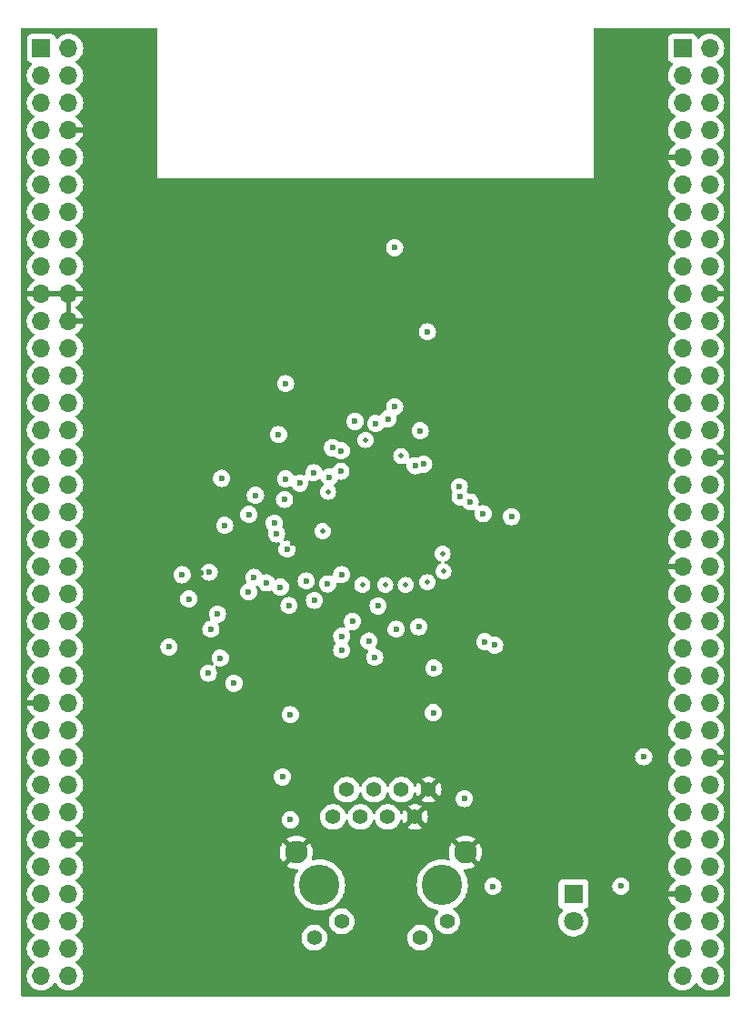
<source format=gbr>
%TF.GenerationSoftware,KiCad,Pcbnew,7.0.1-3b83917a11~172~ubuntu22.04.1*%
%TF.CreationDate,2023-03-26T14:08:46+09:00*%
%TF.ProjectId,Akashi-13,416b6173-6869-42d3-9133-2e6b69636164,rev?*%
%TF.SameCoordinates,Original*%
%TF.FileFunction,Copper,L2,Inr*%
%TF.FilePolarity,Positive*%
%FSLAX46Y46*%
G04 Gerber Fmt 4.6, Leading zero omitted, Abs format (unit mm)*
G04 Created by KiCad (PCBNEW 7.0.1-3b83917a11~172~ubuntu22.04.1) date 2023-03-26 14:08:46*
%MOMM*%
%LPD*%
G01*
G04 APERTURE LIST*
%TA.AperFunction,ComponentPad*%
%ADD10R,1.800000X1.800000*%
%TD*%
%TA.AperFunction,ComponentPad*%
%ADD11C,1.800000*%
%TD*%
%TA.AperFunction,ComponentPad*%
%ADD12C,1.397000*%
%TD*%
%TA.AperFunction,ComponentPad*%
%ADD13C,3.759200*%
%TD*%
%TA.AperFunction,ComponentPad*%
%ADD14C,2.108200*%
%TD*%
%TA.AperFunction,ComponentPad*%
%ADD15R,1.700000X1.700000*%
%TD*%
%TA.AperFunction,ComponentPad*%
%ADD16O,1.700000X1.700000*%
%TD*%
%TA.AperFunction,ViaPad*%
%ADD17C,0.600000*%
%TD*%
%TA.AperFunction,ViaPad*%
%ADD18C,0.800000*%
%TD*%
%TA.AperFunction,ViaPad*%
%ADD19C,0.500000*%
%TD*%
G04 APERTURE END LIST*
D10*
%TO.N,/nFPDLX*%
%TO.C,D1*%
X149860000Y-144780000D03*
D11*
%TO.N,Net-(D1-A)*%
X149860000Y-147320000D03*
%TD*%
D12*
%TO.N,/TD+*%
%TO.C,J3*%
X127483000Y-137590000D03*
%TO.N,/TD-*%
X128753000Y-135050000D03*
%TO.N,/RD+*%
X130023000Y-137590000D03*
%TO.N,Net-(C19-Pad1)*%
X131293000Y-135050000D03*
X132563000Y-137590000D03*
%TO.N,/RD-*%
X133833000Y-135050000D03*
%TO.N,GND*%
X135103000Y-137590000D03*
X136373000Y-135050000D03*
%TO.N,Net-(J3-Pad9)*%
X125730000Y-148840000D03*
%TO.N,/nLNK_ACT*%
X128270000Y-147320000D03*
%TO.N,/nSPD100*%
X135586000Y-148840000D03*
%TO.N,Net-(J3-Pad12)*%
X138126000Y-147320000D03*
D13*
%TO.N,N/C*%
X137643000Y-143940000D03*
X126213000Y-143940000D03*
D14*
%TO.N,GND*%
X139802998Y-140890000D03*
X124053002Y-140890000D03*
%TD*%
D15*
%TO.N,unconnected-(J2-Pin_1-Pad1)*%
%TO.C,J2*%
X160020000Y-66040000D03*
D16*
%TO.N,unconnected-(J2-Pin_2-Pad2)*%
X162560000Y-66040000D03*
%TO.N,unconnected-(J2-Pin_3-Pad3)*%
X160020000Y-68580000D03*
%TO.N,unconnected-(J2-Pin_4-Pad4)*%
X162560000Y-68580000D03*
%TO.N,unconnected-(J2-Pin_5-Pad5)*%
X160020000Y-71120000D03*
%TO.N,unconnected-(J2-Pin_6-Pad6)*%
X162560000Y-71120000D03*
%TO.N,unconnected-(J2-Pin_7-Pad7)*%
X160020000Y-73660000D03*
%TO.N,unconnected-(J2-Pin_8-Pad8)*%
X162560000Y-73660000D03*
%TO.N,GND*%
X160020000Y-76200000D03*
%TO.N,/D13*%
X162560000Y-76200000D03*
%TO.N,unconnected-(J2-Pin_11-Pad11)*%
X160020000Y-78740000D03*
%TO.N,unconnected-(J2-Pin_12-Pad12)*%
X162560000Y-78740000D03*
%TO.N,unconnected-(J2-Pin_13-Pad13)*%
X160020000Y-81280000D03*
%TO.N,unconnected-(J2-Pin_14-Pad14)*%
X162560000Y-81280000D03*
%TO.N,unconnected-(J2-Pin_15-Pad15)*%
X160020000Y-83820000D03*
%TO.N,unconnected-(J2-Pin_16-Pad16)*%
X162560000Y-83820000D03*
%TO.N,unconnected-(J2-Pin_17-Pad17)*%
X160020000Y-86360000D03*
%TO.N,unconnected-(J2-Pin_18-Pad18)*%
X162560000Y-86360000D03*
%TO.N,/nE1*%
X160020000Y-88900000D03*
%TO.N,GND*%
X162560000Y-88900000D03*
%TO.N,unconnected-(J2-Pin_21-Pad21)*%
X160020000Y-91440000D03*
%TO.N,unconnected-(J2-Pin_22-Pad22)*%
X162560000Y-91440000D03*
%TO.N,unconnected-(J2-Pin_23-Pad23)*%
X160020000Y-93980000D03*
%TO.N,unconnected-(J2-Pin_24-Pad24)*%
X162560000Y-93980000D03*
%TO.N,unconnected-(J2-Pin_25-Pad25)*%
X160020000Y-96520000D03*
%TO.N,unconnected-(J2-Pin_26-Pad26)*%
X162560000Y-96520000D03*
%TO.N,unconnected-(J2-Pin_27-Pad27)*%
X160020000Y-99060000D03*
%TO.N,unconnected-(J2-Pin_28-Pad28)*%
X162560000Y-99060000D03*
%TO.N,unconnected-(J2-Pin_29-Pad29)*%
X160020000Y-101600000D03*
%TO.N,unconnected-(J2-Pin_30-Pad30)*%
X162560000Y-101600000D03*
%TO.N,unconnected-(J2-Pin_31-Pad31)*%
X160020000Y-104140000D03*
%TO.N,GND*%
X162560000Y-104140000D03*
%TO.N,unconnected-(J2-Pin_33-Pad33)*%
X160020000Y-106680000D03*
%TO.N,unconnected-(J2-Pin_34-Pad34)*%
X162560000Y-106680000D03*
%TO.N,unconnected-(J2-Pin_35-Pad35)*%
X160020000Y-109220000D03*
%TO.N,/A5*%
X162560000Y-109220000D03*
%TO.N,unconnected-(J2-Pin_37-Pad37)*%
X160020000Y-111760000D03*
%TO.N,/A4*%
X162560000Y-111760000D03*
%TO.N,GND*%
X160020000Y-114300000D03*
%TO.N,/D5*%
X162560000Y-114300000D03*
%TO.N,unconnected-(J2-Pin_41-Pad41)*%
X160020000Y-116840000D03*
%TO.N,unconnected-(J2-Pin_42-Pad42)*%
X162560000Y-116840000D03*
%TO.N,unconnected-(J2-Pin_43-Pad43)*%
X160020000Y-119380000D03*
%TO.N,/D4*%
X162560000Y-119380000D03*
%TO.N,unconnected-(J2-Pin_45-Pad45)*%
X160020000Y-121920000D03*
%TO.N,/D0*%
X162560000Y-121920000D03*
%TO.N,/D7*%
X160020000Y-124460000D03*
%TO.N,/D1*%
X162560000Y-124460000D03*
%TO.N,/D9*%
X160020000Y-127000000D03*
%TO.N,unconnected-(J2-Pin_50-Pad50)*%
X162560000Y-127000000D03*
%TO.N,/D11*%
X160020000Y-129540000D03*
%TO.N,/D6*%
X162560000Y-129540000D03*
%TO.N,/D12*%
X160020000Y-132080000D03*
%TO.N,GND*%
X162560000Y-132080000D03*
%TO.N,/D10*%
X160020000Y-134620000D03*
%TO.N,/D8*%
X162560000Y-134620000D03*
%TO.N,/A7*%
X160020000Y-137160000D03*
%TO.N,/A3*%
X162560000Y-137160000D03*
%TO.N,/A6*%
X160020000Y-139700000D03*
%TO.N,unconnected-(J2-Pin_60-Pad60)*%
X162560000Y-139700000D03*
%TO.N,unconnected-(J2-Pin_61-Pad61)*%
X160020000Y-142240000D03*
%TO.N,unconnected-(J2-Pin_62-Pad62)*%
X162560000Y-142240000D03*
%TO.N,GND*%
X160020000Y-144780000D03*
%TO.N,unconnected-(J2-Pin_64-Pad64)*%
X162560000Y-144780000D03*
%TO.N,/D15*%
X160020000Y-147320000D03*
%TO.N,unconnected-(J2-Pin_66-Pad66)*%
X162560000Y-147320000D03*
%TO.N,unconnected-(J2-Pin_67-Pad67)*%
X160020000Y-149860000D03*
%TO.N,unconnected-(J2-Pin_68-Pad68)*%
X162560000Y-149860000D03*
%TO.N,unconnected-(J2-Pin_69-Pad69)*%
X160020000Y-152400000D03*
%TO.N,unconnected-(J2-Pin_70-Pad70)*%
X162560000Y-152400000D03*
%TD*%
D15*
%TO.N,unconnected-(J1-Pin_1-Pad1)*%
%TO.C,J1*%
X100310000Y-66040000D03*
D16*
%TO.N,unconnected-(J1-Pin_2-Pad2)*%
X102850000Y-66040000D03*
%TO.N,unconnected-(J1-Pin_3-Pad3)*%
X100310000Y-68580000D03*
%TO.N,unconnected-(J1-Pin_4-Pad4)*%
X102850000Y-68580000D03*
%TO.N,unconnected-(J1-Pin_5-Pad5)*%
X100310000Y-71120000D03*
%TO.N,unconnected-(J1-Pin_6-Pad6)*%
X102850000Y-71120000D03*
%TO.N,unconnected-(J1-Pin_7-Pad7)*%
X100310000Y-73660000D03*
%TO.N,GND*%
X102850000Y-73660000D03*
%TO.N,unconnected-(J1-Pin_9-Pad9)*%
X100310000Y-76200000D03*
%TO.N,unconnected-(J1-Pin_10-Pad10)*%
X102850000Y-76200000D03*
%TO.N,unconnected-(J1-Pin_11-Pad11)*%
X100310000Y-78740000D03*
%TO.N,unconnected-(J1-Pin_12-Pad12)*%
X102850000Y-78740000D03*
%TO.N,unconnected-(J1-Pin_13-Pad13)*%
X100310000Y-81280000D03*
%TO.N,/nRESET*%
X102850000Y-81280000D03*
%TO.N,unconnected-(J1-Pin_15-Pad15)*%
X100310000Y-83820000D03*
%TO.N,+3.3V*%
X102850000Y-83820000D03*
%TO.N,unconnected-(J1-Pin_17-Pad17)*%
X100310000Y-86360000D03*
%TO.N,unconnected-(J1-Pin_18-Pad18)*%
X102850000Y-86360000D03*
%TO.N,GND*%
X100310000Y-88900000D03*
X102850000Y-88900000D03*
%TO.N,unconnected-(J1-Pin_21-Pad21)*%
X100310000Y-91440000D03*
%TO.N,GND*%
X102850000Y-91440000D03*
%TO.N,unconnected-(J1-Pin_23-Pad23)*%
X100310000Y-93980000D03*
%TO.N,unconnected-(J1-Pin_24-Pad24)*%
X102850000Y-93980000D03*
%TO.N,unconnected-(J1-Pin_25-Pad25)*%
X100310000Y-96520000D03*
%TO.N,unconnected-(J1-Pin_26-Pad26)*%
X102850000Y-96520000D03*
%TO.N,unconnected-(J1-Pin_27-Pad27)*%
X100310000Y-99060000D03*
%TO.N,/WAKEUP*%
X102850000Y-99060000D03*
%TO.N,unconnected-(J1-Pin_29-Pad29)*%
X100310000Y-101600000D03*
%TO.N,unconnected-(J1-Pin_30-Pad30)*%
X102850000Y-101600000D03*
%TO.N,unconnected-(J1-Pin_31-Pad31)*%
X100310000Y-104140000D03*
%TO.N,/IRQ*%
X102850000Y-104140000D03*
%TO.N,unconnected-(J1-Pin_33-Pad33)*%
X100310000Y-106680000D03*
%TO.N,unconnected-(J1-Pin_34-Pad34)*%
X102850000Y-106680000D03*
%TO.N,unconnected-(J1-Pin_35-Pad35)*%
X100310000Y-109220000D03*
%TO.N,unconnected-(J1-Pin_36-Pad36)*%
X102850000Y-109220000D03*
%TO.N,unconnected-(J1-Pin_37-Pad37)*%
X100310000Y-111760000D03*
%TO.N,unconnected-(J1-Pin_38-Pad38)*%
X102850000Y-111760000D03*
%TO.N,/nOE*%
X100310000Y-114300000D03*
%TO.N,unconnected-(J1-Pin_40-Pad40)*%
X102850000Y-114300000D03*
%TO.N,/nWE*%
X100310000Y-116840000D03*
%TO.N,unconnected-(J1-Pin_42-Pad42)*%
X102850000Y-116840000D03*
%TO.N,unconnected-(J1-Pin_43-Pad43)*%
X100310000Y-119380000D03*
%TO.N,unconnected-(J1-Pin_44-Pad44)*%
X102850000Y-119380000D03*
%TO.N,unconnected-(J1-Pin_45-Pad45)*%
X100310000Y-121920000D03*
%TO.N,unconnected-(J1-Pin_46-Pad46)*%
X102850000Y-121920000D03*
%TO.N,unconnected-(J1-Pin_47-Pad47)*%
X100310000Y-124460000D03*
%TO.N,unconnected-(J1-Pin_48-Pad48)*%
X102850000Y-124460000D03*
%TO.N,GND*%
X100310000Y-127000000D03*
%TO.N,unconnected-(J1-Pin_50-Pad50)*%
X102850000Y-127000000D03*
%TO.N,/A1*%
X100310000Y-129540000D03*
%TO.N,/A2*%
X102850000Y-129540000D03*
%TO.N,unconnected-(J1-Pin_53-Pad53)*%
X100310000Y-132080000D03*
%TO.N,unconnected-(J1-Pin_54-Pad54)*%
X102850000Y-132080000D03*
%TO.N,/D3*%
X100310000Y-134620000D03*
%TO.N,unconnected-(J1-Pin_56-Pad56)*%
X102850000Y-134620000D03*
%TO.N,/D2*%
X100310000Y-137160000D03*
%TO.N,unconnected-(J1-Pin_58-Pad58)*%
X102850000Y-137160000D03*
%TO.N,unconnected-(J1-Pin_59-Pad59)*%
X100310000Y-139700000D03*
%TO.N,GND*%
X102850000Y-139700000D03*
%TO.N,unconnected-(J1-Pin_61-Pad61)*%
X100310000Y-142240000D03*
%TO.N,unconnected-(J1-Pin_62-Pad62)*%
X102850000Y-142240000D03*
%TO.N,unconnected-(J1-Pin_63-Pad63)*%
X100310000Y-144780000D03*
%TO.N,unconnected-(J1-Pin_64-Pad64)*%
X102850000Y-144780000D03*
%TO.N,unconnected-(J1-Pin_65-Pad65)*%
X100310000Y-147320000D03*
%TO.N,unconnected-(J1-Pin_66-Pad66)*%
X102850000Y-147320000D03*
%TO.N,unconnected-(J1-Pin_67-Pad67)*%
X100310000Y-149860000D03*
%TO.N,unconnected-(J1-Pin_68-Pad68)*%
X102850000Y-149860000D03*
%TO.N,/D14*%
X100310000Y-152400000D03*
%TO.N,unconnected-(J1-Pin_70-Pad70)*%
X102850000Y-152400000D03*
%TD*%
D17*
%TO.N,/RD+*%
X130810000Y-121230700D03*
%TO.N,/nRESET*%
X116975700Y-122801400D03*
X126974300Y-115898900D03*
D18*
%TO.N,GND*%
X109250000Y-83750000D03*
D17*
X125994200Y-118747000D03*
D19*
X137500000Y-107250000D03*
D17*
X123523500Y-121377600D03*
X136880200Y-102414100D03*
X120358100Y-129124100D03*
X138171000Y-120340200D03*
D19*
X136750000Y-107010000D03*
D17*
X123760200Y-112107300D03*
X124684500Y-113587800D03*
X115136300Y-114890800D03*
%TO.N,/TD+*%
X129272500Y-119396400D03*
%TO.N,/A1*%
X139304781Y-107804781D03*
%TO.N,/A2*%
X140233300Y-108267000D03*
%TO.N,/D3*%
X120113700Y-115300900D03*
%TO.N,/D2*%
X121285000Y-115807900D03*
%TO.N,/D13*%
X132573400Y-100529400D03*
X133206200Y-84589600D03*
X133206200Y-99393900D03*
%TO.N,/A5*%
X142523600Y-121606000D03*
%TO.N,/A4*%
X156402700Y-131988900D03*
X141453100Y-109371900D03*
%TO.N,/D5*%
X123057500Y-97252600D03*
X123057500Y-106127300D03*
X124379200Y-106517300D03*
%TO.N,/D4*%
X122956200Y-108030900D03*
X117381100Y-110451500D03*
X117088600Y-106075900D03*
%TO.N,/D0*%
X122210700Y-111252000D03*
X119637300Y-109432700D03*
X122401800Y-102002700D03*
%TO.N,/D7*%
X128206700Y-105400300D03*
X144092000Y-109646400D03*
%TO.N,/D1*%
X139227000Y-106844100D03*
X122000000Y-110250000D03*
%TO.N,/D9*%
X128230700Y-103496300D03*
%TO.N,/D11*%
X129511600Y-100764900D03*
%TO.N,/D6*%
X127410300Y-103224100D03*
%TO.N,/D12*%
X131445000Y-100965000D03*
%TO.N,/D10*%
X125684200Y-105549800D03*
%TO.N,/D8*%
X127137800Y-105968100D03*
%TO.N,/A6*%
X141605000Y-121285000D03*
%TO.N,/IRQ*%
X128270000Y-115039200D03*
X112189000Y-121778900D03*
%TO.N,+3.3V*%
X136805400Y-127889000D03*
X135447700Y-119889800D03*
D19*
X133824000Y-104000000D03*
D17*
X131671400Y-117947600D03*
D19*
X136250000Y-115750000D03*
D17*
X118247500Y-125157000D03*
X123502800Y-137863700D03*
D19*
X130500000Y-102500000D03*
D17*
X136857700Y-123750500D03*
X120249900Y-107649600D03*
X154281600Y-144046700D03*
D19*
X137750000Y-114750000D03*
D17*
X142354800Y-144049200D03*
X135583000Y-101652000D03*
X123502800Y-128074100D03*
D19*
X127000000Y-107315000D03*
D17*
X122761100Y-133874100D03*
D19*
X130200000Y-115994000D03*
%TO.N,+1V8*%
X126500000Y-111000000D03*
D17*
X122568500Y-116198800D03*
X128275200Y-122045400D03*
X123374700Y-117913900D03*
X131348800Y-122736500D03*
D19*
X137669000Y-113084000D03*
X134250000Y-116000000D03*
D17*
%TO.N,/nLNK_ACT*%
X139700000Y-135890000D03*
%TO.N,/AMDIX_EN*%
X128275200Y-120769300D03*
X133350000Y-120121500D03*
%TO.N,Net-(U2-DO)*%
X113421300Y-115049400D03*
X115936500Y-114804300D03*
%TO.N,/EEP_DIO*%
X123193600Y-112672300D03*
X114042000Y-117294600D03*
%TO.N,/EEP_CLK*%
X116099300Y-120114200D03*
X124981500Y-115624300D03*
D19*
%TO.N,Net-(U1-EXRES)*%
X132324000Y-116000000D03*
D17*
%TO.N,/EEP_CS*%
X119611700Y-116650000D03*
X116709200Y-118721500D03*
%TO.N,/WAKEUP*%
X115854500Y-124206100D03*
X125744400Y-117426400D03*
%TO.N,/nOE*%
X135917700Y-104758600D03*
%TO.N,/nWE*%
X135117500Y-104893700D03*
%TO.N,/nE1*%
X136255100Y-92429900D03*
%TD*%
%TA.AperFunction,Conductor*%
%TO.N,GND*%
G36*
X111063000Y-64151613D02*
G01*
X111108387Y-64197000D01*
X111125000Y-64259000D01*
X111125000Y-78105000D01*
X151765000Y-78105000D01*
X151765000Y-64259000D01*
X151781613Y-64197000D01*
X151827000Y-64151613D01*
X151889000Y-64135000D01*
X164341000Y-64135000D01*
X164403000Y-64151613D01*
X164448387Y-64197000D01*
X164465000Y-64259000D01*
X164465000Y-154181000D01*
X164448387Y-154243000D01*
X164403000Y-154288387D01*
X164341000Y-154305000D01*
X98549000Y-154305000D01*
X98487000Y-154288387D01*
X98441613Y-154243000D01*
X98425000Y-154181000D01*
X98425000Y-152400000D01*
X98954340Y-152400000D01*
X98974936Y-152635407D01*
X99019709Y-152802502D01*
X99036097Y-152863663D01*
X99135965Y-153077830D01*
X99271505Y-153271401D01*
X99438599Y-153438495D01*
X99632170Y-153574035D01*
X99846337Y-153673903D01*
X100074591Y-153735062D01*
X100074592Y-153735063D01*
X100309999Y-153755659D01*
X100309999Y-153755658D01*
X100310000Y-153755659D01*
X100545408Y-153735063D01*
X100773663Y-153673903D01*
X100987830Y-153574035D01*
X101181401Y-153438495D01*
X101348495Y-153271401D01*
X101478426Y-153085839D01*
X101522743Y-153046975D01*
X101580000Y-153032964D01*
X101637257Y-153046975D01*
X101681573Y-153085839D01*
X101811505Y-153271401D01*
X101978599Y-153438495D01*
X102172170Y-153574035D01*
X102386337Y-153673903D01*
X102614591Y-153735062D01*
X102614592Y-153735063D01*
X102849999Y-153755659D01*
X102849999Y-153755658D01*
X102850000Y-153755659D01*
X103085408Y-153735063D01*
X103313663Y-153673903D01*
X103527830Y-153574035D01*
X103721401Y-153438495D01*
X103888495Y-153271401D01*
X104024035Y-153077830D01*
X104123903Y-152863663D01*
X104185063Y-152635408D01*
X104205659Y-152400000D01*
X104205659Y-152399999D01*
X158664340Y-152399999D01*
X158684936Y-152635407D01*
X158729709Y-152802501D01*
X158746097Y-152863663D01*
X158845965Y-153077830D01*
X158981505Y-153271401D01*
X159148599Y-153438495D01*
X159342170Y-153574035D01*
X159556337Y-153673903D01*
X159784591Y-153735062D01*
X159784592Y-153735063D01*
X160019999Y-153755659D01*
X160019999Y-153755658D01*
X160020000Y-153755659D01*
X160255408Y-153735063D01*
X160483663Y-153673903D01*
X160697830Y-153574035D01*
X160891401Y-153438495D01*
X161058495Y-153271401D01*
X161188426Y-153085839D01*
X161232743Y-153046975D01*
X161290000Y-153032964D01*
X161347257Y-153046975D01*
X161391573Y-153085839D01*
X161521505Y-153271401D01*
X161688599Y-153438495D01*
X161882170Y-153574035D01*
X162096337Y-153673903D01*
X162324591Y-153735062D01*
X162324592Y-153735063D01*
X162559999Y-153755659D01*
X162559999Y-153755658D01*
X162560000Y-153755659D01*
X162795408Y-153735063D01*
X163023663Y-153673903D01*
X163237830Y-153574035D01*
X163431401Y-153438495D01*
X163598495Y-153271401D01*
X163734035Y-153077830D01*
X163833903Y-152863663D01*
X163895063Y-152635408D01*
X163915659Y-152400000D01*
X163895063Y-152164592D01*
X163833903Y-151936337D01*
X163734035Y-151722171D01*
X163598495Y-151528599D01*
X163431401Y-151361505D01*
X163245839Y-151231573D01*
X163206975Y-151187257D01*
X163192964Y-151130000D01*
X163206975Y-151072743D01*
X163245839Y-151028426D01*
X163431401Y-150898495D01*
X163598495Y-150731401D01*
X163734035Y-150537830D01*
X163833903Y-150323663D01*
X163895063Y-150095408D01*
X163915659Y-149860000D01*
X163895063Y-149624592D01*
X163833903Y-149396337D01*
X163734035Y-149182171D01*
X163598495Y-148988599D01*
X163431401Y-148821505D01*
X163245839Y-148691573D01*
X163206975Y-148647257D01*
X163192964Y-148590000D01*
X163206975Y-148532743D01*
X163245839Y-148488426D01*
X163431401Y-148358495D01*
X163598495Y-148191401D01*
X163734035Y-147997830D01*
X163833903Y-147783663D01*
X163895063Y-147555408D01*
X163915659Y-147320000D01*
X163895063Y-147084592D01*
X163833903Y-146856337D01*
X163734035Y-146642171D01*
X163598495Y-146448599D01*
X163431401Y-146281505D01*
X163245839Y-146151573D01*
X163206976Y-146107257D01*
X163192965Y-146050000D01*
X163206976Y-145992743D01*
X163245839Y-145948426D01*
X163431401Y-145818495D01*
X163598495Y-145651401D01*
X163734035Y-145457830D01*
X163833903Y-145243663D01*
X163895063Y-145015408D01*
X163915659Y-144780000D01*
X163895063Y-144544592D01*
X163833903Y-144316337D01*
X163734035Y-144102171D01*
X163598495Y-143908599D01*
X163431401Y-143741505D01*
X163245839Y-143611573D01*
X163206975Y-143567257D01*
X163192964Y-143510000D01*
X163206975Y-143452743D01*
X163245839Y-143408426D01*
X163431401Y-143278495D01*
X163598495Y-143111401D01*
X163734035Y-142917830D01*
X163833903Y-142703663D01*
X163895063Y-142475408D01*
X163915659Y-142240000D01*
X163908176Y-142154476D01*
X163895063Y-142004592D01*
X163860165Y-141874350D01*
X163833903Y-141776337D01*
X163734035Y-141562171D01*
X163598495Y-141368599D01*
X163431401Y-141201505D01*
X163245839Y-141071573D01*
X163206975Y-141027257D01*
X163192964Y-140970000D01*
X163206975Y-140912743D01*
X163245839Y-140868426D01*
X163431401Y-140738495D01*
X163598495Y-140571401D01*
X163734035Y-140377830D01*
X163833903Y-140163663D01*
X163895063Y-139935408D01*
X163915659Y-139700000D01*
X163895063Y-139464592D01*
X163833903Y-139236337D01*
X163734035Y-139022171D01*
X163598495Y-138828599D01*
X163431401Y-138661505D01*
X163245839Y-138531573D01*
X163206974Y-138487255D01*
X163192964Y-138429999D01*
X163206975Y-138372742D01*
X163245837Y-138328428D01*
X163431401Y-138198495D01*
X163598495Y-138031401D01*
X163734035Y-137837830D01*
X163833903Y-137623663D01*
X163895063Y-137395408D01*
X163915659Y-137160000D01*
X163895063Y-136924592D01*
X163833903Y-136696337D01*
X163734035Y-136482171D01*
X163598495Y-136288599D01*
X163431401Y-136121505D01*
X163245839Y-135991573D01*
X163206975Y-135947257D01*
X163192964Y-135890000D01*
X163206975Y-135832743D01*
X163245839Y-135788426D01*
X163431401Y-135658495D01*
X163598495Y-135491401D01*
X163734035Y-135297830D01*
X163833903Y-135083663D01*
X163895063Y-134855408D01*
X163915659Y-134620000D01*
X163895063Y-134384592D01*
X163833903Y-134156337D01*
X163734035Y-133942171D01*
X163598495Y-133748599D01*
X163431401Y-133581505D01*
X163245402Y-133451267D01*
X163206539Y-133406951D01*
X163192528Y-133349694D01*
X163206539Y-133292437D01*
X163245405Y-133248119D01*
X163431078Y-133118109D01*
X163598106Y-132951081D01*
X163733600Y-132757576D01*
X163833430Y-132543492D01*
X163890636Y-132330000D01*
X162434000Y-132330000D01*
X162372000Y-132313387D01*
X162326613Y-132268000D01*
X162310000Y-132206000D01*
X162310000Y-131954000D01*
X162326613Y-131892000D01*
X162372000Y-131846613D01*
X162434000Y-131830000D01*
X163890636Y-131830000D01*
X163890635Y-131829999D01*
X163833430Y-131616507D01*
X163733599Y-131402421D01*
X163598109Y-131208921D01*
X163431081Y-131041893D01*
X163245404Y-130911880D01*
X163206539Y-130867562D01*
X163192528Y-130810305D01*
X163206539Y-130753048D01*
X163245402Y-130708732D01*
X163431401Y-130578495D01*
X163598495Y-130411401D01*
X163734035Y-130217830D01*
X163833903Y-130003663D01*
X163895063Y-129775408D01*
X163915659Y-129540000D01*
X163895063Y-129304592D01*
X163833903Y-129076337D01*
X163734035Y-128862171D01*
X163598495Y-128668599D01*
X163431401Y-128501505D01*
X163245839Y-128371573D01*
X163206976Y-128327257D01*
X163192965Y-128270000D01*
X163206976Y-128212743D01*
X163245839Y-128168426D01*
X163431401Y-128038495D01*
X163598495Y-127871401D01*
X163734035Y-127677830D01*
X163833903Y-127463663D01*
X163895063Y-127235408D01*
X163915659Y-127000000D01*
X163895063Y-126764592D01*
X163833903Y-126536337D01*
X163734035Y-126322171D01*
X163598495Y-126128599D01*
X163431401Y-125961505D01*
X163245839Y-125831573D01*
X163206975Y-125787257D01*
X163192964Y-125730000D01*
X163206975Y-125672743D01*
X163245839Y-125628426D01*
X163431401Y-125498495D01*
X163598495Y-125331401D01*
X163734035Y-125137830D01*
X163833903Y-124923663D01*
X163895063Y-124695408D01*
X163915659Y-124460000D01*
X163906160Y-124351434D01*
X163895063Y-124224592D01*
X163842077Y-124026845D01*
X163833903Y-123996337D01*
X163734035Y-123782171D01*
X163598495Y-123588599D01*
X163431401Y-123421505D01*
X163245839Y-123291573D01*
X163206975Y-123247257D01*
X163192964Y-123190000D01*
X163206975Y-123132743D01*
X163245839Y-123088426D01*
X163431401Y-122958495D01*
X163598495Y-122791401D01*
X163734035Y-122597830D01*
X163833903Y-122383663D01*
X163895063Y-122155408D01*
X163915659Y-121920000D01*
X163895063Y-121684592D01*
X163833903Y-121456337D01*
X163734035Y-121242171D01*
X163598495Y-121048599D01*
X163431401Y-120881505D01*
X163245839Y-120751573D01*
X163206974Y-120707255D01*
X163192964Y-120649999D01*
X163206975Y-120592742D01*
X163245837Y-120548428D01*
X163431401Y-120418495D01*
X163598495Y-120251401D01*
X163734035Y-120057830D01*
X163833903Y-119843663D01*
X163895063Y-119615408D01*
X163915659Y-119380000D01*
X163895063Y-119144592D01*
X163833903Y-118916337D01*
X163734035Y-118702171D01*
X163598495Y-118508599D01*
X163431401Y-118341505D01*
X163245839Y-118211573D01*
X163206974Y-118167255D01*
X163192964Y-118109999D01*
X163206975Y-118052742D01*
X163245837Y-118008428D01*
X163431401Y-117878495D01*
X163598495Y-117711401D01*
X163734035Y-117517830D01*
X163833903Y-117303663D01*
X163895063Y-117075408D01*
X163915659Y-116840000D01*
X163895063Y-116604592D01*
X163833903Y-116376337D01*
X163734035Y-116162171D01*
X163598495Y-115968599D01*
X163431401Y-115801505D01*
X163245839Y-115671573D01*
X163206975Y-115627257D01*
X163192964Y-115570000D01*
X163206975Y-115512743D01*
X163245839Y-115468426D01*
X163431401Y-115338495D01*
X163598495Y-115171401D01*
X163734035Y-114977830D01*
X163833903Y-114763663D01*
X163895063Y-114535408D01*
X163915659Y-114300000D01*
X163895063Y-114064592D01*
X163833903Y-113836337D01*
X163734035Y-113622171D01*
X163598495Y-113428599D01*
X163431401Y-113261505D01*
X163245839Y-113131573D01*
X163206975Y-113087257D01*
X163192964Y-113030000D01*
X163206975Y-112972743D01*
X163245839Y-112928426D01*
X163431401Y-112798495D01*
X163598495Y-112631401D01*
X163734035Y-112437830D01*
X163833903Y-112223663D01*
X163895063Y-111995408D01*
X163915659Y-111760000D01*
X163895063Y-111524592D01*
X163833903Y-111296337D01*
X163734035Y-111082171D01*
X163598495Y-110888599D01*
X163431401Y-110721505D01*
X163245839Y-110591573D01*
X163206975Y-110547257D01*
X163192964Y-110490000D01*
X163206975Y-110432743D01*
X163245839Y-110388426D01*
X163431401Y-110258495D01*
X163598495Y-110091401D01*
X163734035Y-109897830D01*
X163833903Y-109683663D01*
X163895063Y-109455408D01*
X163915659Y-109220000D01*
X163895063Y-108984592D01*
X163833903Y-108756337D01*
X163734035Y-108542171D01*
X163598495Y-108348599D01*
X163431401Y-108181505D01*
X163245839Y-108051573D01*
X163206975Y-108007257D01*
X163192964Y-107950000D01*
X163206975Y-107892743D01*
X163245839Y-107848426D01*
X163431401Y-107718495D01*
X163598495Y-107551401D01*
X163734035Y-107357830D01*
X163833903Y-107143663D01*
X163895063Y-106915408D01*
X163915659Y-106680000D01*
X163895063Y-106444592D01*
X163833903Y-106216337D01*
X163734035Y-106002171D01*
X163598495Y-105808599D01*
X163431401Y-105641505D01*
X163245402Y-105511267D01*
X163206539Y-105466951D01*
X163192528Y-105409694D01*
X163206539Y-105352437D01*
X163245405Y-105308119D01*
X163431078Y-105178109D01*
X163598106Y-105011081D01*
X163733600Y-104817576D01*
X163833430Y-104603492D01*
X163890636Y-104390000D01*
X162434000Y-104390000D01*
X162372000Y-104373387D01*
X162326613Y-104328000D01*
X162310000Y-104266000D01*
X162310000Y-104014000D01*
X162326613Y-103952000D01*
X162372000Y-103906613D01*
X162434000Y-103890000D01*
X163890636Y-103890000D01*
X163890635Y-103889999D01*
X163833430Y-103676507D01*
X163733599Y-103462421D01*
X163598109Y-103268921D01*
X163431081Y-103101893D01*
X163245404Y-102971880D01*
X163206539Y-102927562D01*
X163192528Y-102870305D01*
X163206539Y-102813048D01*
X163245402Y-102768732D01*
X163431401Y-102638495D01*
X163598495Y-102471401D01*
X163734035Y-102277830D01*
X163833903Y-102063663D01*
X163895063Y-101835408D01*
X163915659Y-101600000D01*
X163895063Y-101364592D01*
X163833903Y-101136337D01*
X163734035Y-100922171D01*
X163598495Y-100728599D01*
X163431401Y-100561505D01*
X163245839Y-100431573D01*
X163206974Y-100387255D01*
X163192964Y-100329999D01*
X163206975Y-100272742D01*
X163245837Y-100228428D01*
X163431401Y-100098495D01*
X163598495Y-99931401D01*
X163734035Y-99737830D01*
X163833903Y-99523663D01*
X163895063Y-99295408D01*
X163915659Y-99060000D01*
X163895063Y-98824592D01*
X163833903Y-98596337D01*
X163734035Y-98382171D01*
X163598495Y-98188599D01*
X163431401Y-98021505D01*
X163245839Y-97891573D01*
X163206976Y-97847257D01*
X163192965Y-97790000D01*
X163206976Y-97732743D01*
X163245839Y-97688426D01*
X163431401Y-97558495D01*
X163598495Y-97391401D01*
X163734035Y-97197830D01*
X163833903Y-96983663D01*
X163895063Y-96755408D01*
X163915659Y-96520000D01*
X163895063Y-96284592D01*
X163833903Y-96056337D01*
X163734035Y-95842171D01*
X163598495Y-95648599D01*
X163431401Y-95481505D01*
X163245839Y-95351573D01*
X163206975Y-95307257D01*
X163192964Y-95250000D01*
X163206975Y-95192743D01*
X163245839Y-95148426D01*
X163431401Y-95018495D01*
X163598495Y-94851401D01*
X163734035Y-94657830D01*
X163833903Y-94443663D01*
X163895063Y-94215408D01*
X163915659Y-93980000D01*
X163895063Y-93744592D01*
X163833903Y-93516337D01*
X163734035Y-93302171D01*
X163598495Y-93108599D01*
X163431401Y-92941505D01*
X163245839Y-92811573D01*
X163206974Y-92767255D01*
X163192964Y-92709999D01*
X163206975Y-92652742D01*
X163245837Y-92608428D01*
X163431401Y-92478495D01*
X163598495Y-92311401D01*
X163734035Y-92117830D01*
X163833903Y-91903663D01*
X163895063Y-91675408D01*
X163915659Y-91440000D01*
X163895063Y-91204592D01*
X163833903Y-90976337D01*
X163734035Y-90762171D01*
X163598495Y-90568599D01*
X163431401Y-90401505D01*
X163245402Y-90271267D01*
X163206539Y-90226951D01*
X163192528Y-90169694D01*
X163206539Y-90112437D01*
X163245405Y-90068119D01*
X163431078Y-89938109D01*
X163598106Y-89771081D01*
X163733600Y-89577576D01*
X163833430Y-89363492D01*
X163890636Y-89150000D01*
X162434000Y-89150000D01*
X162372000Y-89133387D01*
X162326613Y-89088000D01*
X162310000Y-89026000D01*
X162310000Y-88774000D01*
X162326613Y-88712000D01*
X162372000Y-88666613D01*
X162434000Y-88650000D01*
X163890636Y-88650000D01*
X163890635Y-88649999D01*
X163833430Y-88436507D01*
X163733599Y-88222421D01*
X163598109Y-88028921D01*
X163431081Y-87861893D01*
X163245404Y-87731880D01*
X163206539Y-87687562D01*
X163192528Y-87630305D01*
X163206539Y-87573048D01*
X163245402Y-87528732D01*
X163431401Y-87398495D01*
X163598495Y-87231401D01*
X163734035Y-87037830D01*
X163833903Y-86823663D01*
X163895063Y-86595408D01*
X163915659Y-86360000D01*
X163895063Y-86124592D01*
X163833903Y-85896337D01*
X163734035Y-85682171D01*
X163598495Y-85488599D01*
X163431401Y-85321505D01*
X163245839Y-85191573D01*
X163206975Y-85147257D01*
X163192964Y-85090000D01*
X163206975Y-85032743D01*
X163245839Y-84988426D01*
X163431401Y-84858495D01*
X163598495Y-84691401D01*
X163734035Y-84497830D01*
X163833903Y-84283663D01*
X163895063Y-84055408D01*
X163915659Y-83820000D01*
X163895063Y-83584592D01*
X163833903Y-83356337D01*
X163734035Y-83142171D01*
X163598495Y-82948599D01*
X163431401Y-82781505D01*
X163245839Y-82651573D01*
X163206975Y-82607257D01*
X163192964Y-82550000D01*
X163206975Y-82492743D01*
X163245839Y-82448426D01*
X163431401Y-82318495D01*
X163598495Y-82151401D01*
X163734035Y-81957830D01*
X163833903Y-81743663D01*
X163895063Y-81515408D01*
X163915659Y-81280000D01*
X163895063Y-81044592D01*
X163833903Y-80816337D01*
X163734035Y-80602171D01*
X163598495Y-80408599D01*
X163431401Y-80241505D01*
X163245839Y-80111573D01*
X163206976Y-80067257D01*
X163192965Y-80010000D01*
X163206976Y-79952743D01*
X163245839Y-79908426D01*
X163431401Y-79778495D01*
X163598495Y-79611401D01*
X163734035Y-79417830D01*
X163833903Y-79203663D01*
X163895063Y-78975408D01*
X163915659Y-78740000D01*
X163895063Y-78504592D01*
X163833903Y-78276337D01*
X163734035Y-78062171D01*
X163598495Y-77868599D01*
X163431401Y-77701505D01*
X163245839Y-77571573D01*
X163206975Y-77527257D01*
X163192964Y-77470000D01*
X163206975Y-77412743D01*
X163245839Y-77368426D01*
X163431401Y-77238495D01*
X163598495Y-77071401D01*
X163734035Y-76877830D01*
X163833903Y-76663663D01*
X163895063Y-76435408D01*
X163915659Y-76200000D01*
X163895063Y-75964592D01*
X163833903Y-75736337D01*
X163734035Y-75522171D01*
X163598495Y-75328599D01*
X163431401Y-75161505D01*
X163245839Y-75031573D01*
X163206975Y-74987257D01*
X163192964Y-74930000D01*
X163206975Y-74872743D01*
X163245839Y-74828426D01*
X163431401Y-74698495D01*
X163598495Y-74531401D01*
X163734035Y-74337830D01*
X163833903Y-74123663D01*
X163895063Y-73895408D01*
X163915659Y-73660000D01*
X163895063Y-73424592D01*
X163833903Y-73196337D01*
X163734035Y-72982171D01*
X163598495Y-72788599D01*
X163431401Y-72621505D01*
X163245839Y-72491573D01*
X163206975Y-72447257D01*
X163192964Y-72390000D01*
X163206975Y-72332743D01*
X163245839Y-72288426D01*
X163431401Y-72158495D01*
X163598495Y-71991401D01*
X163734035Y-71797830D01*
X163833903Y-71583663D01*
X163895063Y-71355408D01*
X163915659Y-71120000D01*
X163895063Y-70884592D01*
X163833903Y-70656337D01*
X163734035Y-70442171D01*
X163598495Y-70248599D01*
X163431401Y-70081505D01*
X163245839Y-69951573D01*
X163206975Y-69907257D01*
X163192964Y-69850000D01*
X163206975Y-69792743D01*
X163245839Y-69748426D01*
X163431401Y-69618495D01*
X163598495Y-69451401D01*
X163734035Y-69257830D01*
X163833903Y-69043663D01*
X163895063Y-68815408D01*
X163915659Y-68580000D01*
X163895063Y-68344592D01*
X163833903Y-68116337D01*
X163734035Y-67902171D01*
X163598495Y-67708599D01*
X163431401Y-67541505D01*
X163245839Y-67411573D01*
X163206975Y-67367257D01*
X163192964Y-67310000D01*
X163206975Y-67252743D01*
X163245839Y-67208426D01*
X163431401Y-67078495D01*
X163598495Y-66911401D01*
X163734035Y-66717830D01*
X163833903Y-66503663D01*
X163895063Y-66275408D01*
X163915659Y-66040000D01*
X163895063Y-65804592D01*
X163833903Y-65576337D01*
X163734035Y-65362171D01*
X163598495Y-65168599D01*
X163431401Y-65001505D01*
X163237830Y-64865965D01*
X163023663Y-64766097D01*
X162962502Y-64749709D01*
X162795407Y-64704936D01*
X162560000Y-64684340D01*
X162324592Y-64704936D01*
X162096336Y-64766097D01*
X161882170Y-64865965D01*
X161688601Y-65001503D01*
X161566673Y-65123431D01*
X161513926Y-65154726D01*
X161452634Y-65156915D01*
X161397789Y-65129462D01*
X161362810Y-65079082D01*
X161355658Y-65059907D01*
X161313796Y-64947669D01*
X161227546Y-64832454D01*
X161112331Y-64746204D01*
X160977483Y-64695909D01*
X160917873Y-64689500D01*
X160917869Y-64689500D01*
X159122130Y-64689500D01*
X159062515Y-64695909D01*
X158927669Y-64746204D01*
X158812454Y-64832454D01*
X158726204Y-64947668D01*
X158675909Y-65082516D01*
X158669500Y-65142130D01*
X158669500Y-66937869D01*
X158675909Y-66997484D01*
X158701056Y-67064906D01*
X158726204Y-67132331D01*
X158812454Y-67247546D01*
X158927669Y-67333796D01*
X159017383Y-67367257D01*
X159059082Y-67382810D01*
X159109462Y-67417789D01*
X159136915Y-67472634D01*
X159134726Y-67533926D01*
X159103431Y-67586673D01*
X158981503Y-67708601D01*
X158845965Y-67902170D01*
X158746097Y-68116336D01*
X158684936Y-68344592D01*
X158664340Y-68579999D01*
X158684936Y-68815407D01*
X158729709Y-68982501D01*
X158746097Y-69043663D01*
X158845965Y-69257830D01*
X158981505Y-69451401D01*
X159148599Y-69618495D01*
X159334160Y-69748426D01*
X159373024Y-69792743D01*
X159387035Y-69850000D01*
X159373024Y-69907257D01*
X159334159Y-69951575D01*
X159148595Y-70081508D01*
X158981505Y-70248598D01*
X158845965Y-70442170D01*
X158746097Y-70656336D01*
X158684936Y-70884592D01*
X158664340Y-71120000D01*
X158684936Y-71355407D01*
X158729709Y-71522502D01*
X158746097Y-71583663D01*
X158845965Y-71797830D01*
X158981505Y-71991401D01*
X159148599Y-72158495D01*
X159334160Y-72288426D01*
X159373024Y-72332743D01*
X159387035Y-72390000D01*
X159373024Y-72447257D01*
X159334159Y-72491575D01*
X159148595Y-72621508D01*
X158981505Y-72788598D01*
X158845965Y-72982170D01*
X158746097Y-73196336D01*
X158684936Y-73424592D01*
X158664340Y-73659999D01*
X158684936Y-73895407D01*
X158729709Y-74062501D01*
X158746097Y-74123663D01*
X158845965Y-74337830D01*
X158981505Y-74531401D01*
X159148599Y-74698495D01*
X159334597Y-74828732D01*
X159373460Y-74873048D01*
X159387471Y-74930305D01*
X159373461Y-74987561D01*
X159334595Y-75031880D01*
X159148919Y-75161892D01*
X158981890Y-75328921D01*
X158846400Y-75522421D01*
X158746569Y-75736507D01*
X158689364Y-75949999D01*
X158689364Y-75950000D01*
X160146000Y-75950000D01*
X160208000Y-75966613D01*
X160253387Y-76012000D01*
X160270000Y-76074000D01*
X160270000Y-76326000D01*
X160253387Y-76388000D01*
X160208000Y-76433387D01*
X160146000Y-76450000D01*
X158689364Y-76450000D01*
X158746569Y-76663492D01*
X158846399Y-76877576D01*
X158981893Y-77071081D01*
X159148918Y-77238106D01*
X159334595Y-77368119D01*
X159373460Y-77412437D01*
X159387471Y-77469694D01*
X159373460Y-77526951D01*
X159334595Y-77571269D01*
X159148595Y-77701508D01*
X158981505Y-77868598D01*
X158845965Y-78062170D01*
X158746097Y-78276336D01*
X158684936Y-78504592D01*
X158664340Y-78739999D01*
X158684936Y-78975407D01*
X158729709Y-79142502D01*
X158746097Y-79203663D01*
X158845965Y-79417830D01*
X158981505Y-79611401D01*
X159148599Y-79778495D01*
X159334160Y-79908426D01*
X159373024Y-79952743D01*
X159387035Y-80010000D01*
X159373024Y-80067257D01*
X159334159Y-80111575D01*
X159148595Y-80241508D01*
X158981505Y-80408598D01*
X158845965Y-80602170D01*
X158746097Y-80816336D01*
X158684936Y-81044592D01*
X158664340Y-81280000D01*
X158684936Y-81515407D01*
X158729709Y-81682502D01*
X158746097Y-81743663D01*
X158845965Y-81957830D01*
X158981505Y-82151401D01*
X159148599Y-82318495D01*
X159334160Y-82448426D01*
X159373024Y-82492743D01*
X159387035Y-82550000D01*
X159373024Y-82607257D01*
X159334159Y-82651575D01*
X159148595Y-82781508D01*
X158981505Y-82948598D01*
X158845965Y-83142170D01*
X158746097Y-83356336D01*
X158684936Y-83584592D01*
X158664340Y-83820000D01*
X158684936Y-84055407D01*
X158729709Y-84222501D01*
X158746097Y-84283663D01*
X158845965Y-84497830D01*
X158981505Y-84691401D01*
X159148599Y-84858495D01*
X159334160Y-84988426D01*
X159373024Y-85032743D01*
X159387035Y-85090000D01*
X159373024Y-85147257D01*
X159334158Y-85191575D01*
X159157337Y-85315387D01*
X159148595Y-85321508D01*
X158981505Y-85488598D01*
X158845965Y-85682170D01*
X158746097Y-85896336D01*
X158684936Y-86124592D01*
X158664340Y-86360000D01*
X158684936Y-86595407D01*
X158729709Y-86762501D01*
X158746097Y-86823663D01*
X158845965Y-87037830D01*
X158981505Y-87231401D01*
X159148599Y-87398495D01*
X159334160Y-87528426D01*
X159373024Y-87572743D01*
X159387035Y-87630000D01*
X159373024Y-87687257D01*
X159334159Y-87731575D01*
X159148595Y-87861508D01*
X158981505Y-88028598D01*
X158845965Y-88222170D01*
X158746097Y-88436336D01*
X158684936Y-88664592D01*
X158664340Y-88899999D01*
X158684936Y-89135407D01*
X158729709Y-89302501D01*
X158746097Y-89363663D01*
X158845965Y-89577830D01*
X158981505Y-89771401D01*
X159148599Y-89938495D01*
X159334160Y-90068426D01*
X159373024Y-90112743D01*
X159387035Y-90170000D01*
X159373024Y-90227257D01*
X159334159Y-90271575D01*
X159148595Y-90401508D01*
X158981505Y-90568598D01*
X158845965Y-90762170D01*
X158746097Y-90976336D01*
X158684936Y-91204592D01*
X158664340Y-91439999D01*
X158684936Y-91675407D01*
X158692628Y-91704112D01*
X158746097Y-91903663D01*
X158845965Y-92117830D01*
X158981505Y-92311401D01*
X159148599Y-92478495D01*
X159334160Y-92608426D01*
X159373024Y-92652743D01*
X159387035Y-92710000D01*
X159373024Y-92767257D01*
X159334160Y-92811574D01*
X159161940Y-92932164D01*
X159148595Y-92941508D01*
X158981505Y-93108598D01*
X158845965Y-93302170D01*
X158746097Y-93516336D01*
X158684936Y-93744592D01*
X158664340Y-93980000D01*
X158684936Y-94215407D01*
X158729709Y-94382501D01*
X158746097Y-94443663D01*
X158845965Y-94657830D01*
X158981505Y-94851401D01*
X159148599Y-95018495D01*
X159334160Y-95148426D01*
X159373024Y-95192743D01*
X159387035Y-95250000D01*
X159373024Y-95307257D01*
X159334159Y-95351575D01*
X159148595Y-95481508D01*
X158981505Y-95648598D01*
X158845965Y-95842170D01*
X158746097Y-96056336D01*
X158684936Y-96284592D01*
X158664340Y-96519999D01*
X158684936Y-96755407D01*
X158729709Y-96922501D01*
X158746097Y-96983663D01*
X158845965Y-97197830D01*
X158981505Y-97391401D01*
X159148599Y-97558495D01*
X159334160Y-97688426D01*
X159373024Y-97732743D01*
X159387035Y-97790000D01*
X159373024Y-97847257D01*
X159334159Y-97891575D01*
X159148595Y-98021508D01*
X158981505Y-98188598D01*
X158845965Y-98382170D01*
X158746097Y-98596336D01*
X158684936Y-98824592D01*
X158664340Y-99060000D01*
X158684936Y-99295407D01*
X158729709Y-99462502D01*
X158746097Y-99523663D01*
X158845965Y-99737830D01*
X158981505Y-99931401D01*
X159148599Y-100098495D01*
X159334160Y-100228426D01*
X159373024Y-100272743D01*
X159387035Y-100330000D01*
X159373024Y-100387257D01*
X159334160Y-100431574D01*
X159289654Y-100462738D01*
X159148595Y-100561508D01*
X158981505Y-100728598D01*
X158845965Y-100922170D01*
X158746097Y-101136336D01*
X158684936Y-101364592D01*
X158664340Y-101600000D01*
X158684936Y-101835407D01*
X158704796Y-101909524D01*
X158746097Y-102063663D01*
X158845965Y-102277830D01*
X158981505Y-102471401D01*
X159148599Y-102638495D01*
X159334160Y-102768426D01*
X159373024Y-102812743D01*
X159387035Y-102870000D01*
X159373024Y-102927257D01*
X159334159Y-102971575D01*
X159148595Y-103101508D01*
X158981505Y-103268598D01*
X158845965Y-103462170D01*
X158746097Y-103676336D01*
X158684936Y-103904592D01*
X158664340Y-104140000D01*
X158684936Y-104375407D01*
X158710521Y-104470890D01*
X158746097Y-104603663D01*
X158845965Y-104817830D01*
X158981505Y-105011401D01*
X159148599Y-105178495D01*
X159334160Y-105308426D01*
X159373024Y-105352743D01*
X159387035Y-105410000D01*
X159373024Y-105467257D01*
X159334158Y-105511575D01*
X159172117Y-105625038D01*
X159148595Y-105641508D01*
X158981505Y-105808598D01*
X158845965Y-106002170D01*
X158746097Y-106216336D01*
X158684936Y-106444592D01*
X158664340Y-106679999D01*
X158684936Y-106915407D01*
X158712845Y-107019564D01*
X158746097Y-107143663D01*
X158845965Y-107357830D01*
X158981505Y-107551401D01*
X159148599Y-107718495D01*
X159334160Y-107848426D01*
X159373024Y-107892743D01*
X159387035Y-107950000D01*
X159373024Y-108007257D01*
X159334159Y-108051575D01*
X159148595Y-108181508D01*
X158981505Y-108348598D01*
X158845965Y-108542170D01*
X158746097Y-108756336D01*
X158684936Y-108984592D01*
X158664340Y-109219999D01*
X158684936Y-109455407D01*
X158710591Y-109551151D01*
X158746097Y-109683663D01*
X158845965Y-109897830D01*
X158981505Y-110091401D01*
X159148599Y-110258495D01*
X159334160Y-110388426D01*
X159373024Y-110432743D01*
X159387035Y-110490000D01*
X159373024Y-110547257D01*
X159334159Y-110591575D01*
X159148595Y-110721508D01*
X158981505Y-110888598D01*
X158845965Y-111082170D01*
X158746097Y-111296336D01*
X158684936Y-111524592D01*
X158664340Y-111760000D01*
X158684936Y-111995407D01*
X158714250Y-112104807D01*
X158746097Y-112223663D01*
X158845965Y-112437830D01*
X158981505Y-112631401D01*
X159148599Y-112798495D01*
X159334597Y-112928732D01*
X159373460Y-112973048D01*
X159387471Y-113030305D01*
X159373461Y-113087561D01*
X159334595Y-113131880D01*
X159148919Y-113261892D01*
X158981890Y-113428921D01*
X158846400Y-113622421D01*
X158746569Y-113836507D01*
X158689364Y-114049999D01*
X158689364Y-114050000D01*
X160146000Y-114050000D01*
X160208000Y-114066613D01*
X160253387Y-114112000D01*
X160270000Y-114174000D01*
X160270000Y-114426000D01*
X160253387Y-114488000D01*
X160208000Y-114533387D01*
X160146000Y-114550000D01*
X158689364Y-114550000D01*
X158746569Y-114763492D01*
X158846399Y-114977576D01*
X158981893Y-115171081D01*
X159148918Y-115338106D01*
X159334595Y-115468119D01*
X159373460Y-115512437D01*
X159387471Y-115569694D01*
X159373460Y-115626951D01*
X159334595Y-115671269D01*
X159148595Y-115801508D01*
X158981505Y-115968598D01*
X158845965Y-116162170D01*
X158746097Y-116376336D01*
X158684936Y-116604592D01*
X158664340Y-116840000D01*
X158684936Y-117075407D01*
X158724165Y-117221811D01*
X158746097Y-117303663D01*
X158845965Y-117517830D01*
X158981505Y-117711401D01*
X159148599Y-117878495D01*
X159334160Y-118008426D01*
X159373024Y-118052743D01*
X159387035Y-118110000D01*
X159373024Y-118167257D01*
X159334160Y-118211574D01*
X159211984Y-118297123D01*
X159148595Y-118341508D01*
X158981505Y-118508598D01*
X158845965Y-118702170D01*
X158746097Y-118916336D01*
X158684936Y-119144592D01*
X158664340Y-119379999D01*
X158684936Y-119615407D01*
X158710429Y-119710548D01*
X158746097Y-119843663D01*
X158845965Y-120057830D01*
X158981505Y-120251401D01*
X159148599Y-120418495D01*
X159334160Y-120548426D01*
X159373024Y-120592743D01*
X159387035Y-120650000D01*
X159373024Y-120707257D01*
X159334160Y-120751574D01*
X159235537Y-120820631D01*
X159148595Y-120881508D01*
X158981505Y-121048598D01*
X158845965Y-121242170D01*
X158746097Y-121456336D01*
X158684936Y-121684592D01*
X158664340Y-121920000D01*
X158684936Y-122155407D01*
X158706058Y-122234234D01*
X158746097Y-122383663D01*
X158845965Y-122597830D01*
X158981505Y-122791401D01*
X159148599Y-122958495D01*
X159334160Y-123088426D01*
X159373024Y-123132743D01*
X159387035Y-123190000D01*
X159373024Y-123247257D01*
X159334158Y-123291575D01*
X159149705Y-123420731D01*
X159148595Y-123421508D01*
X158981505Y-123588598D01*
X158845965Y-123782170D01*
X158746097Y-123996336D01*
X158684936Y-124224592D01*
X158664340Y-124459999D01*
X158684936Y-124695407D01*
X158729709Y-124862501D01*
X158746097Y-124923663D01*
X158845965Y-125137830D01*
X158981505Y-125331401D01*
X159148599Y-125498495D01*
X159334160Y-125628426D01*
X159373024Y-125672743D01*
X159387035Y-125730000D01*
X159373024Y-125787257D01*
X159334158Y-125831575D01*
X159261021Y-125882787D01*
X159148595Y-125961508D01*
X158981505Y-126128598D01*
X158845965Y-126322170D01*
X158746097Y-126536336D01*
X158684936Y-126764592D01*
X158664340Y-127000000D01*
X158684936Y-127235407D01*
X158715189Y-127348311D01*
X158746097Y-127463663D01*
X158845965Y-127677830D01*
X158981505Y-127871401D01*
X159148599Y-128038495D01*
X159334160Y-128168426D01*
X159373024Y-128212743D01*
X159387035Y-128270000D01*
X159373024Y-128327257D01*
X159334158Y-128371575D01*
X159259827Y-128423623D01*
X159148595Y-128501508D01*
X158981505Y-128668598D01*
X158845965Y-128862170D01*
X158746097Y-129076336D01*
X158684936Y-129304592D01*
X158664340Y-129540000D01*
X158684936Y-129775407D01*
X158729709Y-129942502D01*
X158746097Y-130003663D01*
X158845965Y-130217830D01*
X158981505Y-130411401D01*
X159148599Y-130578495D01*
X159334160Y-130708426D01*
X159373024Y-130752743D01*
X159387035Y-130810000D01*
X159373024Y-130867257D01*
X159334159Y-130911575D01*
X159148595Y-131041508D01*
X158981505Y-131208598D01*
X158845965Y-131402170D01*
X158746097Y-131616336D01*
X158684936Y-131844592D01*
X158664340Y-132079999D01*
X158684936Y-132315407D01*
X158729709Y-132482501D01*
X158746097Y-132543663D01*
X158845965Y-132757830D01*
X158981505Y-132951401D01*
X159148599Y-133118495D01*
X159334160Y-133248426D01*
X159373024Y-133292743D01*
X159387035Y-133350000D01*
X159373024Y-133407257D01*
X159334158Y-133451575D01*
X159229903Y-133524576D01*
X159148595Y-133581508D01*
X158981505Y-133748598D01*
X158845965Y-133942170D01*
X158746097Y-134156336D01*
X158684936Y-134384592D01*
X158664340Y-134620000D01*
X158684936Y-134855407D01*
X158729709Y-135022502D01*
X158746097Y-135083663D01*
X158845965Y-135297830D01*
X158981505Y-135491401D01*
X159148599Y-135658495D01*
X159334160Y-135788426D01*
X159373024Y-135832743D01*
X159387035Y-135890000D01*
X159373024Y-135947257D01*
X159334159Y-135991575D01*
X159148595Y-136121508D01*
X158981505Y-136288598D01*
X158845965Y-136482170D01*
X158746097Y-136696336D01*
X158684936Y-136924592D01*
X158664340Y-137159999D01*
X158684936Y-137395407D01*
X158716760Y-137514176D01*
X158746097Y-137623663D01*
X158845965Y-137837830D01*
X158981505Y-138031401D01*
X159148599Y-138198495D01*
X159334160Y-138328426D01*
X159373024Y-138372743D01*
X159387035Y-138430000D01*
X159373024Y-138487257D01*
X159334159Y-138531575D01*
X159148595Y-138661508D01*
X158981505Y-138828598D01*
X158845965Y-139022170D01*
X158746097Y-139236336D01*
X158684936Y-139464592D01*
X158664340Y-139700000D01*
X158684936Y-139935407D01*
X158696637Y-139979075D01*
X158746097Y-140163663D01*
X158845965Y-140377830D01*
X158981505Y-140571401D01*
X159148599Y-140738495D01*
X159334160Y-140868426D01*
X159373024Y-140912743D01*
X159387035Y-140970000D01*
X159373024Y-141027257D01*
X159334159Y-141071575D01*
X159148595Y-141201508D01*
X158981505Y-141368598D01*
X158845965Y-141562170D01*
X158746097Y-141776336D01*
X158684936Y-142004592D01*
X158664340Y-142239999D01*
X158684936Y-142475407D01*
X158692993Y-142505475D01*
X158746097Y-142703663D01*
X158845965Y-142917830D01*
X158981505Y-143111401D01*
X159148599Y-143278495D01*
X159334597Y-143408732D01*
X159373460Y-143453048D01*
X159387471Y-143510305D01*
X159373461Y-143567561D01*
X159334595Y-143611880D01*
X159148919Y-143741892D01*
X158981890Y-143908921D01*
X158846400Y-144102421D01*
X158746569Y-144316507D01*
X158689364Y-144529999D01*
X158689364Y-144530000D01*
X160146000Y-144530000D01*
X160208000Y-144546613D01*
X160253387Y-144592000D01*
X160270000Y-144654000D01*
X160270000Y-144906000D01*
X160253387Y-144968000D01*
X160208000Y-145013387D01*
X160146000Y-145030000D01*
X158689364Y-145030000D01*
X158746569Y-145243492D01*
X158846399Y-145457576D01*
X158981893Y-145651081D01*
X159148918Y-145818106D01*
X159334595Y-145948119D01*
X159373460Y-145992437D01*
X159387471Y-146049694D01*
X159373460Y-146106951D01*
X159334595Y-146151269D01*
X159187632Y-146254173D01*
X159153821Y-146277849D01*
X159148595Y-146281508D01*
X158981505Y-146448598D01*
X158845965Y-146642170D01*
X158746097Y-146856336D01*
X158684936Y-147084592D01*
X158664340Y-147319999D01*
X158684936Y-147555407D01*
X158707871Y-147641000D01*
X158746097Y-147783663D01*
X158845965Y-147997830D01*
X158981505Y-148191401D01*
X159148599Y-148358495D01*
X159334160Y-148488426D01*
X159373024Y-148532743D01*
X159387035Y-148590000D01*
X159373024Y-148647257D01*
X159334159Y-148691575D01*
X159148595Y-148821508D01*
X158981505Y-148988598D01*
X158845965Y-149182170D01*
X158746097Y-149396336D01*
X158684936Y-149624592D01*
X158664340Y-149860000D01*
X158684936Y-150095407D01*
X158729709Y-150262502D01*
X158746097Y-150323663D01*
X158845965Y-150537830D01*
X158981505Y-150731401D01*
X159148599Y-150898495D01*
X159334160Y-151028426D01*
X159373024Y-151072743D01*
X159387035Y-151130000D01*
X159373024Y-151187257D01*
X159334159Y-151231575D01*
X159148595Y-151361508D01*
X158981505Y-151528598D01*
X158845965Y-151722170D01*
X158746097Y-151936336D01*
X158684936Y-152164592D01*
X158664340Y-152399999D01*
X104205659Y-152399999D01*
X104185063Y-152164592D01*
X104123903Y-151936337D01*
X104024035Y-151722171D01*
X103888495Y-151528599D01*
X103721401Y-151361505D01*
X103535839Y-151231573D01*
X103496975Y-151187257D01*
X103482964Y-151130000D01*
X103496975Y-151072743D01*
X103535839Y-151028426D01*
X103721401Y-150898495D01*
X103888495Y-150731401D01*
X104024035Y-150537830D01*
X104123903Y-150323663D01*
X104185063Y-150095408D01*
X104205659Y-149860000D01*
X104185063Y-149624592D01*
X104123903Y-149396337D01*
X104024035Y-149182171D01*
X103888495Y-148988599D01*
X103739896Y-148840000D01*
X124525863Y-148840000D01*
X124546365Y-149061262D01*
X124607175Y-149274984D01*
X124706219Y-149473893D01*
X124840132Y-149651223D01*
X125004344Y-149800922D01*
X125157924Y-149896014D01*
X125193270Y-149917899D01*
X125400472Y-149998170D01*
X125618896Y-150039000D01*
X125841102Y-150039000D01*
X125841104Y-150039000D01*
X126059528Y-149998170D01*
X126266730Y-149917899D01*
X126455655Y-149800922D01*
X126619868Y-149651222D01*
X126753778Y-149473896D01*
X126753778Y-149473894D01*
X126753780Y-149473893D01*
X126852824Y-149274984D01*
X126913634Y-149061262D01*
X126920367Y-148988595D01*
X126934137Y-148840000D01*
X134381863Y-148840000D01*
X134402365Y-149061262D01*
X134463175Y-149274984D01*
X134562219Y-149473893D01*
X134696132Y-149651223D01*
X134860344Y-149800922D01*
X135013924Y-149896014D01*
X135049270Y-149917899D01*
X135256472Y-149998170D01*
X135474896Y-150039000D01*
X135697102Y-150039000D01*
X135697104Y-150039000D01*
X135915528Y-149998170D01*
X136122730Y-149917899D01*
X136311655Y-149800922D01*
X136475868Y-149651222D01*
X136609778Y-149473896D01*
X136609778Y-149473894D01*
X136609780Y-149473893D01*
X136708824Y-149274984D01*
X136769634Y-149061262D01*
X136776367Y-148988595D01*
X136790137Y-148840000D01*
X136769634Y-148618740D01*
X136769634Y-148618737D01*
X136708824Y-148405015D01*
X136609780Y-148206106D01*
X136475867Y-148028776D01*
X136311655Y-147879077D01*
X136122732Y-147762102D01*
X136122730Y-147762101D01*
X135915528Y-147681830D01*
X135697104Y-147641000D01*
X135474896Y-147641000D01*
X135256471Y-147681830D01*
X135256472Y-147681830D01*
X135049267Y-147762102D01*
X134860344Y-147879077D01*
X134696132Y-148028776D01*
X134562219Y-148206106D01*
X134463175Y-148405015D01*
X134402365Y-148618737D01*
X134381863Y-148840000D01*
X126934137Y-148840000D01*
X126913634Y-148618740D01*
X126913634Y-148618737D01*
X126852824Y-148405015D01*
X126753780Y-148206106D01*
X126619867Y-148028776D01*
X126455655Y-147879077D01*
X126266732Y-147762102D01*
X126266730Y-147762101D01*
X126059528Y-147681830D01*
X125841104Y-147641000D01*
X125618896Y-147641000D01*
X125400471Y-147681830D01*
X125400472Y-147681830D01*
X125193267Y-147762102D01*
X125004344Y-147879077D01*
X124840132Y-148028776D01*
X124706219Y-148206106D01*
X124607175Y-148405015D01*
X124546365Y-148618737D01*
X124525863Y-148840000D01*
X103739896Y-148840000D01*
X103721401Y-148821505D01*
X103535839Y-148691573D01*
X103496975Y-148647257D01*
X103482964Y-148590000D01*
X103496975Y-148532743D01*
X103535839Y-148488426D01*
X103721401Y-148358495D01*
X103888495Y-148191401D01*
X104024035Y-147997830D01*
X104123903Y-147783663D01*
X104185063Y-147555408D01*
X104205659Y-147320000D01*
X127065863Y-147320000D01*
X127086365Y-147541262D01*
X127147175Y-147754984D01*
X127246219Y-147953893D01*
X127380132Y-148131223D01*
X127544344Y-148280922D01*
X127669630Y-148358495D01*
X127733270Y-148397899D01*
X127940472Y-148478170D01*
X128158896Y-148519000D01*
X128381102Y-148519000D01*
X128381104Y-148519000D01*
X128599528Y-148478170D01*
X128806730Y-148397899D01*
X128995655Y-148280922D01*
X129159868Y-148131222D01*
X129293778Y-147953896D01*
X129293778Y-147953894D01*
X129293780Y-147953893D01*
X129392824Y-147754984D01*
X129453634Y-147541262D01*
X129456607Y-147509175D01*
X129474137Y-147320000D01*
X129453634Y-147098740D01*
X129453634Y-147098737D01*
X129392824Y-146885015D01*
X129293780Y-146686106D01*
X129159867Y-146508776D01*
X128995655Y-146359077D01*
X128806732Y-146242102D01*
X128806730Y-146242101D01*
X128599528Y-146161830D01*
X128381104Y-146121000D01*
X128158896Y-146121000D01*
X127983847Y-146153722D01*
X127940472Y-146161830D01*
X127733267Y-146242102D01*
X127544344Y-146359077D01*
X127380132Y-146508776D01*
X127246219Y-146686106D01*
X127147175Y-146885015D01*
X127086365Y-147098737D01*
X127065863Y-147320000D01*
X104205659Y-147320000D01*
X104185063Y-147084592D01*
X104123903Y-146856337D01*
X104024035Y-146642171D01*
X103888495Y-146448599D01*
X103721401Y-146281505D01*
X103535839Y-146151573D01*
X103496976Y-146107257D01*
X103482965Y-146050000D01*
X103496976Y-145992743D01*
X103535839Y-145948426D01*
X103721401Y-145818495D01*
X103888495Y-145651401D01*
X104024035Y-145457830D01*
X104123903Y-145243663D01*
X104185063Y-145015408D01*
X104205659Y-144780000D01*
X104185063Y-144544592D01*
X104123903Y-144316337D01*
X104024035Y-144102171D01*
X103888495Y-143908599D01*
X103721401Y-143741505D01*
X103535839Y-143611573D01*
X103496975Y-143567257D01*
X103482964Y-143510000D01*
X103496975Y-143452743D01*
X103535839Y-143408426D01*
X103721401Y-143278495D01*
X103888495Y-143111401D01*
X104024035Y-142917830D01*
X104123903Y-142703663D01*
X104185063Y-142475408D01*
X104205659Y-142240000D01*
X104198176Y-142154476D01*
X123142077Y-142154476D01*
X123345271Y-142278993D01*
X123571273Y-142372608D01*
X123809133Y-142429712D01*
X124053001Y-142448905D01*
X124108238Y-142444558D01*
X124175343Y-142458249D01*
X124224946Y-142505474D01*
X124241913Y-142571827D01*
X124221070Y-142637066D01*
X124147348Y-142747399D01*
X124009354Y-143027223D01*
X123909066Y-143322662D01*
X123848199Y-143628661D01*
X123827793Y-143940000D01*
X123848199Y-144251338D01*
X123909066Y-144557334D01*
X124009356Y-144852781D01*
X124147347Y-145132600D01*
X124320687Y-145392021D01*
X124345994Y-145420879D01*
X124526404Y-145626596D01*
X124744779Y-145818106D01*
X124760978Y-145832312D01*
X125020399Y-146005652D01*
X125300218Y-146143643D01*
X125300221Y-146143644D01*
X125595663Y-146243933D01*
X125749716Y-146274576D01*
X125901661Y-146304800D01*
X125901663Y-146304800D01*
X125901668Y-146304801D01*
X126213000Y-146325207D01*
X126524332Y-146304801D01*
X126524336Y-146304800D01*
X126524338Y-146304800D01*
X126641449Y-146281505D01*
X126830337Y-146243933D01*
X127125779Y-146143644D01*
X127405604Y-146005650D01*
X127665022Y-145832312D01*
X127899596Y-145626596D01*
X128105312Y-145392022D01*
X128278650Y-145132604D01*
X128336445Y-145015408D01*
X128416643Y-144852781D01*
X128416818Y-144852265D01*
X128516933Y-144557337D01*
X128577801Y-144251332D01*
X128598207Y-143940000D01*
X135257793Y-143940000D01*
X135278199Y-144251338D01*
X135339066Y-144557334D01*
X135439356Y-144852781D01*
X135577347Y-145132600D01*
X135750687Y-145392021D01*
X135775994Y-145420879D01*
X135956404Y-145626596D01*
X136174779Y-145818106D01*
X136190978Y-145832312D01*
X136450399Y-146005652D01*
X136730218Y-146143643D01*
X136730221Y-146143644D01*
X137025663Y-146243933D01*
X137196172Y-146277849D01*
X137256309Y-146308555D01*
X137291441Y-146366220D01*
X137291149Y-146433743D01*
X137255521Y-146491102D01*
X137236131Y-146508778D01*
X137102219Y-146686106D01*
X137003175Y-146885015D01*
X136942365Y-147098737D01*
X136921863Y-147320000D01*
X136942365Y-147541262D01*
X137003175Y-147754984D01*
X137102219Y-147953893D01*
X137236132Y-148131223D01*
X137400344Y-148280922D01*
X137525630Y-148358495D01*
X137589270Y-148397899D01*
X137796472Y-148478170D01*
X138014896Y-148519000D01*
X138237102Y-148519000D01*
X138237104Y-148519000D01*
X138455528Y-148478170D01*
X138662730Y-148397899D01*
X138851655Y-148280922D01*
X139015868Y-148131222D01*
X139149778Y-147953896D01*
X139149778Y-147953894D01*
X139149780Y-147953893D01*
X139248824Y-147754984D01*
X139309634Y-147541262D01*
X139312607Y-147509175D01*
X139330137Y-147320000D01*
X148454699Y-147320000D01*
X148473865Y-147551299D01*
X148473865Y-147551301D01*
X148473866Y-147551305D01*
X148527248Y-147762102D01*
X148530844Y-147776303D01*
X148575925Y-147879077D01*
X148624076Y-147988849D01*
X148751021Y-148183153D01*
X148908216Y-148353913D01*
X149091374Y-148496470D01*
X149295497Y-148606936D01*
X149405258Y-148644617D01*
X149515015Y-148682297D01*
X149515017Y-148682297D01*
X149515019Y-148682298D01*
X149743951Y-148720500D01*
X149976048Y-148720500D01*
X149976049Y-148720500D01*
X150204981Y-148682298D01*
X150424503Y-148606936D01*
X150628626Y-148496470D01*
X150811784Y-148353913D01*
X150968979Y-148183153D01*
X151095924Y-147988849D01*
X151189157Y-147776300D01*
X151246134Y-147551305D01*
X151265300Y-147320000D01*
X151246134Y-147088695D01*
X151189157Y-146863700D01*
X151095924Y-146651151D01*
X150968979Y-146456847D01*
X150874195Y-146353884D01*
X150845424Y-146301134D01*
X150844831Y-146241047D01*
X150872558Y-146187737D01*
X150922092Y-146153722D01*
X151002331Y-146123796D01*
X151117546Y-146037546D01*
X151203796Y-145922331D01*
X151254091Y-145787483D01*
X151260500Y-145727873D01*
X151260499Y-144046699D01*
X153476034Y-144046699D01*
X153496231Y-144225951D01*
X153496231Y-144225953D01*
X153496232Y-144225955D01*
X153555811Y-144396222D01*
X153612579Y-144486567D01*
X153651785Y-144548964D01*
X153779335Y-144676514D01*
X153779337Y-144676515D01*
X153779338Y-144676516D01*
X153932078Y-144772489D01*
X154102345Y-144832068D01*
X154281600Y-144852265D01*
X154460855Y-144832068D01*
X154631122Y-144772489D01*
X154783862Y-144676516D01*
X154911416Y-144548962D01*
X155007389Y-144396222D01*
X155066968Y-144225955D01*
X155087165Y-144046700D01*
X155066968Y-143867445D01*
X155007389Y-143697178D01*
X154911416Y-143544438D01*
X154911415Y-143544437D01*
X154911414Y-143544435D01*
X154783864Y-143416885D01*
X154635102Y-143323412D01*
X154631122Y-143320911D01*
X154460855Y-143261332D01*
X154460853Y-143261331D01*
X154460851Y-143261331D01*
X154281600Y-143241134D01*
X154102348Y-143261331D01*
X154102345Y-143261331D01*
X154102345Y-143261332D01*
X153932078Y-143320911D01*
X153932076Y-143320911D01*
X153932076Y-143320912D01*
X153779335Y-143416885D01*
X153651785Y-143544435D01*
X153593203Y-143637669D01*
X153555811Y-143697178D01*
X153529449Y-143772516D01*
X153496231Y-143867448D01*
X153476034Y-144046699D01*
X151260499Y-144046699D01*
X151260499Y-143832128D01*
X151254091Y-143772517D01*
X151203796Y-143637669D01*
X151117546Y-143522454D01*
X151002331Y-143436204D01*
X150867483Y-143385909D01*
X150807873Y-143379500D01*
X150807869Y-143379500D01*
X148912130Y-143379500D01*
X148852515Y-143385909D01*
X148717669Y-143436204D01*
X148602454Y-143522454D01*
X148516204Y-143637668D01*
X148465909Y-143772516D01*
X148459500Y-143832130D01*
X148459500Y-145727869D01*
X148465909Y-145787484D01*
X148477332Y-145818109D01*
X148516204Y-145922331D01*
X148602454Y-146037546D01*
X148717669Y-146123796D01*
X148797905Y-146153722D01*
X148847441Y-146187737D01*
X148875168Y-146241047D01*
X148874575Y-146301134D01*
X148845802Y-146353887D01*
X148751020Y-146456848D01*
X148624076Y-146651150D01*
X148530844Y-146863696D01*
X148473865Y-147088700D01*
X148454699Y-147320000D01*
X139330137Y-147320000D01*
X139309634Y-147098740D01*
X139309634Y-147098737D01*
X139248824Y-146885015D01*
X139149780Y-146686106D01*
X139015867Y-146508776D01*
X138851655Y-146359077D01*
X138716937Y-146275664D01*
X138672464Y-146227952D01*
X138658358Y-146164272D01*
X138678519Y-146102242D01*
X138727371Y-146059025D01*
X138835600Y-146005652D01*
X138835600Y-146005651D01*
X138835604Y-146005650D01*
X139095022Y-145832312D01*
X139329596Y-145626596D01*
X139535312Y-145392022D01*
X139708650Y-145132604D01*
X139766445Y-145015408D01*
X139846643Y-144852781D01*
X139846818Y-144852265D01*
X139946933Y-144557337D01*
X140007801Y-144251332D01*
X140021050Y-144049200D01*
X141549234Y-144049200D01*
X141569431Y-144228451D01*
X141569431Y-144228453D01*
X141569432Y-144228455D01*
X141629011Y-144398722D01*
X141629012Y-144398723D01*
X141724985Y-144551464D01*
X141852535Y-144679014D01*
X141852537Y-144679015D01*
X141852538Y-144679016D01*
X142005278Y-144774989D01*
X142175545Y-144834568D01*
X142354800Y-144854765D01*
X142534055Y-144834568D01*
X142704322Y-144774989D01*
X142857062Y-144679016D01*
X142984616Y-144551462D01*
X143080589Y-144398722D01*
X143140168Y-144228455D01*
X143160365Y-144049200D01*
X143140168Y-143869945D01*
X143080589Y-143699678D01*
X142984616Y-143546938D01*
X142984615Y-143546937D01*
X142984614Y-143546935D01*
X142857064Y-143419385D01*
X142793587Y-143379500D01*
X142704322Y-143323411D01*
X142534055Y-143263832D01*
X142534053Y-143263831D01*
X142534051Y-143263831D01*
X142354800Y-143243634D01*
X142175548Y-143263831D01*
X142175545Y-143263831D01*
X142175545Y-143263832D01*
X142005278Y-143323411D01*
X142005276Y-143323411D01*
X142005276Y-143323412D01*
X141852535Y-143419385D01*
X141724985Y-143546935D01*
X141630583Y-143697176D01*
X141629011Y-143699678D01*
X141603524Y-143772515D01*
X141569431Y-143869948D01*
X141549234Y-144049200D01*
X140021050Y-144049200D01*
X140028207Y-143940000D01*
X140007801Y-143628668D01*
X139997138Y-143575063D01*
X139946933Y-143322662D01*
X139846645Y-143027223D01*
X139708650Y-142747397D01*
X139634930Y-142637067D01*
X139614086Y-142571828D01*
X139631053Y-142505475D01*
X139680655Y-142458249D01*
X139747761Y-142444558D01*
X139802998Y-142448905D01*
X140046866Y-142429712D01*
X140284726Y-142372608D01*
X140510728Y-142278994D01*
X140713921Y-142154476D01*
X139449446Y-140890001D01*
X140156551Y-140890001D01*
X141067474Y-141800923D01*
X141191992Y-141597730D01*
X141285606Y-141371728D01*
X141342710Y-141133868D01*
X141361903Y-140889999D01*
X141342710Y-140646131D01*
X141285606Y-140408271D01*
X141191991Y-140182269D01*
X141067474Y-139979075D01*
X140156551Y-140890000D01*
X140156551Y-140890001D01*
X139449446Y-140890001D01*
X138538520Y-139979075D01*
X138414003Y-140182269D01*
X138320389Y-140408271D01*
X138263285Y-140646131D01*
X138244092Y-140889999D01*
X138263285Y-141133868D01*
X138320389Y-141371728D01*
X138356328Y-141458490D01*
X138364425Y-141524137D01*
X138337621Y-141584607D01*
X138283542Y-141622694D01*
X138217576Y-141627560D01*
X137954339Y-141575199D01*
X137643000Y-141554793D01*
X137331661Y-141575199D01*
X137025662Y-141636066D01*
X136730223Y-141736354D01*
X136450397Y-141874349D01*
X136190978Y-142047687D01*
X135956404Y-142253404D01*
X135750687Y-142487978D01*
X135577349Y-142747397D01*
X135439354Y-143027223D01*
X135339066Y-143322662D01*
X135278199Y-143628661D01*
X135257793Y-143940000D01*
X128598207Y-143940000D01*
X128577801Y-143628668D01*
X128567138Y-143575063D01*
X128516933Y-143322662D01*
X128416645Y-143027223D01*
X128278650Y-142747397D01*
X128105312Y-142487978D01*
X128094288Y-142475408D01*
X127899596Y-142253404D01*
X127665022Y-142047688D01*
X127600524Y-142004592D01*
X127405600Y-141874347D01*
X127125781Y-141736356D01*
X126830334Y-141636066D01*
X126524338Y-141575199D01*
X126213000Y-141554793D01*
X125901660Y-141575199D01*
X125638423Y-141627560D01*
X125572457Y-141622694D01*
X125518378Y-141584607D01*
X125491574Y-141524136D01*
X125499672Y-141458489D01*
X125535609Y-141371731D01*
X125592714Y-141133868D01*
X125611907Y-140889999D01*
X125592714Y-140646131D01*
X125535610Y-140408271D01*
X125441995Y-140182269D01*
X125317478Y-139979075D01*
X124053002Y-141243553D01*
X123142077Y-142154476D01*
X104198176Y-142154476D01*
X104185063Y-142004592D01*
X104123903Y-141776337D01*
X104024035Y-141562171D01*
X103888495Y-141368599D01*
X103721401Y-141201505D01*
X103535402Y-141071267D01*
X103496539Y-141026951D01*
X103482528Y-140969694D01*
X103496539Y-140912437D01*
X103516217Y-140889999D01*
X122494096Y-140889999D01*
X122513289Y-141133868D01*
X122570393Y-141371728D01*
X122664008Y-141597730D01*
X122788524Y-141800923D01*
X123699448Y-140890001D01*
X123699448Y-140890000D01*
X122788524Y-139979075D01*
X122664007Y-140182269D01*
X122570393Y-140408271D01*
X122513289Y-140646131D01*
X122494096Y-140889999D01*
X103516217Y-140889999D01*
X103535405Y-140868119D01*
X103721078Y-140738109D01*
X103888106Y-140571081D01*
X104023600Y-140377576D01*
X104123430Y-140163492D01*
X104180636Y-139950000D01*
X102724000Y-139950000D01*
X102662000Y-139933387D01*
X102616613Y-139888000D01*
X102600000Y-139826000D01*
X102600000Y-139625522D01*
X123142077Y-139625522D01*
X124053002Y-140536446D01*
X124053003Y-140536446D01*
X124963925Y-139625522D01*
X138892073Y-139625522D01*
X139802998Y-140536446D01*
X139802999Y-140536446D01*
X140713921Y-139625522D01*
X140510728Y-139501006D01*
X140284726Y-139407391D01*
X140046866Y-139350287D01*
X139802997Y-139331094D01*
X139559129Y-139350287D01*
X139321269Y-139407391D01*
X139095267Y-139501005D01*
X138892073Y-139625522D01*
X124963925Y-139625522D01*
X124760732Y-139501006D01*
X124534730Y-139407391D01*
X124296870Y-139350287D01*
X124053001Y-139331094D01*
X123809133Y-139350287D01*
X123571273Y-139407391D01*
X123345271Y-139501005D01*
X123142077Y-139625522D01*
X102600000Y-139625522D01*
X102600000Y-139574000D01*
X102616613Y-139512000D01*
X102662000Y-139466613D01*
X102724000Y-139450000D01*
X104180636Y-139450000D01*
X104180635Y-139449999D01*
X104123430Y-139236507D01*
X104023599Y-139022421D01*
X103888109Y-138828921D01*
X103721081Y-138661893D01*
X103535404Y-138531880D01*
X103496539Y-138487562D01*
X103482528Y-138430305D01*
X103496539Y-138373048D01*
X103535402Y-138328732D01*
X103721401Y-138198495D01*
X103888495Y-138031401D01*
X104005921Y-137863699D01*
X122697234Y-137863699D01*
X122717431Y-138042951D01*
X122717431Y-138042953D01*
X122717432Y-138042955D01*
X122777011Y-138213222D01*
X122783552Y-138223632D01*
X122872985Y-138365964D01*
X123000535Y-138493514D01*
X123000537Y-138493515D01*
X123000538Y-138493516D01*
X123153278Y-138589489D01*
X123323545Y-138649068D01*
X123457986Y-138664215D01*
X123502799Y-138669265D01*
X123502799Y-138669264D01*
X123502800Y-138669265D01*
X123682055Y-138649068D01*
X123852322Y-138589489D01*
X124005062Y-138493516D01*
X124132616Y-138365962D01*
X124228589Y-138213222D01*
X124288168Y-138042955D01*
X124308365Y-137863700D01*
X124288168Y-137684445D01*
X124255120Y-137589999D01*
X126278863Y-137589999D01*
X126299365Y-137811262D01*
X126360175Y-138024984D01*
X126459219Y-138223893D01*
X126593132Y-138401223D01*
X126757344Y-138550922D01*
X126829811Y-138595791D01*
X126946270Y-138667899D01*
X127153472Y-138748170D01*
X127371896Y-138789000D01*
X127594102Y-138789000D01*
X127594104Y-138789000D01*
X127812528Y-138748170D01*
X128019730Y-138667899D01*
X128208655Y-138550922D01*
X128337019Y-138433903D01*
X128372867Y-138401223D01*
X128394375Y-138372742D01*
X128506778Y-138223896D01*
X128506778Y-138223894D01*
X128506780Y-138223893D01*
X128605824Y-138024984D01*
X128633734Y-137926893D01*
X128666133Y-137872339D01*
X128721276Y-137840954D01*
X128784724Y-137840954D01*
X128839867Y-137872339D01*
X128872266Y-137926893D01*
X128900175Y-138024984D01*
X128999219Y-138223893D01*
X129133132Y-138401223D01*
X129297344Y-138550922D01*
X129369811Y-138595791D01*
X129486270Y-138667899D01*
X129693472Y-138748170D01*
X129911896Y-138789000D01*
X130134102Y-138789000D01*
X130134104Y-138789000D01*
X130352528Y-138748170D01*
X130559730Y-138667899D01*
X130748655Y-138550922D01*
X130877019Y-138433903D01*
X130912867Y-138401223D01*
X130934375Y-138372742D01*
X131046778Y-138223896D01*
X131046778Y-138223894D01*
X131046780Y-138223893D01*
X131145824Y-138024984D01*
X131173734Y-137926893D01*
X131206133Y-137872339D01*
X131261276Y-137840954D01*
X131324724Y-137840954D01*
X131379867Y-137872339D01*
X131412266Y-137926893D01*
X131440175Y-138024984D01*
X131539219Y-138223893D01*
X131673132Y-138401223D01*
X131837344Y-138550922D01*
X131909811Y-138595791D01*
X132026270Y-138667899D01*
X132233472Y-138748170D01*
X132451896Y-138789000D01*
X132674102Y-138789000D01*
X132674104Y-138789000D01*
X132892528Y-138748170D01*
X133099730Y-138667899D01*
X133216190Y-138595790D01*
X134450760Y-138595790D01*
X134450761Y-138595791D01*
X134566490Y-138667447D01*
X134773610Y-138747685D01*
X134991945Y-138788500D01*
X135214055Y-138788500D01*
X135432389Y-138747685D01*
X135639506Y-138667448D01*
X135755238Y-138595790D01*
X135103001Y-137943553D01*
X135103000Y-137943553D01*
X134450760Y-138595790D01*
X133216190Y-138595790D01*
X133288655Y-138550922D01*
X133417019Y-138433903D01*
X133452867Y-138401223D01*
X133474375Y-138372742D01*
X133586778Y-138223896D01*
X133586778Y-138223894D01*
X133586780Y-138223893D01*
X133685824Y-138024984D01*
X133713994Y-137925978D01*
X133746392Y-137871425D01*
X133801535Y-137840039D01*
X133864984Y-137840039D01*
X133920127Y-137871424D01*
X133952526Y-137925977D01*
X133980644Y-138024802D01*
X134079650Y-138223632D01*
X134095210Y-138244235D01*
X134749447Y-137590001D01*
X134749447Y-137590000D01*
X135456553Y-137590000D01*
X136110788Y-138244235D01*
X136110789Y-138244235D01*
X136126349Y-138223631D01*
X136225356Y-138024801D01*
X136286140Y-137811169D01*
X136306633Y-137590000D01*
X136286140Y-137368830D01*
X136225355Y-137155196D01*
X136126350Y-136956368D01*
X136110789Y-136935762D01*
X136110788Y-136935762D01*
X135456553Y-137590000D01*
X134749447Y-137590000D01*
X134095210Y-136935762D01*
X134095209Y-136935762D01*
X134079649Y-136956367D01*
X133980645Y-137155195D01*
X133952526Y-137254022D01*
X133920127Y-137308575D01*
X133864984Y-137339960D01*
X133801535Y-137339960D01*
X133746393Y-137308575D01*
X133713994Y-137254021D01*
X133685824Y-137155015D01*
X133586780Y-136956106D01*
X133452867Y-136778776D01*
X133288655Y-136629077D01*
X133216188Y-136584208D01*
X134450760Y-136584208D01*
X135103000Y-137236447D01*
X135103001Y-137236447D01*
X135755238Y-136584208D01*
X135755237Y-136584207D01*
X135639509Y-136512552D01*
X135432389Y-136432314D01*
X135214055Y-136391500D01*
X134991945Y-136391500D01*
X134773610Y-136432314D01*
X134566492Y-136512552D01*
X134450760Y-136584208D01*
X133216188Y-136584208D01*
X133099732Y-136512102D01*
X133099730Y-136512101D01*
X132892528Y-136431830D01*
X132674104Y-136391000D01*
X132451896Y-136391000D01*
X132233472Y-136431829D01*
X132233472Y-136431830D01*
X132026267Y-136512102D01*
X131837344Y-136629077D01*
X131673132Y-136778776D01*
X131539219Y-136956106D01*
X131440176Y-137155014D01*
X131412266Y-137253107D01*
X131379867Y-137307660D01*
X131324724Y-137339045D01*
X131261276Y-137339045D01*
X131206133Y-137307660D01*
X131173734Y-137253107D01*
X131147242Y-137160000D01*
X131145824Y-137155016D01*
X131107640Y-137078331D01*
X131046780Y-136956106D01*
X130912867Y-136778776D01*
X130748655Y-136629077D01*
X130559732Y-136512102D01*
X130559730Y-136512101D01*
X130352528Y-136431830D01*
X130134104Y-136391000D01*
X129911896Y-136391000D01*
X129693472Y-136431829D01*
X129693472Y-136431830D01*
X129486267Y-136512102D01*
X129297344Y-136629077D01*
X129133132Y-136778776D01*
X128999219Y-136956106D01*
X128900176Y-137155014D01*
X128872266Y-137253107D01*
X128839867Y-137307660D01*
X128784724Y-137339045D01*
X128721276Y-137339045D01*
X128666133Y-137307660D01*
X128633734Y-137253107D01*
X128607242Y-137160000D01*
X128605824Y-137155016D01*
X128567640Y-137078331D01*
X128506780Y-136956106D01*
X128372867Y-136778776D01*
X128208655Y-136629077D01*
X128019732Y-136512102D01*
X128019730Y-136512101D01*
X127812528Y-136431830D01*
X127594104Y-136391000D01*
X127371896Y-136391000D01*
X127153472Y-136431829D01*
X127153472Y-136431830D01*
X126946267Y-136512102D01*
X126757344Y-136629077D01*
X126593132Y-136778776D01*
X126459219Y-136956106D01*
X126360175Y-137155015D01*
X126299365Y-137368737D01*
X126278863Y-137589999D01*
X124255120Y-137589999D01*
X124228589Y-137514178D01*
X124132616Y-137361438D01*
X124132615Y-137361437D01*
X124132614Y-137361435D01*
X124005064Y-137233885D01*
X123887476Y-137160000D01*
X123852322Y-137137911D01*
X123682055Y-137078332D01*
X123682053Y-137078331D01*
X123682051Y-137078331D01*
X123502800Y-137058134D01*
X123323548Y-137078331D01*
X123323545Y-137078331D01*
X123323545Y-137078332D01*
X123153278Y-137137911D01*
X123153276Y-137137911D01*
X123153276Y-137137912D01*
X123000535Y-137233885D01*
X122872985Y-137361435D01*
X122777012Y-137514176D01*
X122777011Y-137514178D01*
X122738701Y-137623662D01*
X122717431Y-137684448D01*
X122697234Y-137863699D01*
X104005921Y-137863699D01*
X104024035Y-137837830D01*
X104123903Y-137623663D01*
X104185063Y-137395408D01*
X104205659Y-137160000D01*
X104185063Y-136924592D01*
X104123903Y-136696337D01*
X104024035Y-136482171D01*
X103888495Y-136288599D01*
X103721401Y-136121505D01*
X103535839Y-135991573D01*
X103496975Y-135947257D01*
X103482964Y-135890000D01*
X103496975Y-135832743D01*
X103535839Y-135788426D01*
X103721401Y-135658495D01*
X103888495Y-135491401D01*
X104024035Y-135297830D01*
X104123903Y-135083663D01*
X104132923Y-135050000D01*
X127548863Y-135050000D01*
X127569365Y-135271262D01*
X127630175Y-135484984D01*
X127729219Y-135683893D01*
X127863132Y-135861223D01*
X128027344Y-136010922D01*
X128099811Y-136055791D01*
X128216270Y-136127899D01*
X128423472Y-136208170D01*
X128641896Y-136249000D01*
X128864102Y-136249000D01*
X128864104Y-136249000D01*
X129082528Y-136208170D01*
X129289730Y-136127899D01*
X129478655Y-136010922D01*
X129642868Y-135861222D01*
X129776778Y-135683896D01*
X129776778Y-135683894D01*
X129776780Y-135683893D01*
X129875824Y-135484984D01*
X129903734Y-135386893D01*
X129936133Y-135332339D01*
X129991276Y-135300954D01*
X130054724Y-135300954D01*
X130109867Y-135332339D01*
X130142266Y-135386893D01*
X130170175Y-135484984D01*
X130269219Y-135683893D01*
X130403132Y-135861223D01*
X130567344Y-136010922D01*
X130639811Y-136055791D01*
X130756270Y-136127899D01*
X130963472Y-136208170D01*
X131181896Y-136249000D01*
X131404102Y-136249000D01*
X131404104Y-136249000D01*
X131622528Y-136208170D01*
X131829730Y-136127899D01*
X132018655Y-136010922D01*
X132182868Y-135861222D01*
X132316778Y-135683896D01*
X132316778Y-135683894D01*
X132316780Y-135683893D01*
X132415824Y-135484984D01*
X132443734Y-135386893D01*
X132476133Y-135332339D01*
X132531276Y-135300954D01*
X132594724Y-135300954D01*
X132649867Y-135332339D01*
X132682266Y-135386893D01*
X132710175Y-135484984D01*
X132809219Y-135683893D01*
X132943132Y-135861223D01*
X133107344Y-136010922D01*
X133179811Y-136055791D01*
X133296270Y-136127899D01*
X133503472Y-136208170D01*
X133721896Y-136249000D01*
X133944102Y-136249000D01*
X133944104Y-136249000D01*
X134162528Y-136208170D01*
X134369730Y-136127899D01*
X134486190Y-136055790D01*
X135720760Y-136055790D01*
X135720761Y-136055791D01*
X135836490Y-136127447D01*
X136043610Y-136207685D01*
X136261945Y-136248500D01*
X136484055Y-136248500D01*
X136702389Y-136207685D01*
X136909506Y-136127448D01*
X137025238Y-136055790D01*
X136859448Y-135890000D01*
X138894434Y-135890000D01*
X138914631Y-136069251D01*
X138914631Y-136069253D01*
X138914632Y-136069255D01*
X138974211Y-136239522D01*
X139005048Y-136288598D01*
X139070185Y-136392264D01*
X139197735Y-136519814D01*
X139197737Y-136519815D01*
X139197738Y-136519816D01*
X139350478Y-136615789D01*
X139520745Y-136675368D01*
X139700000Y-136695565D01*
X139879255Y-136675368D01*
X140049522Y-136615789D01*
X140202262Y-136519816D01*
X140329816Y-136392262D01*
X140425789Y-136239522D01*
X140485368Y-136069255D01*
X140505565Y-135890000D01*
X140485368Y-135710745D01*
X140425789Y-135540478D01*
X140329816Y-135387738D01*
X140329815Y-135387737D01*
X140329814Y-135387735D01*
X140202264Y-135260185D01*
X140139867Y-135220979D01*
X140049522Y-135164211D01*
X139879255Y-135104632D01*
X139879253Y-135104631D01*
X139879251Y-135104631D01*
X139700000Y-135084434D01*
X139520748Y-135104631D01*
X139520745Y-135104631D01*
X139520745Y-135104632D01*
X139350478Y-135164211D01*
X139350476Y-135164211D01*
X139350476Y-135164212D01*
X139197735Y-135260185D01*
X139070185Y-135387735D01*
X139009080Y-135484984D01*
X138974211Y-135540478D01*
X138932915Y-135658495D01*
X138914631Y-135710748D01*
X138894434Y-135890000D01*
X136859448Y-135890000D01*
X136373001Y-135403553D01*
X136373000Y-135403553D01*
X135720760Y-136055790D01*
X134486190Y-136055790D01*
X134558655Y-136010922D01*
X134722868Y-135861222D01*
X134856778Y-135683896D01*
X134856778Y-135683894D01*
X134856780Y-135683893D01*
X134955824Y-135484984D01*
X134983994Y-135385978D01*
X135016392Y-135331425D01*
X135071535Y-135300039D01*
X135134984Y-135300039D01*
X135190127Y-135331424D01*
X135222526Y-135385977D01*
X135250644Y-135484802D01*
X135349650Y-135683632D01*
X135365210Y-135704235D01*
X136019447Y-135050001D01*
X136726553Y-135050001D01*
X137380788Y-135704235D01*
X137380789Y-135704235D01*
X137396349Y-135683631D01*
X137495356Y-135484801D01*
X137556140Y-135271169D01*
X137576633Y-135049999D01*
X137556140Y-134828830D01*
X137495355Y-134615196D01*
X137396350Y-134416368D01*
X137380789Y-134395762D01*
X137380788Y-134395762D01*
X136726553Y-135050000D01*
X136726553Y-135050001D01*
X136019447Y-135050001D01*
X136019447Y-135050000D01*
X135365210Y-134395762D01*
X135365209Y-134395762D01*
X135349649Y-134416367D01*
X135250645Y-134615195D01*
X135222526Y-134714022D01*
X135190127Y-134768575D01*
X135134984Y-134799960D01*
X135071535Y-134799960D01*
X135016393Y-134768575D01*
X134983994Y-134714021D01*
X134955824Y-134615015D01*
X134856780Y-134416106D01*
X134722867Y-134238776D01*
X134558655Y-134089077D01*
X134486188Y-134044208D01*
X135720760Y-134044208D01*
X136373000Y-134696447D01*
X136373001Y-134696447D01*
X137025238Y-134044208D01*
X137025237Y-134044207D01*
X136909509Y-133972552D01*
X136702389Y-133892314D01*
X136484055Y-133851500D01*
X136261945Y-133851500D01*
X136043610Y-133892314D01*
X135836492Y-133972552D01*
X135720760Y-134044208D01*
X134486188Y-134044208D01*
X134369732Y-133972102D01*
X134369730Y-133972101D01*
X134162528Y-133891830D01*
X133944104Y-133851000D01*
X133721896Y-133851000D01*
X133503471Y-133891830D01*
X133503472Y-133891830D01*
X133296267Y-133972102D01*
X133107344Y-134089077D01*
X132943132Y-134238776D01*
X132809219Y-134416106D01*
X132710176Y-134615014D01*
X132682266Y-134713107D01*
X132649867Y-134767660D01*
X132594724Y-134799045D01*
X132531276Y-134799045D01*
X132476133Y-134767660D01*
X132443734Y-134713107D01*
X132417242Y-134620000D01*
X132415824Y-134615016D01*
X132408291Y-134599887D01*
X132316780Y-134416106D01*
X132182867Y-134238776D01*
X132018655Y-134089077D01*
X131829732Y-133972102D01*
X131829730Y-133972101D01*
X131622528Y-133891830D01*
X131404104Y-133851000D01*
X131181896Y-133851000D01*
X130963471Y-133891830D01*
X130963472Y-133891830D01*
X130756267Y-133972102D01*
X130567344Y-134089077D01*
X130403132Y-134238776D01*
X130269219Y-134416106D01*
X130170176Y-134615014D01*
X130142266Y-134713107D01*
X130109867Y-134767660D01*
X130054724Y-134799045D01*
X129991276Y-134799045D01*
X129936133Y-134767660D01*
X129903734Y-134713107D01*
X129877242Y-134620000D01*
X129875824Y-134615016D01*
X129868291Y-134599887D01*
X129776780Y-134416106D01*
X129642867Y-134238776D01*
X129478655Y-134089077D01*
X129289732Y-133972102D01*
X129289730Y-133972101D01*
X129082528Y-133891830D01*
X128864104Y-133851000D01*
X128641896Y-133851000D01*
X128423471Y-133891830D01*
X128423472Y-133891830D01*
X128216267Y-133972102D01*
X128027344Y-134089077D01*
X127863132Y-134238776D01*
X127729219Y-134416106D01*
X127630175Y-134615015D01*
X127569365Y-134828737D01*
X127548863Y-135050000D01*
X104132923Y-135050000D01*
X104185063Y-134855408D01*
X104205659Y-134620000D01*
X104203899Y-134599889D01*
X104185063Y-134384592D01*
X104182858Y-134376362D01*
X104123903Y-134156337D01*
X104024035Y-133942171D01*
X103976371Y-133874100D01*
X121955534Y-133874100D01*
X121975731Y-134053351D01*
X121975731Y-134053353D01*
X121975732Y-134053355D01*
X122035311Y-134223622D01*
X122035312Y-134223623D01*
X122131285Y-134376364D01*
X122258835Y-134503914D01*
X122258837Y-134503915D01*
X122258838Y-134503916D01*
X122411578Y-134599889D01*
X122581845Y-134659468D01*
X122761100Y-134679665D01*
X122940355Y-134659468D01*
X123110622Y-134599889D01*
X123263362Y-134503916D01*
X123390916Y-134376362D01*
X123486889Y-134223622D01*
X123546468Y-134053355D01*
X123566665Y-133874100D01*
X123546468Y-133694845D01*
X123486889Y-133524578D01*
X123390916Y-133371838D01*
X123390915Y-133371837D01*
X123390914Y-133371835D01*
X123263364Y-133244285D01*
X123200967Y-133205078D01*
X123110622Y-133148311D01*
X122940355Y-133088732D01*
X122940353Y-133088731D01*
X122940351Y-133088731D01*
X122761100Y-133068534D01*
X122581848Y-133088731D01*
X122581845Y-133088731D01*
X122581845Y-133088732D01*
X122411578Y-133148311D01*
X122411576Y-133148311D01*
X122411576Y-133148312D01*
X122258835Y-133244285D01*
X122131285Y-133371835D01*
X122035312Y-133524576D01*
X122035311Y-133524578D01*
X121975732Y-133694845D01*
X121975731Y-133694848D01*
X121955534Y-133874100D01*
X103976371Y-133874100D01*
X103888495Y-133748599D01*
X103721401Y-133581505D01*
X103535839Y-133451573D01*
X103496975Y-133407257D01*
X103482964Y-133350000D01*
X103496975Y-133292743D01*
X103535839Y-133248426D01*
X103721401Y-133118495D01*
X103888495Y-132951401D01*
X104024035Y-132757830D01*
X104123903Y-132543663D01*
X104185063Y-132315408D01*
X104205659Y-132080000D01*
X104197689Y-131988900D01*
X155597134Y-131988900D01*
X155617331Y-132168151D01*
X155617331Y-132168153D01*
X155617332Y-132168155D01*
X155676911Y-132338422D01*
X155676912Y-132338423D01*
X155772885Y-132491164D01*
X155900435Y-132618714D01*
X155900437Y-132618715D01*
X155900438Y-132618716D01*
X156053178Y-132714689D01*
X156223445Y-132774268D01*
X156402700Y-132794465D01*
X156581955Y-132774268D01*
X156752222Y-132714689D01*
X156904962Y-132618716D01*
X157032516Y-132491162D01*
X157128489Y-132338422D01*
X157188068Y-132168155D01*
X157208265Y-131988900D01*
X157188068Y-131809645D01*
X157128489Y-131639378D01*
X157032516Y-131486638D01*
X157032515Y-131486637D01*
X157032514Y-131486635D01*
X156904964Y-131359085D01*
X156842567Y-131319878D01*
X156752222Y-131263111D01*
X156581955Y-131203532D01*
X156581953Y-131203531D01*
X156581951Y-131203531D01*
X156402700Y-131183334D01*
X156223448Y-131203531D01*
X156223445Y-131203531D01*
X156223445Y-131203532D01*
X156053178Y-131263111D01*
X156053176Y-131263111D01*
X156053176Y-131263112D01*
X155900435Y-131359085D01*
X155772885Y-131486635D01*
X155676912Y-131639376D01*
X155617331Y-131809648D01*
X155597134Y-131988900D01*
X104197689Y-131988900D01*
X104185063Y-131844592D01*
X104123903Y-131616337D01*
X104024035Y-131402171D01*
X103888495Y-131208599D01*
X103721401Y-131041505D01*
X103535839Y-130911573D01*
X103496976Y-130867257D01*
X103482965Y-130810000D01*
X103496976Y-130752743D01*
X103535839Y-130708426D01*
X103721401Y-130578495D01*
X103888495Y-130411401D01*
X104024035Y-130217830D01*
X104123903Y-130003663D01*
X104185063Y-129775408D01*
X104205659Y-129540000D01*
X104185063Y-129304592D01*
X104123903Y-129076337D01*
X104024035Y-128862171D01*
X103888495Y-128668599D01*
X103721401Y-128501505D01*
X103535839Y-128371573D01*
X103496976Y-128327257D01*
X103482965Y-128270000D01*
X103496976Y-128212743D01*
X103535839Y-128168426D01*
X103670553Y-128074099D01*
X122697234Y-128074099D01*
X122717431Y-128253351D01*
X122717431Y-128253353D01*
X122717432Y-128253355D01*
X122777011Y-128423622D01*
X122777012Y-128423623D01*
X122872985Y-128576364D01*
X123000535Y-128703914D01*
X123000537Y-128703915D01*
X123000538Y-128703916D01*
X123153278Y-128799889D01*
X123323545Y-128859468D01*
X123502800Y-128879665D01*
X123682055Y-128859468D01*
X123852322Y-128799889D01*
X124005062Y-128703916D01*
X124132616Y-128576362D01*
X124228589Y-128423622D01*
X124288168Y-128253355D01*
X124308365Y-128074100D01*
X124288168Y-127894845D01*
X124286123Y-127889000D01*
X135999834Y-127889000D01*
X136020031Y-128068251D01*
X136020031Y-128068253D01*
X136020032Y-128068255D01*
X136079611Y-128238522D01*
X136099390Y-128270000D01*
X136175585Y-128391264D01*
X136303135Y-128518814D01*
X136303137Y-128518815D01*
X136303138Y-128518816D01*
X136455878Y-128614789D01*
X136626145Y-128674368D01*
X136805400Y-128694565D01*
X136984655Y-128674368D01*
X137154922Y-128614789D01*
X137307662Y-128518816D01*
X137435216Y-128391262D01*
X137531189Y-128238522D01*
X137590768Y-128068255D01*
X137610965Y-127889000D01*
X137590768Y-127709745D01*
X137531189Y-127539478D01*
X137435216Y-127386738D01*
X137435215Y-127386737D01*
X137435214Y-127386735D01*
X137307664Y-127259185D01*
X137194373Y-127188000D01*
X137154922Y-127163211D01*
X136984655Y-127103632D01*
X136984653Y-127103631D01*
X136984651Y-127103631D01*
X136805400Y-127083434D01*
X136626148Y-127103631D01*
X136626145Y-127103631D01*
X136626145Y-127103632D01*
X136455878Y-127163211D01*
X136455876Y-127163211D01*
X136455876Y-127163212D01*
X136303135Y-127259185D01*
X136175585Y-127386735D01*
X136121990Y-127472032D01*
X136079611Y-127539478D01*
X136031201Y-127677827D01*
X136020031Y-127709748D01*
X135999834Y-127889000D01*
X124286123Y-127889000D01*
X124228589Y-127724578D01*
X124132616Y-127571838D01*
X124132615Y-127571837D01*
X124132614Y-127571835D01*
X124005064Y-127444285D01*
X123913473Y-127386735D01*
X123852322Y-127348311D01*
X123682055Y-127288732D01*
X123682053Y-127288731D01*
X123682051Y-127288731D01*
X123502800Y-127268534D01*
X123323548Y-127288731D01*
X123323545Y-127288731D01*
X123323545Y-127288732D01*
X123153278Y-127348311D01*
X123153276Y-127348311D01*
X123153276Y-127348312D01*
X123000535Y-127444285D01*
X122872985Y-127571835D01*
X122801625Y-127685405D01*
X122777011Y-127724578D01*
X122725747Y-127871081D01*
X122717431Y-127894848D01*
X122697234Y-128074099D01*
X103670553Y-128074099D01*
X103721401Y-128038495D01*
X103888495Y-127871401D01*
X104024035Y-127677830D01*
X104123903Y-127463663D01*
X104185063Y-127235408D01*
X104205659Y-127000000D01*
X104185063Y-126764592D01*
X104123903Y-126536337D01*
X104024035Y-126322171D01*
X103888495Y-126128599D01*
X103721401Y-125961505D01*
X103535839Y-125831573D01*
X103496975Y-125787257D01*
X103482964Y-125730000D01*
X103496975Y-125672743D01*
X103535839Y-125628426D01*
X103721401Y-125498495D01*
X103888495Y-125331401D01*
X104010613Y-125156999D01*
X117441934Y-125156999D01*
X117462131Y-125336251D01*
X117462131Y-125336253D01*
X117462132Y-125336255D01*
X117521711Y-125506522D01*
X117521712Y-125506523D01*
X117617685Y-125659264D01*
X117745235Y-125786814D01*
X117745237Y-125786815D01*
X117745238Y-125786816D01*
X117897978Y-125882789D01*
X118068245Y-125942368D01*
X118247500Y-125962565D01*
X118426755Y-125942368D01*
X118597022Y-125882789D01*
X118749762Y-125786816D01*
X118877316Y-125659262D01*
X118973289Y-125506522D01*
X119032868Y-125336255D01*
X119053065Y-125157000D01*
X119032868Y-124977745D01*
X118973289Y-124807478D01*
X118877316Y-124654738D01*
X118877315Y-124654737D01*
X118877314Y-124654735D01*
X118749764Y-124527185D01*
X118642838Y-124459999D01*
X118597022Y-124431211D01*
X118426755Y-124371632D01*
X118426753Y-124371631D01*
X118426751Y-124371631D01*
X118247500Y-124351434D01*
X118068248Y-124371631D01*
X118068245Y-124371631D01*
X118068245Y-124371632D01*
X117897978Y-124431211D01*
X117897976Y-124431211D01*
X117897976Y-124431212D01*
X117745235Y-124527185D01*
X117617685Y-124654735D01*
X117521712Y-124807476D01*
X117521711Y-124807478D01*
X117478178Y-124931889D01*
X117462131Y-124977748D01*
X117441934Y-125156999D01*
X104010613Y-125156999D01*
X104024035Y-125137830D01*
X104123903Y-124923663D01*
X104185063Y-124695408D01*
X104205659Y-124460000D01*
X104185063Y-124224592D01*
X104180108Y-124206099D01*
X115048934Y-124206099D01*
X115069131Y-124385351D01*
X115069131Y-124385353D01*
X115069132Y-124385355D01*
X115128711Y-124555622D01*
X115185479Y-124645967D01*
X115224685Y-124708364D01*
X115352235Y-124835914D01*
X115352237Y-124835915D01*
X115352238Y-124835916D01*
X115504978Y-124931889D01*
X115675245Y-124991468D01*
X115854500Y-125011665D01*
X116033755Y-124991468D01*
X116204022Y-124931889D01*
X116356762Y-124835916D01*
X116484316Y-124708362D01*
X116580289Y-124555622D01*
X116639868Y-124385355D01*
X116660065Y-124206100D01*
X116639868Y-124026845D01*
X116580289Y-123856578D01*
X116513635Y-123750499D01*
X136052134Y-123750499D01*
X136072331Y-123929751D01*
X136072331Y-123929753D01*
X136072332Y-123929755D01*
X136131911Y-124100022D01*
X136131912Y-124100023D01*
X136227885Y-124252764D01*
X136355435Y-124380314D01*
X136355437Y-124380315D01*
X136355438Y-124380316D01*
X136508178Y-124476289D01*
X136678445Y-124535868D01*
X136857700Y-124556065D01*
X137036955Y-124535868D01*
X137207222Y-124476289D01*
X137359962Y-124380316D01*
X137487516Y-124252762D01*
X137583489Y-124100022D01*
X137643068Y-123929755D01*
X137663265Y-123750500D01*
X137643068Y-123571245D01*
X137583489Y-123400978D01*
X137487516Y-123248238D01*
X137487515Y-123248237D01*
X137487514Y-123248235D01*
X137359964Y-123120685D01*
X137297567Y-123081478D01*
X137207222Y-123024711D01*
X137036955Y-122965132D01*
X137036953Y-122965131D01*
X137036951Y-122965131D01*
X136857700Y-122944934D01*
X136678448Y-122965131D01*
X136678445Y-122965131D01*
X136678445Y-122965132D01*
X136508178Y-123024711D01*
X136508176Y-123024711D01*
X136508176Y-123024712D01*
X136355435Y-123120685D01*
X136227885Y-123248235D01*
X136132190Y-123400534D01*
X136131911Y-123400978D01*
X136087749Y-123527187D01*
X136072331Y-123571248D01*
X136052134Y-123750499D01*
X116513635Y-123750499D01*
X116490594Y-123713829D01*
X116471869Y-123656198D01*
X116482689Y-123596576D01*
X116520470Y-123549199D01*
X116576190Y-123525384D01*
X116636543Y-123530816D01*
X116796444Y-123586768D01*
X116975700Y-123606965D01*
X117154955Y-123586768D01*
X117325222Y-123527189D01*
X117477962Y-123431216D01*
X117605516Y-123303662D01*
X117701489Y-123150922D01*
X117761068Y-122980655D01*
X117781265Y-122801400D01*
X117761068Y-122622145D01*
X117701489Y-122451878D01*
X117605516Y-122299138D01*
X117605515Y-122299137D01*
X117605514Y-122299135D01*
X117477964Y-122171585D01*
X117377189Y-122108264D01*
X117325222Y-122075611D01*
X117238884Y-122045400D01*
X127469634Y-122045400D01*
X127489831Y-122224651D01*
X127489831Y-122224653D01*
X127489832Y-122224655D01*
X127549411Y-122394922D01*
X127559869Y-122411565D01*
X127645385Y-122547664D01*
X127772935Y-122675214D01*
X127772937Y-122675215D01*
X127772938Y-122675216D01*
X127925678Y-122771189D01*
X128095945Y-122830768D01*
X128275200Y-122850965D01*
X128454455Y-122830768D01*
X128624722Y-122771189D01*
X128777462Y-122675216D01*
X128905016Y-122547662D01*
X129000989Y-122394922D01*
X129060568Y-122224655D01*
X129080765Y-122045400D01*
X129060568Y-121866145D01*
X129000989Y-121695878D01*
X128905016Y-121543138D01*
X128905015Y-121543137D01*
X128905014Y-121543135D01*
X128856910Y-121495031D01*
X128824816Y-121439444D01*
X128824816Y-121375256D01*
X128856910Y-121319669D01*
X128905014Y-121271564D01*
X128905015Y-121271563D01*
X128905016Y-121271562D01*
X128930692Y-121230699D01*
X130004434Y-121230699D01*
X130024631Y-121409951D01*
X130024631Y-121409953D01*
X130024632Y-121409955D01*
X130084211Y-121580222D01*
X130118330Y-121634522D01*
X130180185Y-121732964D01*
X130307735Y-121860514D01*
X130307737Y-121860515D01*
X130307738Y-121860516D01*
X130460478Y-121956489D01*
X130630745Y-122016068D01*
X130650256Y-122018266D01*
X130713683Y-122044537D01*
X130753412Y-122100528D01*
X130757264Y-122169075D01*
X130724056Y-122229164D01*
X130718986Y-122234234D01*
X130625094Y-122383663D01*
X130623011Y-122386978D01*
X130615405Y-122408716D01*
X130563431Y-122557248D01*
X130543234Y-122736500D01*
X130563431Y-122915751D01*
X130563431Y-122915753D01*
X130563432Y-122915755D01*
X130623011Y-123086022D01*
X130663791Y-123150923D01*
X130718985Y-123238764D01*
X130846535Y-123366314D01*
X130846537Y-123366315D01*
X130846538Y-123366316D01*
X130999278Y-123462289D01*
X131169545Y-123521868D01*
X131348800Y-123542065D01*
X131528055Y-123521868D01*
X131698322Y-123462289D01*
X131851062Y-123366316D01*
X131978616Y-123238762D01*
X132074589Y-123086022D01*
X132134168Y-122915755D01*
X132154365Y-122736500D01*
X132134168Y-122557245D01*
X132074589Y-122386978D01*
X131978616Y-122234238D01*
X131978615Y-122234237D01*
X131978614Y-122234235D01*
X131851064Y-122106685D01*
X131753529Y-122045400D01*
X131698322Y-122010711D01*
X131528055Y-121951132D01*
X131528053Y-121951131D01*
X131528051Y-121951131D01*
X131508542Y-121948933D01*
X131445113Y-121922659D01*
X131405385Y-121866665D01*
X131401537Y-121798117D01*
X131434749Y-121738029D01*
X131439816Y-121732962D01*
X131463117Y-121695878D01*
X131535789Y-121580222D01*
X131595368Y-121409955D01*
X131609447Y-121285000D01*
X140799434Y-121285000D01*
X140819631Y-121464251D01*
X140819631Y-121464253D01*
X140819632Y-121464255D01*
X140879211Y-121634522D01*
X140879212Y-121634523D01*
X140975185Y-121787264D01*
X141102735Y-121914814D01*
X141102737Y-121914815D01*
X141102738Y-121914816D01*
X141255478Y-122010789D01*
X141425745Y-122070368D01*
X141560186Y-122085515D01*
X141604999Y-122090565D01*
X141604999Y-122090564D01*
X141605000Y-122090565D01*
X141784255Y-122070368D01*
X141784255Y-122070367D01*
X141789296Y-122069800D01*
X141844135Y-122075978D01*
X141890862Y-122105339D01*
X141893782Y-122108259D01*
X141893784Y-122108262D01*
X142021338Y-122235816D01*
X142174078Y-122331789D01*
X142344345Y-122391368D01*
X142523600Y-122411565D01*
X142702855Y-122391368D01*
X142873122Y-122331789D01*
X143025862Y-122235816D01*
X143153416Y-122108262D01*
X143249389Y-121955522D01*
X143308968Y-121785255D01*
X143329165Y-121606000D01*
X143308968Y-121426745D01*
X143249389Y-121256478D01*
X143153416Y-121103738D01*
X143153415Y-121103737D01*
X143153414Y-121103735D01*
X143025864Y-120976185D01*
X142875181Y-120881505D01*
X142873122Y-120880211D01*
X142702855Y-120820632D01*
X142702853Y-120820631D01*
X142702851Y-120820631D01*
X142523599Y-120800434D01*
X142339303Y-120821199D01*
X142284465Y-120815020D01*
X142237739Y-120785660D01*
X142107264Y-120655185D01*
X142007886Y-120592742D01*
X141954522Y-120559211D01*
X141784255Y-120499632D01*
X141784253Y-120499631D01*
X141784251Y-120499631D01*
X141605000Y-120479434D01*
X141425748Y-120499631D01*
X141425745Y-120499631D01*
X141425745Y-120499632D01*
X141255478Y-120559211D01*
X141255476Y-120559211D01*
X141255476Y-120559212D01*
X141102735Y-120655185D01*
X140975185Y-120782735D01*
X140889084Y-120919765D01*
X140879211Y-120935478D01*
X140838049Y-121053112D01*
X140819631Y-121105748D01*
X140799434Y-121285000D01*
X131609447Y-121285000D01*
X131615565Y-121230700D01*
X131595368Y-121051445D01*
X131535789Y-120881178D01*
X131439816Y-120728438D01*
X131439815Y-120728437D01*
X131439814Y-120728435D01*
X131312264Y-120600885D01*
X131228772Y-120548424D01*
X131159522Y-120504911D01*
X130989255Y-120445332D01*
X130989253Y-120445331D01*
X130989251Y-120445331D01*
X130810000Y-120425134D01*
X130630748Y-120445331D01*
X130630745Y-120445331D01*
X130630745Y-120445332D01*
X130460478Y-120504911D01*
X130460476Y-120504911D01*
X130460476Y-120504912D01*
X130307735Y-120600885D01*
X130180185Y-120728435D01*
X130084818Y-120880212D01*
X130084211Y-120881178D01*
X130065211Y-120935478D01*
X130024631Y-121051448D01*
X130004434Y-121230699D01*
X128930692Y-121230699D01*
X129000989Y-121118822D01*
X129060568Y-120948555D01*
X129080765Y-120769300D01*
X129060568Y-120590045D01*
X129000989Y-120419778D01*
X128970004Y-120370466D01*
X128950999Y-120304496D01*
X128970005Y-120238524D01*
X129021198Y-120192776D01*
X129088883Y-120181276D01*
X129093242Y-120181767D01*
X129093245Y-120181768D01*
X129272500Y-120201965D01*
X129451755Y-120181768D01*
X129622022Y-120122189D01*
X129623120Y-120121499D01*
X132544434Y-120121499D01*
X132564631Y-120300751D01*
X132564631Y-120300753D01*
X132564632Y-120300755D01*
X132624211Y-120471022D01*
X132654745Y-120519616D01*
X132720185Y-120623764D01*
X132847735Y-120751314D01*
X132847737Y-120751315D01*
X132847738Y-120751316D01*
X133000478Y-120847289D01*
X133170745Y-120906868D01*
X133350000Y-120927065D01*
X133529255Y-120906868D01*
X133699522Y-120847289D01*
X133852262Y-120751316D01*
X133979816Y-120623762D01*
X134075789Y-120471022D01*
X134135368Y-120300755D01*
X134155565Y-120121500D01*
X134154742Y-120114200D01*
X134140065Y-119983931D01*
X134135368Y-119942245D01*
X134117016Y-119889799D01*
X134642134Y-119889799D01*
X134662331Y-120069051D01*
X134662331Y-120069053D01*
X134662332Y-120069055D01*
X134721911Y-120239322D01*
X134760512Y-120300755D01*
X134817885Y-120392064D01*
X134945435Y-120519614D01*
X134945437Y-120519615D01*
X134945438Y-120519616D01*
X135098178Y-120615589D01*
X135268445Y-120675168D01*
X135402886Y-120690315D01*
X135447699Y-120695365D01*
X135447699Y-120695364D01*
X135447700Y-120695365D01*
X135626955Y-120675168D01*
X135797222Y-120615589D01*
X135949962Y-120519616D01*
X136077516Y-120392062D01*
X136173489Y-120239322D01*
X136233068Y-120069055D01*
X136253265Y-119889800D01*
X136233068Y-119710545D01*
X136173489Y-119540278D01*
X136077516Y-119387538D01*
X136077515Y-119387537D01*
X136077514Y-119387535D01*
X135949964Y-119259985D01*
X135849789Y-119197041D01*
X135797222Y-119164011D01*
X135626955Y-119104432D01*
X135626953Y-119104431D01*
X135626951Y-119104431D01*
X135447700Y-119084234D01*
X135268448Y-119104431D01*
X135268445Y-119104431D01*
X135268445Y-119104432D01*
X135098178Y-119164011D01*
X135098176Y-119164011D01*
X135098176Y-119164012D01*
X134945435Y-119259985D01*
X134817885Y-119387535D01*
X134735396Y-119518816D01*
X134721911Y-119540278D01*
X134709532Y-119575655D01*
X134662331Y-119710548D01*
X134642134Y-119889799D01*
X134117016Y-119889799D01*
X134075789Y-119771978D01*
X133979816Y-119619238D01*
X133979815Y-119619237D01*
X133979814Y-119619235D01*
X133852264Y-119491685D01*
X133781605Y-119447287D01*
X133699522Y-119395711D01*
X133529255Y-119336132D01*
X133529253Y-119336131D01*
X133529251Y-119336131D01*
X133350000Y-119315934D01*
X133170748Y-119336131D01*
X133170745Y-119336131D01*
X133170745Y-119336132D01*
X133000478Y-119395711D01*
X133000476Y-119395711D01*
X133000476Y-119395712D01*
X132847735Y-119491685D01*
X132720185Y-119619235D01*
X132662810Y-119710548D01*
X132624211Y-119771978D01*
X132596199Y-119852032D01*
X132564631Y-119942248D01*
X132544434Y-120121499D01*
X129623120Y-120121499D01*
X129774762Y-120026216D01*
X129902316Y-119898662D01*
X129998289Y-119745922D01*
X130057868Y-119575655D01*
X130078065Y-119396400D01*
X130057868Y-119217145D01*
X129998289Y-119046878D01*
X129902316Y-118894138D01*
X129902315Y-118894137D01*
X129902314Y-118894135D01*
X129774764Y-118766585D01*
X129626443Y-118673389D01*
X129622022Y-118670611D01*
X129451755Y-118611032D01*
X129451753Y-118611031D01*
X129451751Y-118611031D01*
X129272500Y-118590834D01*
X129093248Y-118611031D01*
X129093245Y-118611031D01*
X129093245Y-118611032D01*
X128922978Y-118670611D01*
X128922976Y-118670611D01*
X128922976Y-118670612D01*
X128770235Y-118766585D01*
X128642685Y-118894135D01*
X128628735Y-118916337D01*
X128546711Y-119046878D01*
X128505724Y-119164012D01*
X128487131Y-119217148D01*
X128466934Y-119396400D01*
X128487131Y-119575651D01*
X128487131Y-119575653D01*
X128487132Y-119575655D01*
X128546711Y-119745922D01*
X128546712Y-119745923D01*
X128577694Y-119795231D01*
X128596700Y-119861203D01*
X128577694Y-119927175D01*
X128526501Y-119972923D01*
X128458816Y-119984423D01*
X128275200Y-119963734D01*
X128095948Y-119983931D01*
X128095945Y-119983931D01*
X128095945Y-119983932D01*
X127925678Y-120043511D01*
X127925676Y-120043511D01*
X127925676Y-120043512D01*
X127772935Y-120139485D01*
X127645385Y-120267035D01*
X127550218Y-120418493D01*
X127549411Y-120419778D01*
X127500621Y-120559211D01*
X127489831Y-120590048D01*
X127469634Y-120769299D01*
X127489831Y-120948551D01*
X127489831Y-120948553D01*
X127489832Y-120948555D01*
X127549411Y-121118822D01*
X127549412Y-121118823D01*
X127645384Y-121271563D01*
X127693489Y-121319667D01*
X127725584Y-121375254D01*
X127725584Y-121439442D01*
X127693491Y-121495029D01*
X127645385Y-121543135D01*
X127556502Y-121684592D01*
X127549411Y-121695878D01*
X127517434Y-121787264D01*
X127489831Y-121866148D01*
X127469634Y-122045400D01*
X117238884Y-122045400D01*
X117154955Y-122016032D01*
X117154953Y-122016031D01*
X117154951Y-122016031D01*
X116975700Y-121995834D01*
X116796448Y-122016031D01*
X116796445Y-122016031D01*
X116796445Y-122016032D01*
X116626178Y-122075611D01*
X116626176Y-122075611D01*
X116626176Y-122075612D01*
X116473435Y-122171585D01*
X116345885Y-122299135D01*
X116275241Y-122411565D01*
X116249911Y-122451878D01*
X116210584Y-122564268D01*
X116190331Y-122622148D01*
X116170134Y-122801400D01*
X116190331Y-122980651D01*
X116190331Y-122980653D01*
X116190332Y-122980655D01*
X116249911Y-123150922D01*
X116249912Y-123150923D01*
X116339605Y-123293670D01*
X116358330Y-123351301D01*
X116347510Y-123410923D01*
X116309729Y-123458299D01*
X116254009Y-123482115D01*
X116193657Y-123476684D01*
X116033752Y-123420731D01*
X115854500Y-123400534D01*
X115675248Y-123420731D01*
X115675245Y-123420731D01*
X115675245Y-123420732D01*
X115504978Y-123480311D01*
X115504976Y-123480311D01*
X115504976Y-123480312D01*
X115352235Y-123576285D01*
X115224685Y-123703835D01*
X115128712Y-123856576D01*
X115069131Y-124026848D01*
X115048934Y-124206099D01*
X104180108Y-124206099D01*
X104123903Y-123996337D01*
X104024035Y-123782171D01*
X103888495Y-123588599D01*
X103721401Y-123421505D01*
X103535839Y-123291573D01*
X103496975Y-123247257D01*
X103482964Y-123190000D01*
X103496975Y-123132743D01*
X103535839Y-123088426D01*
X103721401Y-122958495D01*
X103888495Y-122791401D01*
X104024035Y-122597830D01*
X104123903Y-122383663D01*
X104185063Y-122155408D01*
X104205659Y-121920000D01*
X104205205Y-121914816D01*
X104193314Y-121778899D01*
X111383434Y-121778899D01*
X111403631Y-121958151D01*
X111403631Y-121958153D01*
X111403632Y-121958155D01*
X111463211Y-122128422D01*
X111488755Y-122169075D01*
X111559185Y-122281164D01*
X111686735Y-122408714D01*
X111686737Y-122408715D01*
X111686738Y-122408716D01*
X111839478Y-122504689D01*
X112009745Y-122564268D01*
X112189000Y-122584465D01*
X112368255Y-122564268D01*
X112538522Y-122504689D01*
X112691262Y-122408716D01*
X112818816Y-122281162D01*
X112914789Y-122128422D01*
X112974368Y-121958155D01*
X112994565Y-121778900D01*
X112974368Y-121599645D01*
X112914789Y-121429378D01*
X112818816Y-121276638D01*
X112818815Y-121276637D01*
X112818814Y-121276635D01*
X112691264Y-121149085D01*
X112619094Y-121103738D01*
X112538522Y-121053111D01*
X112368255Y-120993532D01*
X112368253Y-120993531D01*
X112368251Y-120993531D01*
X112189000Y-120973334D01*
X112009748Y-120993531D01*
X112009745Y-120993531D01*
X112009745Y-120993532D01*
X111839478Y-121053111D01*
X111839476Y-121053111D01*
X111839476Y-121053112D01*
X111686735Y-121149085D01*
X111559185Y-121276635D01*
X111463212Y-121429376D01*
X111463211Y-121429378D01*
X111451007Y-121464255D01*
X111403631Y-121599648D01*
X111383434Y-121778899D01*
X104193314Y-121778899D01*
X104185063Y-121684592D01*
X104171647Y-121634522D01*
X104123903Y-121456337D01*
X104024035Y-121242171D01*
X103888495Y-121048599D01*
X103721401Y-120881505D01*
X103535839Y-120751573D01*
X103496974Y-120707255D01*
X103482964Y-120649999D01*
X103496975Y-120592742D01*
X103535837Y-120548428D01*
X103721401Y-120418495D01*
X103888495Y-120251401D01*
X103984565Y-120114199D01*
X115293734Y-120114199D01*
X115313931Y-120293451D01*
X115313931Y-120293453D01*
X115313932Y-120293455D01*
X115373511Y-120463722D01*
X115408630Y-120519614D01*
X115469485Y-120616464D01*
X115597035Y-120744014D01*
X115597037Y-120744015D01*
X115597038Y-120744016D01*
X115749778Y-120839989D01*
X115920045Y-120899568D01*
X116099300Y-120919765D01*
X116278555Y-120899568D01*
X116448822Y-120839989D01*
X116601562Y-120744016D01*
X116729116Y-120616462D01*
X116825089Y-120463722D01*
X116884668Y-120293455D01*
X116904865Y-120114200D01*
X116884668Y-119934945D01*
X116825089Y-119764678D01*
X116782988Y-119697675D01*
X116764178Y-119638657D01*
X116776264Y-119577902D01*
X116816230Y-119530574D01*
X116874099Y-119508485D01*
X116888455Y-119506868D01*
X117058722Y-119447289D01*
X117211462Y-119351316D01*
X117339016Y-119223762D01*
X117434989Y-119071022D01*
X117494568Y-118900755D01*
X117514765Y-118721500D01*
X117494568Y-118542245D01*
X117434989Y-118371978D01*
X117339016Y-118219238D01*
X117339015Y-118219237D01*
X117339014Y-118219235D01*
X117211464Y-118091685D01*
X117149067Y-118052478D01*
X117058722Y-117995711D01*
X116888455Y-117936132D01*
X116888453Y-117936131D01*
X116888451Y-117936131D01*
X116709199Y-117915934D01*
X116529948Y-117936131D01*
X116529945Y-117936131D01*
X116529945Y-117936132D01*
X116359678Y-117995711D01*
X116359676Y-117995711D01*
X116359676Y-117995712D01*
X116206935Y-118091685D01*
X116079385Y-118219235D01*
X115983412Y-118371976D01*
X115983411Y-118371978D01*
X115967950Y-118416164D01*
X115923831Y-118542248D01*
X115903634Y-118721499D01*
X115923831Y-118900751D01*
X115923831Y-118900753D01*
X115923832Y-118900755D01*
X115983411Y-119071022D01*
X116004404Y-119104432D01*
X116025510Y-119138022D01*
X116044321Y-119197041D01*
X116032236Y-119257795D01*
X115992272Y-119305123D01*
X115934401Y-119327214D01*
X115920049Y-119328831D01*
X115920046Y-119328831D01*
X115920045Y-119328832D01*
X115749778Y-119388411D01*
X115749776Y-119388411D01*
X115749776Y-119388412D01*
X115597035Y-119484385D01*
X115469485Y-119611935D01*
X115373512Y-119764676D01*
X115373511Y-119764678D01*
X115329729Y-119889799D01*
X115313931Y-119934948D01*
X115293734Y-120114199D01*
X103984565Y-120114199D01*
X104024035Y-120057830D01*
X104123903Y-119843663D01*
X104185063Y-119615408D01*
X104205659Y-119380000D01*
X104185063Y-119144592D01*
X104123903Y-118916337D01*
X104024035Y-118702171D01*
X103888495Y-118508599D01*
X103721401Y-118341505D01*
X103535839Y-118211573D01*
X103496974Y-118167255D01*
X103482964Y-118109999D01*
X103496975Y-118052742D01*
X103535837Y-118008428D01*
X103721401Y-117878495D01*
X103888495Y-117711401D01*
X104024035Y-117517830D01*
X104123903Y-117303663D01*
X104126332Y-117294599D01*
X113236434Y-117294599D01*
X113256631Y-117473851D01*
X113256631Y-117473853D01*
X113256632Y-117473855D01*
X113316211Y-117644122D01*
X113316212Y-117644123D01*
X113412185Y-117796864D01*
X113539735Y-117924414D01*
X113539737Y-117924415D01*
X113539738Y-117924416D01*
X113692478Y-118020389D01*
X113862745Y-118079968D01*
X114042000Y-118100165D01*
X114221255Y-118079968D01*
X114391522Y-118020389D01*
X114544262Y-117924416D01*
X114554779Y-117913899D01*
X122569134Y-117913899D01*
X122589331Y-118093151D01*
X122589331Y-118093153D01*
X122589332Y-118093155D01*
X122648911Y-118263422D01*
X122648912Y-118263423D01*
X122744885Y-118416164D01*
X122872435Y-118543714D01*
X122872437Y-118543715D01*
X122872438Y-118543716D01*
X123025178Y-118639689D01*
X123195445Y-118699268D01*
X123374700Y-118719465D01*
X123553955Y-118699268D01*
X123724222Y-118639689D01*
X123876962Y-118543716D01*
X124004516Y-118416162D01*
X124100489Y-118263422D01*
X124160068Y-118093155D01*
X124180265Y-117913900D01*
X124160068Y-117734645D01*
X124100489Y-117564378D01*
X124013792Y-117426400D01*
X124938834Y-117426400D01*
X124959031Y-117605651D01*
X124959031Y-117605653D01*
X124959032Y-117605655D01*
X125018611Y-117775922D01*
X125031770Y-117796864D01*
X125114585Y-117928664D01*
X125242135Y-118056214D01*
X125242137Y-118056215D01*
X125242138Y-118056216D01*
X125394878Y-118152189D01*
X125565145Y-118211768D01*
X125744400Y-118231965D01*
X125923655Y-118211768D01*
X126093922Y-118152189D01*
X126246662Y-118056216D01*
X126355279Y-117947599D01*
X130865834Y-117947599D01*
X130886031Y-118126851D01*
X130886031Y-118126853D01*
X130886032Y-118126855D01*
X130945611Y-118297122D01*
X130945612Y-118297123D01*
X131041585Y-118449864D01*
X131169135Y-118577414D01*
X131169137Y-118577415D01*
X131169138Y-118577416D01*
X131321878Y-118673389D01*
X131492145Y-118732968D01*
X131671400Y-118753165D01*
X131850655Y-118732968D01*
X132020922Y-118673389D01*
X132173662Y-118577416D01*
X132301216Y-118449862D01*
X132397189Y-118297122D01*
X132456768Y-118126855D01*
X132476965Y-117947600D01*
X132456768Y-117768345D01*
X132397189Y-117598078D01*
X132301216Y-117445338D01*
X132301215Y-117445337D01*
X132301214Y-117445335D01*
X132173664Y-117317785D01*
X132111267Y-117278578D01*
X132020922Y-117221811D01*
X131850655Y-117162232D01*
X131850653Y-117162231D01*
X131850651Y-117162231D01*
X131671400Y-117142034D01*
X131492148Y-117162231D01*
X131492145Y-117162231D01*
X131492145Y-117162232D01*
X131321878Y-117221811D01*
X131321876Y-117221811D01*
X131321876Y-117221812D01*
X131169135Y-117317785D01*
X131041585Y-117445335D01*
X130945612Y-117598076D01*
X130886031Y-117768348D01*
X130865834Y-117947599D01*
X126355279Y-117947599D01*
X126374216Y-117928662D01*
X126470189Y-117775922D01*
X126529768Y-117605655D01*
X126549965Y-117426400D01*
X126529768Y-117247145D01*
X126470189Y-117076878D01*
X126374216Y-116924138D01*
X126374215Y-116924137D01*
X126374214Y-116924135D01*
X126246664Y-116796585D01*
X126141192Y-116730313D01*
X126093922Y-116700611D01*
X125923655Y-116641032D01*
X125923653Y-116641031D01*
X125923651Y-116641031D01*
X125744400Y-116620834D01*
X125565148Y-116641031D01*
X125565145Y-116641031D01*
X125565145Y-116641032D01*
X125394878Y-116700611D01*
X125394876Y-116700611D01*
X125394876Y-116700612D01*
X125242135Y-116796585D01*
X125114585Y-116924135D01*
X125018612Y-117076876D01*
X125018611Y-117076878D01*
X124979689Y-117188111D01*
X124959031Y-117247148D01*
X124938834Y-117426400D01*
X124013792Y-117426400D01*
X124004516Y-117411638D01*
X124004515Y-117411637D01*
X124004514Y-117411635D01*
X123876964Y-117284085D01*
X123777855Y-117221811D01*
X123724222Y-117188111D01*
X123553955Y-117128532D01*
X123553953Y-117128531D01*
X123553951Y-117128531D01*
X123374699Y-117108334D01*
X123195448Y-117128531D01*
X123195445Y-117128531D01*
X123195445Y-117128532D01*
X123025178Y-117188111D01*
X123025176Y-117188111D01*
X123025176Y-117188112D01*
X122872435Y-117284085D01*
X122744885Y-117411635D01*
X122678161Y-117517827D01*
X122648911Y-117564378D01*
X122597465Y-117711402D01*
X122589331Y-117734648D01*
X122569134Y-117913899D01*
X114554779Y-117913899D01*
X114671816Y-117796862D01*
X114767789Y-117644122D01*
X114827368Y-117473855D01*
X114847565Y-117294600D01*
X114827368Y-117115345D01*
X114767789Y-116945078D01*
X114671816Y-116792338D01*
X114671815Y-116792337D01*
X114671814Y-116792335D01*
X114544264Y-116664785D01*
X114520734Y-116650000D01*
X118806134Y-116650000D01*
X118826260Y-116828616D01*
X118826332Y-116829255D01*
X118885911Y-116999522D01*
X118885912Y-116999523D01*
X118981885Y-117152264D01*
X119109435Y-117279814D01*
X119109437Y-117279815D01*
X119109438Y-117279816D01*
X119262178Y-117375789D01*
X119432445Y-117435368D01*
X119611700Y-117455565D01*
X119790955Y-117435368D01*
X119961222Y-117375789D01*
X120113962Y-117279816D01*
X120241516Y-117152262D01*
X120337489Y-116999522D01*
X120397068Y-116829255D01*
X120397141Y-116828614D01*
X120417265Y-116650000D01*
X120413979Y-116620834D01*
X120397068Y-116470745D01*
X120337489Y-116300478D01*
X120301851Y-116243760D01*
X120283624Y-116191672D01*
X120289803Y-116136833D01*
X120319164Y-116090106D01*
X120365888Y-116060747D01*
X120390944Y-116051979D01*
X120454950Y-116047184D01*
X120512780Y-116075033D01*
X120548938Y-116128065D01*
X120559210Y-116157421D01*
X120655185Y-116310164D01*
X120782735Y-116437714D01*
X120782737Y-116437715D01*
X120782738Y-116437716D01*
X120935478Y-116533689D01*
X121105745Y-116593268D01*
X121240186Y-116608415D01*
X121284999Y-116613465D01*
X121284999Y-116613464D01*
X121285000Y-116613465D01*
X121464255Y-116593268D01*
X121634522Y-116533689D01*
X121672198Y-116510015D01*
X121733529Y-116491097D01*
X121796108Y-116505379D01*
X121843161Y-116549038D01*
X121938684Y-116701063D01*
X122066235Y-116828614D01*
X122066237Y-116828615D01*
X122066238Y-116828616D01*
X122218978Y-116924589D01*
X122389245Y-116984168D01*
X122523686Y-116999315D01*
X122568499Y-117004365D01*
X122568499Y-117004364D01*
X122568500Y-117004365D01*
X122747755Y-116984168D01*
X122918022Y-116924589D01*
X123070762Y-116828616D01*
X123198316Y-116701062D01*
X123294289Y-116548322D01*
X123353868Y-116378055D01*
X123374065Y-116198800D01*
X123353868Y-116019545D01*
X123294289Y-115849278D01*
X123198316Y-115696538D01*
X123198315Y-115696537D01*
X123198314Y-115696535D01*
X123126078Y-115624299D01*
X124175934Y-115624299D01*
X124196131Y-115803551D01*
X124196131Y-115803553D01*
X124196132Y-115803555D01*
X124255711Y-115973822D01*
X124304821Y-116051980D01*
X124351685Y-116126564D01*
X124479235Y-116254114D01*
X124479237Y-116254115D01*
X124479238Y-116254116D01*
X124631978Y-116350089D01*
X124802245Y-116409668D01*
X124981500Y-116429865D01*
X125160755Y-116409668D01*
X125331022Y-116350089D01*
X125483762Y-116254116D01*
X125611316Y-116126562D01*
X125707289Y-115973822D01*
X125733505Y-115898900D01*
X126168734Y-115898900D01*
X126188931Y-116078151D01*
X126188931Y-116078153D01*
X126188932Y-116078155D01*
X126248511Y-116248422D01*
X126248512Y-116248423D01*
X126344485Y-116401164D01*
X126472035Y-116528714D01*
X126472037Y-116528715D01*
X126472038Y-116528716D01*
X126624778Y-116624689D01*
X126795045Y-116684268D01*
X126974300Y-116704465D01*
X127153555Y-116684268D01*
X127323822Y-116624689D01*
X127476562Y-116528716D01*
X127604116Y-116401162D01*
X127700089Y-116248422D01*
X127759668Y-116078155D01*
X127769150Y-115993999D01*
X129444750Y-115993999D01*
X129463686Y-116162056D01*
X129463686Y-116162058D01*
X129463687Y-116162059D01*
X129519544Y-116321690D01*
X129609523Y-116464890D01*
X129729110Y-116584477D01*
X129872310Y-116674456D01*
X130031941Y-116730313D01*
X130200000Y-116749249D01*
X130368059Y-116730313D01*
X130527690Y-116674456D01*
X130670890Y-116584477D01*
X130790477Y-116464890D01*
X130880456Y-116321690D01*
X130936313Y-116162059D01*
X130954573Y-115999999D01*
X131568750Y-115999999D01*
X131587686Y-116168056D01*
X131587686Y-116168058D01*
X131587687Y-116168059D01*
X131643544Y-116327690D01*
X131733523Y-116470890D01*
X131853110Y-116590477D01*
X131996310Y-116680456D01*
X132155941Y-116736313D01*
X132324000Y-116755249D01*
X132492059Y-116736313D01*
X132651690Y-116680456D01*
X132794890Y-116590477D01*
X132914477Y-116470890D01*
X133004456Y-116327690D01*
X133060313Y-116168059D01*
X133079249Y-116000000D01*
X133079249Y-115999999D01*
X133494750Y-115999999D01*
X133513686Y-116168056D01*
X133513686Y-116168058D01*
X133513687Y-116168059D01*
X133569544Y-116327690D01*
X133659523Y-116470890D01*
X133779110Y-116590477D01*
X133922310Y-116680456D01*
X134081941Y-116736313D01*
X134250000Y-116755249D01*
X134418059Y-116736313D01*
X134577690Y-116680456D01*
X134720890Y-116590477D01*
X134840477Y-116470890D01*
X134930456Y-116327690D01*
X134986313Y-116168059D01*
X135005249Y-116000000D01*
X134986313Y-115831941D01*
X134957640Y-115749999D01*
X135494750Y-115749999D01*
X135513686Y-115918056D01*
X135513686Y-115918058D01*
X135513687Y-115918059D01*
X135569544Y-116077690D01*
X135659523Y-116220890D01*
X135779110Y-116340477D01*
X135922310Y-116430456D01*
X136081941Y-116486313D01*
X136193980Y-116498936D01*
X136249999Y-116505249D01*
X136249999Y-116505248D01*
X136250000Y-116505249D01*
X136418059Y-116486313D01*
X136577690Y-116430456D01*
X136720890Y-116340477D01*
X136840477Y-116220890D01*
X136930456Y-116077690D01*
X136986313Y-115918059D01*
X137005249Y-115750000D01*
X136986313Y-115581941D01*
X136930456Y-115422310D01*
X136840477Y-115279110D01*
X136720890Y-115159523D01*
X136577690Y-115069544D01*
X136418059Y-115013687D01*
X136418058Y-115013686D01*
X136418056Y-115013686D01*
X136250000Y-114994750D01*
X136081943Y-115013686D01*
X135922310Y-115069544D01*
X135779108Y-115159524D01*
X135659524Y-115279108D01*
X135569544Y-115422310D01*
X135513686Y-115581943D01*
X135494750Y-115749999D01*
X134957640Y-115749999D01*
X134930456Y-115672310D01*
X134840477Y-115529110D01*
X134720890Y-115409523D01*
X134577690Y-115319544D01*
X134418059Y-115263687D01*
X134418058Y-115263686D01*
X134418056Y-115263686D01*
X134249999Y-115244750D01*
X134081943Y-115263686D01*
X133922310Y-115319544D01*
X133779108Y-115409524D01*
X133659524Y-115529108D01*
X133569544Y-115672310D01*
X133513686Y-115831943D01*
X133494750Y-115999999D01*
X133079249Y-115999999D01*
X133060313Y-115831941D01*
X133004456Y-115672310D01*
X132914477Y-115529110D01*
X132794890Y-115409523D01*
X132651690Y-115319544D01*
X132492059Y-115263687D01*
X132492058Y-115263686D01*
X132492056Y-115263686D01*
X132323999Y-115244750D01*
X132155943Y-115263686D01*
X131996310Y-115319544D01*
X131853108Y-115409524D01*
X131733524Y-115529108D01*
X131643544Y-115672310D01*
X131587686Y-115831943D01*
X131568750Y-115999999D01*
X130954573Y-115999999D01*
X130955249Y-115994000D01*
X130936313Y-115825941D01*
X130880456Y-115666310D01*
X130790477Y-115523110D01*
X130670890Y-115403523D01*
X130527690Y-115313544D01*
X130368059Y-115257687D01*
X130368058Y-115257686D01*
X130368056Y-115257686D01*
X130200000Y-115238750D01*
X130031943Y-115257686D01*
X129872310Y-115313544D01*
X129729108Y-115403524D01*
X129609524Y-115523108D01*
X129519544Y-115666310D01*
X129463686Y-115825943D01*
X129444750Y-115993999D01*
X127769150Y-115993999D01*
X127771423Y-115973823D01*
X127781430Y-115885016D01*
X127783187Y-115885214D01*
X127789139Y-115843044D01*
X127826386Y-115793546D01*
X127882929Y-115768243D01*
X127944654Y-115773448D01*
X128090745Y-115824568D01*
X128270000Y-115844765D01*
X128449255Y-115824568D01*
X128619522Y-115764989D01*
X128772262Y-115669016D01*
X128899816Y-115541462D01*
X128995789Y-115388722D01*
X129055368Y-115218455D01*
X129075565Y-115039200D01*
X129055368Y-114859945D01*
X128995789Y-114689678D01*
X128899816Y-114536938D01*
X128899815Y-114536937D01*
X128899814Y-114536935D01*
X128772264Y-114409385D01*
X128709867Y-114370179D01*
X128619522Y-114313411D01*
X128449255Y-114253832D01*
X128449253Y-114253831D01*
X128449251Y-114253831D01*
X128270000Y-114233634D01*
X128090748Y-114253831D01*
X128090745Y-114253831D01*
X128090745Y-114253832D01*
X127920478Y-114313411D01*
X127920476Y-114313411D01*
X127920476Y-114313412D01*
X127767735Y-114409385D01*
X127640185Y-114536935D01*
X127544212Y-114689676D01*
X127544211Y-114689678D01*
X127518323Y-114763662D01*
X127484631Y-114859948D01*
X127462870Y-115053084D01*
X127461112Y-115052886D01*
X127455157Y-115095064D01*
X127417908Y-115144557D01*
X127361367Y-115169856D01*
X127299643Y-115164650D01*
X127153552Y-115113531D01*
X126974300Y-115093334D01*
X126795048Y-115113531D01*
X126795045Y-115113531D01*
X126795045Y-115113532D01*
X126624778Y-115173111D01*
X126624776Y-115173111D01*
X126624776Y-115173112D01*
X126472035Y-115269085D01*
X126344485Y-115396635D01*
X126248512Y-115549376D01*
X126248511Y-115549378D01*
X126193308Y-115707139D01*
X126188931Y-115719648D01*
X126168734Y-115898900D01*
X125733505Y-115898900D01*
X125766868Y-115803555D01*
X125787065Y-115624300D01*
X125766868Y-115445045D01*
X125707289Y-115274778D01*
X125611316Y-115122038D01*
X125611315Y-115122037D01*
X125611314Y-115122035D01*
X125483764Y-114994485D01*
X125407458Y-114946539D01*
X125331022Y-114898511D01*
X125160755Y-114838932D01*
X125160753Y-114838931D01*
X125160751Y-114838931D01*
X124981500Y-114818734D01*
X124802248Y-114838931D01*
X124802245Y-114838931D01*
X124802245Y-114838932D01*
X124631978Y-114898511D01*
X124631976Y-114898511D01*
X124631976Y-114898512D01*
X124479235Y-114994485D01*
X124351685Y-115122035D01*
X124262680Y-115263687D01*
X124255711Y-115274778D01*
X124213070Y-115396638D01*
X124196131Y-115445048D01*
X124175934Y-115624299D01*
X123126078Y-115624299D01*
X123070764Y-115568985D01*
X122963074Y-115501319D01*
X122918022Y-115473011D01*
X122747755Y-115413432D01*
X122747753Y-115413431D01*
X122747751Y-115413431D01*
X122568500Y-115393234D01*
X122389248Y-115413431D01*
X122389245Y-115413431D01*
X122389245Y-115413432D01*
X122218978Y-115473011D01*
X122218977Y-115473011D01*
X122218973Y-115473013D01*
X122181303Y-115496683D01*
X122119968Y-115515602D01*
X122057390Y-115501319D01*
X122010338Y-115457661D01*
X121995542Y-115434114D01*
X121914816Y-115305638D01*
X121914815Y-115305637D01*
X121914814Y-115305635D01*
X121787264Y-115178085D01*
X121698065Y-115122038D01*
X121634522Y-115082111D01*
X121464255Y-115022532D01*
X121464253Y-115022531D01*
X121464251Y-115022531D01*
X121285000Y-115002334D01*
X121105747Y-115022531D01*
X121042650Y-115044609D01*
X121018433Y-115053084D01*
X121007756Y-115056820D01*
X120943749Y-115061616D01*
X120885918Y-115033766D01*
X120849760Y-114980732D01*
X120848745Y-114977830D01*
X120839489Y-114951378D01*
X120743516Y-114798638D01*
X120743515Y-114798637D01*
X120743514Y-114798635D01*
X120615964Y-114671085D01*
X120474095Y-114581943D01*
X120463222Y-114575111D01*
X120292955Y-114515532D01*
X120292953Y-114515531D01*
X120292951Y-114515531D01*
X120113700Y-114495334D01*
X119934448Y-114515531D01*
X119934445Y-114515531D01*
X119934445Y-114515532D01*
X119764178Y-114575111D01*
X119764176Y-114575111D01*
X119764176Y-114575112D01*
X119611435Y-114671085D01*
X119483885Y-114798635D01*
X119387912Y-114951376D01*
X119387911Y-114951378D01*
X119338238Y-115093335D01*
X119328331Y-115121648D01*
X119308134Y-115300899D01*
X119328331Y-115480151D01*
X119328331Y-115480153D01*
X119328332Y-115480155D01*
X119387911Y-115650422D01*
X119416886Y-115696535D01*
X119423549Y-115707139D01*
X119441775Y-115759227D01*
X119435597Y-115814065D01*
X119406237Y-115860792D01*
X119359510Y-115890152D01*
X119262180Y-115924209D01*
X119109435Y-116020185D01*
X118981885Y-116147735D01*
X118921549Y-116243760D01*
X118885911Y-116300478D01*
X118840637Y-116429865D01*
X118826331Y-116470748D01*
X118806134Y-116650000D01*
X114520734Y-116650000D01*
X114416451Y-116584475D01*
X114391522Y-116568811D01*
X114221255Y-116509232D01*
X114221253Y-116509231D01*
X114221251Y-116509231D01*
X114041999Y-116489034D01*
X113862748Y-116509231D01*
X113862745Y-116509231D01*
X113862745Y-116509232D01*
X113692478Y-116568811D01*
X113692476Y-116568811D01*
X113692476Y-116568812D01*
X113539735Y-116664785D01*
X113412185Y-116792335D01*
X113316212Y-116945076D01*
X113256631Y-117115348D01*
X113236434Y-117294599D01*
X104126332Y-117294599D01*
X104185063Y-117075408D01*
X104205659Y-116840000D01*
X104204718Y-116829250D01*
X104185063Y-116604592D01*
X104175476Y-116568811D01*
X104123903Y-116376337D01*
X104024035Y-116162171D01*
X103888495Y-115968599D01*
X103721401Y-115801505D01*
X103535839Y-115671573D01*
X103496975Y-115627257D01*
X103482964Y-115570000D01*
X103496975Y-115512743D01*
X103535839Y-115468426D01*
X103721401Y-115338495D01*
X103888495Y-115171401D01*
X103973922Y-115049399D01*
X112615734Y-115049399D01*
X112635931Y-115228651D01*
X112635931Y-115228653D01*
X112635932Y-115228655D01*
X112695511Y-115398922D01*
X112710207Y-115422310D01*
X112791485Y-115551664D01*
X112919035Y-115679214D01*
X112919037Y-115679215D01*
X112919038Y-115679216D01*
X113071778Y-115775189D01*
X113242045Y-115834768D01*
X113421300Y-115854965D01*
X113600555Y-115834768D01*
X113770822Y-115775189D01*
X113923562Y-115679216D01*
X114051116Y-115551662D01*
X114147089Y-115398922D01*
X114206668Y-115228655D01*
X114226865Y-115049400D01*
X114225103Y-115033766D01*
X114220678Y-114994485D01*
X114206668Y-114870145D01*
X114183628Y-114804300D01*
X115130934Y-114804300D01*
X115151131Y-114983551D01*
X115151131Y-114983553D01*
X115151132Y-114983555D01*
X115210711Y-115153822D01*
X115267479Y-115244167D01*
X115306685Y-115306564D01*
X115434235Y-115434114D01*
X115434237Y-115434115D01*
X115434238Y-115434116D01*
X115586978Y-115530089D01*
X115757245Y-115589668D01*
X115891686Y-115604815D01*
X115936499Y-115609865D01*
X115936499Y-115609864D01*
X115936500Y-115609865D01*
X116115755Y-115589668D01*
X116286022Y-115530089D01*
X116438762Y-115434116D01*
X116566316Y-115306562D01*
X116662289Y-115153822D01*
X116721868Y-114983555D01*
X116742065Y-114804300D01*
X116721868Y-114625045D01*
X116662289Y-114454778D01*
X116566316Y-114302038D01*
X116566315Y-114302037D01*
X116566314Y-114302035D01*
X116438764Y-114174485D01*
X116339319Y-114112000D01*
X116286022Y-114078511D01*
X116115755Y-114018932D01*
X116115753Y-114018931D01*
X116115751Y-114018931D01*
X115936500Y-113998734D01*
X115757248Y-114018931D01*
X115757245Y-114018931D01*
X115757245Y-114018932D01*
X115586978Y-114078511D01*
X115586976Y-114078511D01*
X115586976Y-114078512D01*
X115434235Y-114174485D01*
X115306685Y-114302035D01*
X115232824Y-114419585D01*
X115210711Y-114454778D01*
X115168605Y-114575111D01*
X115151131Y-114625048D01*
X115130934Y-114804300D01*
X114183628Y-114804300D01*
X114147089Y-114699878D01*
X114051116Y-114547138D01*
X114051115Y-114547137D01*
X114051114Y-114547135D01*
X113923564Y-114419585D01*
X113861167Y-114380379D01*
X113770822Y-114323611D01*
X113600555Y-114264032D01*
X113600553Y-114264031D01*
X113600551Y-114264031D01*
X113421299Y-114243834D01*
X113242048Y-114264031D01*
X113242045Y-114264031D01*
X113242045Y-114264032D01*
X113071778Y-114323611D01*
X113071776Y-114323611D01*
X113071776Y-114323612D01*
X112919035Y-114419585D01*
X112791485Y-114547135D01*
X112701921Y-114689676D01*
X112695511Y-114699878D01*
X112653921Y-114818735D01*
X112635931Y-114870148D01*
X112615734Y-115049399D01*
X103973922Y-115049399D01*
X104024035Y-114977830D01*
X104123903Y-114763663D01*
X104185063Y-114535408D01*
X104205659Y-114300000D01*
X104185063Y-114064592D01*
X104123903Y-113836337D01*
X104024035Y-113622171D01*
X103888495Y-113428599D01*
X103721401Y-113261505D01*
X103535839Y-113131573D01*
X103496975Y-113087257D01*
X103482964Y-113030000D01*
X103496975Y-112972743D01*
X103535839Y-112928426D01*
X103721401Y-112798495D01*
X103888495Y-112631401D01*
X104024035Y-112437830D01*
X104123903Y-112223663D01*
X104185063Y-111995408D01*
X104205659Y-111760000D01*
X104185063Y-111524592D01*
X104123903Y-111296337D01*
X104024035Y-111082171D01*
X103888495Y-110888599D01*
X103721401Y-110721505D01*
X103535839Y-110591573D01*
X103496975Y-110547257D01*
X103482964Y-110490000D01*
X103492385Y-110451499D01*
X116575534Y-110451499D01*
X116595731Y-110630751D01*
X116595731Y-110630753D01*
X116595732Y-110630755D01*
X116655311Y-110801022D01*
X116655312Y-110801023D01*
X116751285Y-110953764D01*
X116878835Y-111081314D01*
X116878837Y-111081315D01*
X116878838Y-111081316D01*
X117031578Y-111177289D01*
X117201845Y-111236868D01*
X117381100Y-111257065D01*
X117560355Y-111236868D01*
X117730622Y-111177289D01*
X117883362Y-111081316D01*
X118010916Y-110953762D01*
X118106889Y-110801022D01*
X118166468Y-110630755D01*
X118186665Y-110451500D01*
X118166468Y-110272245D01*
X118158684Y-110249999D01*
X121194434Y-110249999D01*
X121214631Y-110429251D01*
X121214631Y-110429253D01*
X121214632Y-110429255D01*
X121274211Y-110599522D01*
X121293834Y-110630751D01*
X121370185Y-110752264D01*
X121439015Y-110821094D01*
X121472225Y-110881182D01*
X121468376Y-110949728D01*
X121425331Y-111072745D01*
X121405134Y-111251999D01*
X121425331Y-111431251D01*
X121425331Y-111431253D01*
X121425332Y-111431255D01*
X121484911Y-111601522D01*
X121484912Y-111601523D01*
X121580885Y-111754264D01*
X121708435Y-111881814D01*
X121708437Y-111881815D01*
X121708438Y-111881816D01*
X121861178Y-111977789D01*
X122031445Y-112037368D01*
X122210700Y-112057565D01*
X122403838Y-112035804D01*
X122404012Y-112037353D01*
X122445489Y-112033617D01*
X122501212Y-112057431D01*
X122538996Y-112104807D01*
X122549818Y-112164431D01*
X122531093Y-112222063D01*
X122467813Y-112322773D01*
X122467812Y-112322776D01*
X122467811Y-112322778D01*
X122459095Y-112347687D01*
X122408231Y-112493048D01*
X122388034Y-112672300D01*
X122408231Y-112851551D01*
X122408231Y-112851553D01*
X122408232Y-112851555D01*
X122467811Y-113021822D01*
X122506880Y-113084000D01*
X122563785Y-113174564D01*
X122691335Y-113302114D01*
X122691337Y-113302115D01*
X122691338Y-113302116D01*
X122844078Y-113398089D01*
X123014345Y-113457668D01*
X123193600Y-113477865D01*
X123372855Y-113457668D01*
X123543122Y-113398089D01*
X123695862Y-113302116D01*
X123823416Y-113174562D01*
X123880321Y-113083999D01*
X136913750Y-113083999D01*
X136932686Y-113252056D01*
X136932686Y-113252058D01*
X136932687Y-113252059D01*
X136988544Y-113411690D01*
X137078523Y-113554890D01*
X137198110Y-113674477D01*
X137341310Y-113764456D01*
X137483272Y-113814130D01*
X137533842Y-113847511D01*
X137562557Y-113900872D01*
X137562558Y-113961469D01*
X137533843Y-114014830D01*
X137483271Y-114048212D01*
X137422312Y-114069542D01*
X137279108Y-114159524D01*
X137159524Y-114279108D01*
X137069544Y-114422310D01*
X137013686Y-114581943D01*
X136994750Y-114749999D01*
X137013686Y-114918056D01*
X137013686Y-114918058D01*
X137013687Y-114918059D01*
X137069544Y-115077690D01*
X137159523Y-115220890D01*
X137279110Y-115340477D01*
X137422310Y-115430456D01*
X137581941Y-115486313D01*
X137750000Y-115505249D01*
X137918059Y-115486313D01*
X138077690Y-115430456D01*
X138220890Y-115340477D01*
X138340477Y-115220890D01*
X138430456Y-115077690D01*
X138486313Y-114918059D01*
X138505249Y-114750000D01*
X138486313Y-114581941D01*
X138430456Y-114422310D01*
X138340477Y-114279110D01*
X138220890Y-114159523D01*
X138077690Y-114069544D01*
X137935726Y-114019869D01*
X137885156Y-113986487D01*
X137856441Y-113933126D01*
X137856442Y-113872529D01*
X137885157Y-113819168D01*
X137935727Y-113785787D01*
X137996690Y-113764456D01*
X138139890Y-113674477D01*
X138259477Y-113554890D01*
X138349456Y-113411690D01*
X138405313Y-113252059D01*
X138424249Y-113084000D01*
X138405313Y-112915941D01*
X138349456Y-112756310D01*
X138259477Y-112613110D01*
X138139890Y-112493523D01*
X137996690Y-112403544D01*
X137837059Y-112347687D01*
X137837058Y-112347686D01*
X137837056Y-112347686D01*
X137668999Y-112328750D01*
X137500943Y-112347686D01*
X137341310Y-112403544D01*
X137198108Y-112493524D01*
X137078524Y-112613108D01*
X136988544Y-112756310D01*
X136932686Y-112915943D01*
X136913750Y-113083999D01*
X123880321Y-113083999D01*
X123919389Y-113021822D01*
X123978968Y-112851555D01*
X123999165Y-112672300D01*
X123978968Y-112493045D01*
X123919389Y-112322778D01*
X123823416Y-112170038D01*
X123823415Y-112170037D01*
X123823414Y-112170035D01*
X123695864Y-112042485D01*
X123620939Y-111995407D01*
X123543122Y-111946511D01*
X123372855Y-111886932D01*
X123372853Y-111886931D01*
X123372851Y-111886931D01*
X123193600Y-111866734D01*
X123000462Y-111888496D01*
X123000287Y-111886947D01*
X122958796Y-111890679D01*
X122903078Y-111866862D01*
X122865299Y-111819485D01*
X122854481Y-111759864D01*
X122873205Y-111702237D01*
X122936489Y-111601522D01*
X122996068Y-111431255D01*
X123016265Y-111252000D01*
X122996068Y-111072745D01*
X122970613Y-110999999D01*
X125744750Y-110999999D01*
X125763686Y-111168056D01*
X125763686Y-111168058D01*
X125763687Y-111168059D01*
X125819544Y-111327690D01*
X125909523Y-111470890D01*
X126029110Y-111590477D01*
X126172310Y-111680456D01*
X126331941Y-111736313D01*
X126500000Y-111755249D01*
X126668059Y-111736313D01*
X126827690Y-111680456D01*
X126970890Y-111590477D01*
X127090477Y-111470890D01*
X127180456Y-111327690D01*
X127236313Y-111168059D01*
X127255249Y-111000000D01*
X127236313Y-110831941D01*
X127180456Y-110672310D01*
X127090477Y-110529110D01*
X126970890Y-110409523D01*
X126827690Y-110319544D01*
X126668059Y-110263687D01*
X126668058Y-110263686D01*
X126668056Y-110263686D01*
X126500000Y-110244750D01*
X126331943Y-110263686D01*
X126172310Y-110319544D01*
X126029108Y-110409524D01*
X125909524Y-110529108D01*
X125819544Y-110672310D01*
X125763686Y-110831943D01*
X125744750Y-110999999D01*
X122970613Y-110999999D01*
X122936489Y-110902478D01*
X122840516Y-110749738D01*
X122840515Y-110749737D01*
X122840514Y-110749735D01*
X122771684Y-110680905D01*
X122738474Y-110620817D01*
X122742323Y-110552270D01*
X122777421Y-110451965D01*
X122785368Y-110429255D01*
X122805565Y-110250000D01*
X122804973Y-110244750D01*
X122788404Y-110097689D01*
X122785368Y-110070745D01*
X122725789Y-109900478D01*
X122629816Y-109747738D01*
X122629815Y-109747737D01*
X122629814Y-109747735D01*
X122502264Y-109620185D01*
X122392403Y-109551155D01*
X122349522Y-109524211D01*
X122179255Y-109464632D01*
X122179253Y-109464631D01*
X122179251Y-109464631D01*
X121999999Y-109444434D01*
X121820748Y-109464631D01*
X121820745Y-109464631D01*
X121820745Y-109464632D01*
X121650478Y-109524211D01*
X121650476Y-109524211D01*
X121650476Y-109524212D01*
X121497735Y-109620185D01*
X121370185Y-109747735D01*
X121275875Y-109897830D01*
X121274211Y-109900478D01*
X121214632Y-110070745D01*
X121214631Y-110070748D01*
X121194434Y-110249999D01*
X118158684Y-110249999D01*
X118106889Y-110101978D01*
X118010916Y-109949238D01*
X118010915Y-109949237D01*
X118010914Y-109949235D01*
X117883364Y-109821685D01*
X117820559Y-109782222D01*
X117730622Y-109725711D01*
X117560355Y-109666132D01*
X117560353Y-109666131D01*
X117560351Y-109666131D01*
X117381099Y-109645934D01*
X117201848Y-109666131D01*
X117201845Y-109666131D01*
X117201845Y-109666132D01*
X117031578Y-109725711D01*
X117031576Y-109725711D01*
X117031576Y-109725712D01*
X116878835Y-109821685D01*
X116751285Y-109949235D01*
X116655312Y-110101976D01*
X116595731Y-110272248D01*
X116575534Y-110451499D01*
X103492385Y-110451499D01*
X103496975Y-110432743D01*
X103535839Y-110388426D01*
X103721401Y-110258495D01*
X103888495Y-110091401D01*
X104024035Y-109897830D01*
X104123903Y-109683663D01*
X104185063Y-109455408D01*
X104187050Y-109432699D01*
X118831734Y-109432699D01*
X118851931Y-109611951D01*
X118851931Y-109611953D01*
X118851932Y-109611955D01*
X118911511Y-109782222D01*
X118911512Y-109782223D01*
X119007485Y-109934964D01*
X119135035Y-110062514D01*
X119135037Y-110062515D01*
X119135038Y-110062516D01*
X119287778Y-110158489D01*
X119458045Y-110218068D01*
X119637300Y-110238265D01*
X119816555Y-110218068D01*
X119986822Y-110158489D01*
X120139562Y-110062516D01*
X120267116Y-109934962D01*
X120363089Y-109782222D01*
X120422668Y-109611955D01*
X120442865Y-109432700D01*
X120422668Y-109253445D01*
X120363089Y-109083178D01*
X120267116Y-108930438D01*
X120267115Y-108930437D01*
X120267114Y-108930435D01*
X120139564Y-108802885D01*
X120042799Y-108742084D01*
X119986822Y-108706911D01*
X119816555Y-108647332D01*
X119816553Y-108647331D01*
X119816551Y-108647331D01*
X119637299Y-108627134D01*
X119458048Y-108647331D01*
X119458045Y-108647331D01*
X119458045Y-108647332D01*
X119287778Y-108706911D01*
X119287776Y-108706911D01*
X119287776Y-108706912D01*
X119135035Y-108802885D01*
X119007485Y-108930435D01*
X118911512Y-109083176D01*
X118851931Y-109253448D01*
X118831734Y-109432699D01*
X104187050Y-109432699D01*
X104205659Y-109220000D01*
X104185063Y-108984592D01*
X104123903Y-108756337D01*
X104024035Y-108542171D01*
X103888495Y-108348599D01*
X103721401Y-108181505D01*
X103535839Y-108051573D01*
X103496975Y-108007257D01*
X103482964Y-107950000D01*
X103496975Y-107892743D01*
X103535839Y-107848426D01*
X103721401Y-107718495D01*
X103790297Y-107649599D01*
X119444334Y-107649599D01*
X119464531Y-107828851D01*
X119464531Y-107828853D01*
X119464532Y-107828855D01*
X119524111Y-107999122D01*
X119568803Y-108070249D01*
X119620085Y-108151864D01*
X119747635Y-108279414D01*
X119747637Y-108279415D01*
X119747638Y-108279416D01*
X119900378Y-108375389D01*
X120070645Y-108434968D01*
X120249900Y-108455165D01*
X120429155Y-108434968D01*
X120599422Y-108375389D01*
X120752162Y-108279416D01*
X120879716Y-108151862D01*
X120955722Y-108030899D01*
X122150634Y-108030899D01*
X122170831Y-108210151D01*
X122170831Y-108210153D01*
X122170832Y-108210155D01*
X122230411Y-108380422D01*
X122271777Y-108446255D01*
X122326385Y-108533164D01*
X122453935Y-108660714D01*
X122453937Y-108660715D01*
X122453938Y-108660716D01*
X122606678Y-108756689D01*
X122776945Y-108816268D01*
X122956200Y-108836465D01*
X123135455Y-108816268D01*
X123305722Y-108756689D01*
X123458462Y-108660716D01*
X123586016Y-108533162D01*
X123681989Y-108380422D01*
X123741568Y-108210155D01*
X123761765Y-108030900D01*
X123741568Y-107851645D01*
X123681989Y-107681378D01*
X123586016Y-107528638D01*
X123586015Y-107528637D01*
X123586014Y-107528635D01*
X123458464Y-107401085D01*
X123389619Y-107357827D01*
X123305722Y-107305111D01*
X123135455Y-107245532D01*
X123135453Y-107245531D01*
X123135451Y-107245531D01*
X122956199Y-107225334D01*
X122776948Y-107245531D01*
X122776945Y-107245531D01*
X122776945Y-107245532D01*
X122606678Y-107305111D01*
X122606676Y-107305111D01*
X122606676Y-107305112D01*
X122453935Y-107401085D01*
X122326385Y-107528635D01*
X122265505Y-107625526D01*
X122230411Y-107681378D01*
X122178808Y-107828851D01*
X122170831Y-107851648D01*
X122150634Y-108030899D01*
X120955722Y-108030899D01*
X120975689Y-107999122D01*
X121035268Y-107828855D01*
X121055465Y-107649600D01*
X121054686Y-107642690D01*
X121043253Y-107541212D01*
X121035268Y-107470345D01*
X120975689Y-107300078D01*
X120879716Y-107147338D01*
X120879715Y-107147337D01*
X120879714Y-107147335D01*
X120752164Y-107019785D01*
X120613831Y-106932865D01*
X120599422Y-106923811D01*
X120429155Y-106864232D01*
X120429153Y-106864231D01*
X120429151Y-106864231D01*
X120249900Y-106844034D01*
X120070648Y-106864231D01*
X120070645Y-106864231D01*
X120070645Y-106864232D01*
X119900378Y-106923811D01*
X119900376Y-106923811D01*
X119900376Y-106923812D01*
X119747635Y-107019785D01*
X119620085Y-107147335D01*
X119541961Y-107271670D01*
X119524111Y-107300078D01*
X119488767Y-107401085D01*
X119464531Y-107470348D01*
X119444334Y-107649599D01*
X103790297Y-107649599D01*
X103888495Y-107551401D01*
X104024035Y-107357830D01*
X104123903Y-107143663D01*
X104185063Y-106915408D01*
X104205659Y-106680000D01*
X104185063Y-106444592D01*
X104123903Y-106216337D01*
X104058416Y-106075900D01*
X116283034Y-106075900D01*
X116303231Y-106255151D01*
X116303231Y-106255153D01*
X116303232Y-106255155D01*
X116362811Y-106425422D01*
X116406263Y-106494576D01*
X116458785Y-106578164D01*
X116586335Y-106705714D01*
X116586337Y-106705715D01*
X116586338Y-106705716D01*
X116739078Y-106801689D01*
X116909345Y-106861268D01*
X117088600Y-106881465D01*
X117267855Y-106861268D01*
X117438122Y-106801689D01*
X117590862Y-106705716D01*
X117718416Y-106578162D01*
X117814389Y-106425422D01*
X117873968Y-106255155D01*
X117888374Y-106127299D01*
X122251934Y-106127299D01*
X122272131Y-106306551D01*
X122272131Y-106306553D01*
X122272132Y-106306555D01*
X122331711Y-106476822D01*
X122357145Y-106517300D01*
X122427685Y-106629564D01*
X122555235Y-106757114D01*
X122555237Y-106757115D01*
X122555238Y-106757116D01*
X122707978Y-106853089D01*
X122878245Y-106912668D01*
X123057500Y-106932865D01*
X123236755Y-106912668D01*
X123407022Y-106853089D01*
X123473404Y-106811378D01*
X123525494Y-106793151D01*
X123580333Y-106799330D01*
X123627060Y-106828692D01*
X123644262Y-106856070D01*
X123645978Y-106854992D01*
X123749385Y-107019564D01*
X123876935Y-107147114D01*
X123876937Y-107147115D01*
X123876938Y-107147116D01*
X124029678Y-107243089D01*
X124199945Y-107302668D01*
X124379200Y-107322865D01*
X124558455Y-107302668D01*
X124728722Y-107243089D01*
X124881462Y-107147116D01*
X125009016Y-107019562D01*
X125104989Y-106866822D01*
X125164568Y-106696555D01*
X125184765Y-106517300D01*
X125182205Y-106494576D01*
X125172356Y-106407162D01*
X125181015Y-106345825D01*
X125218263Y-106296331D01*
X125274806Y-106271030D01*
X125336529Y-106276236D01*
X125423162Y-106306551D01*
X125504944Y-106335168D01*
X125684200Y-106355365D01*
X125863455Y-106335168D01*
X126033722Y-106275589D01*
X126177671Y-106185140D01*
X126198292Y-106172183D01*
X126200049Y-106174979D01*
X126231555Y-106156384D01*
X126293484Y-106154635D01*
X126348530Y-106183064D01*
X126382951Y-106234575D01*
X126412009Y-106317619D01*
X126507985Y-106470364D01*
X126562272Y-106524651D01*
X126591632Y-106571376D01*
X126597812Y-106626213D01*
X126579587Y-106678301D01*
X126540567Y-106717323D01*
X126529111Y-106724521D01*
X126409524Y-106844108D01*
X126319544Y-106987310D01*
X126263686Y-107146943D01*
X126244750Y-107314999D01*
X126263686Y-107483056D01*
X126263686Y-107483058D01*
X126263687Y-107483059D01*
X126319544Y-107642690D01*
X126409523Y-107785890D01*
X126529110Y-107905477D01*
X126672310Y-107995456D01*
X126831941Y-108051313D01*
X127000000Y-108070249D01*
X127168059Y-108051313D01*
X127327690Y-107995456D01*
X127470890Y-107905477D01*
X127590477Y-107785890D01*
X127680456Y-107642690D01*
X127736313Y-107483059D01*
X127755249Y-107315000D01*
X127753859Y-107302668D01*
X127741573Y-107193622D01*
X127736313Y-107146941D01*
X127680456Y-106987310D01*
X127590477Y-106844110D01*
X127590467Y-106844100D01*
X138421434Y-106844100D01*
X138441631Y-107023351D01*
X138441631Y-107023353D01*
X138441632Y-107023355D01*
X138501211Y-107193622D01*
X138521137Y-107225334D01*
X138580847Y-107320362D01*
X138599853Y-107386330D01*
X138580851Y-107452299D01*
X138578992Y-107455256D01*
X138519412Y-107625525D01*
X138499215Y-107804781D01*
X138519412Y-107984032D01*
X138519412Y-107984034D01*
X138519413Y-107984036D01*
X138578992Y-108154303D01*
X138578993Y-108154304D01*
X138674966Y-108307045D01*
X138802516Y-108434595D01*
X138802518Y-108434596D01*
X138802519Y-108434597D01*
X138955259Y-108530570D01*
X139125526Y-108590149D01*
X139259967Y-108605296D01*
X139304780Y-108610346D01*
X139304780Y-108610345D01*
X139304781Y-108610346D01*
X139413058Y-108598146D01*
X139480743Y-108609646D01*
X139531936Y-108655394D01*
X139603485Y-108769264D01*
X139731035Y-108896814D01*
X139731037Y-108896815D01*
X139731038Y-108896816D01*
X139883778Y-108992789D01*
X140054045Y-109052368D01*
X140233300Y-109072565D01*
X140412555Y-109052368D01*
X140516229Y-109016091D01*
X140584776Y-109012241D01*
X140644865Y-109045450D01*
X140678075Y-109105538D01*
X140674226Y-109174085D01*
X140667731Y-109192645D01*
X140647534Y-109371899D01*
X140667731Y-109551151D01*
X140667731Y-109551153D01*
X140667732Y-109551155D01*
X140727311Y-109721422D01*
X140765514Y-109782222D01*
X140823285Y-109874164D01*
X140950835Y-110001714D01*
X140950837Y-110001715D01*
X140950838Y-110001716D01*
X141103578Y-110097689D01*
X141273845Y-110157268D01*
X141453100Y-110177465D01*
X141632355Y-110157268D01*
X141802622Y-110097689D01*
X141955362Y-110001716D01*
X142082916Y-109874162D01*
X142178889Y-109721422D01*
X142205140Y-109646400D01*
X143286434Y-109646400D01*
X143306631Y-109825651D01*
X143306631Y-109825653D01*
X143306632Y-109825655D01*
X143366211Y-109995922D01*
X143413227Y-110070748D01*
X143462185Y-110148664D01*
X143589735Y-110276214D01*
X143589737Y-110276215D01*
X143589738Y-110276216D01*
X143742478Y-110372189D01*
X143912745Y-110431768D01*
X144047186Y-110446915D01*
X144091999Y-110451965D01*
X144091999Y-110451964D01*
X144092000Y-110451965D01*
X144271255Y-110431768D01*
X144441522Y-110372189D01*
X144594262Y-110276216D01*
X144721816Y-110148662D01*
X144817789Y-109995922D01*
X144877368Y-109825655D01*
X144897565Y-109646400D01*
X144877368Y-109467145D01*
X144817789Y-109296878D01*
X144721816Y-109144138D01*
X144721815Y-109144137D01*
X144721814Y-109144135D01*
X144594264Y-109016585D01*
X144531867Y-108977379D01*
X144441522Y-108920611D01*
X144271255Y-108861032D01*
X144271253Y-108861031D01*
X144271251Y-108861031D01*
X144092000Y-108840834D01*
X143912748Y-108861031D01*
X143912745Y-108861031D01*
X143912745Y-108861032D01*
X143742478Y-108920611D01*
X143742476Y-108920611D01*
X143742476Y-108920612D01*
X143589735Y-109016585D01*
X143462185Y-109144135D01*
X143366212Y-109296876D01*
X143306631Y-109467148D01*
X143286434Y-109646400D01*
X142205140Y-109646400D01*
X142238468Y-109551155D01*
X142258665Y-109371900D01*
X142238468Y-109192645D01*
X142178889Y-109022378D01*
X142082916Y-108869638D01*
X142082915Y-108869637D01*
X142082914Y-108869635D01*
X141955364Y-108742085D01*
X141892967Y-108702879D01*
X141802622Y-108646111D01*
X141632355Y-108586532D01*
X141632353Y-108586531D01*
X141632351Y-108586531D01*
X141453100Y-108566334D01*
X141273846Y-108586531D01*
X141170169Y-108622809D01*
X141101621Y-108626658D01*
X141041532Y-108593447D01*
X141008323Y-108533357D01*
X141012174Y-108464811D01*
X141018668Y-108446255D01*
X141038865Y-108267000D01*
X141018668Y-108087745D01*
X140959089Y-107917478D01*
X140863116Y-107764738D01*
X140863115Y-107764737D01*
X140863114Y-107764735D01*
X140735564Y-107637185D01*
X140599039Y-107551401D01*
X140582822Y-107541211D01*
X140412555Y-107481632D01*
X140412553Y-107481631D01*
X140412551Y-107481631D01*
X140233299Y-107461434D01*
X140125021Y-107473634D01*
X140057336Y-107462134D01*
X140006144Y-107416386D01*
X139996529Y-107401084D01*
X139950932Y-107328517D01*
X139931927Y-107262543D01*
X139950935Y-107196571D01*
X139952789Y-107193622D01*
X140012368Y-107023355D01*
X140032565Y-106844100D01*
X140012368Y-106664845D01*
X139952789Y-106494578D01*
X139856816Y-106341838D01*
X139856815Y-106341837D01*
X139856814Y-106341835D01*
X139729264Y-106214285D01*
X139622745Y-106147355D01*
X139576522Y-106118311D01*
X139406255Y-106058732D01*
X139406253Y-106058731D01*
X139406251Y-106058731D01*
X139227000Y-106038534D01*
X139047748Y-106058731D01*
X139047745Y-106058731D01*
X139047745Y-106058732D01*
X138877478Y-106118311D01*
X138877476Y-106118311D01*
X138877476Y-106118312D01*
X138724735Y-106214285D01*
X138597185Y-106341835D01*
X138512368Y-106476822D01*
X138501211Y-106494578D01*
X138455150Y-106626213D01*
X138441631Y-106664848D01*
X138421434Y-106844100D01*
X127590467Y-106844100D01*
X127568366Y-106821999D01*
X127539005Y-106775272D01*
X127532827Y-106720434D01*
X127551054Y-106668345D01*
X127590072Y-106629326D01*
X127640062Y-106597916D01*
X127767616Y-106470362D01*
X127863589Y-106317622D01*
X127881644Y-106266021D01*
X127917797Y-106212992D01*
X127975623Y-106185140D01*
X128013127Y-106187947D01*
X128013561Y-106184104D01*
X128206699Y-106205865D01*
X128206699Y-106205864D01*
X128206700Y-106205865D01*
X128385955Y-106185668D01*
X128556222Y-106126089D01*
X128708962Y-106030116D01*
X128836516Y-105902562D01*
X128932489Y-105749822D01*
X128992068Y-105579555D01*
X129012265Y-105400300D01*
X128992068Y-105221045D01*
X128932489Y-105050778D01*
X128836516Y-104898038D01*
X128836515Y-104898037D01*
X128836514Y-104898035D01*
X128708964Y-104770485D01*
X128646567Y-104731278D01*
X128556222Y-104674511D01*
X128385955Y-104614932D01*
X128385953Y-104614931D01*
X128385951Y-104614931D01*
X128206700Y-104594734D01*
X128027448Y-104614931D01*
X128027445Y-104614931D01*
X128027445Y-104614932D01*
X127857178Y-104674511D01*
X127857176Y-104674511D01*
X127857176Y-104674512D01*
X127704435Y-104770485D01*
X127576885Y-104898035D01*
X127480910Y-105050779D01*
X127462854Y-105102379D01*
X127426689Y-105155418D01*
X127368848Y-105183265D01*
X127331371Y-105180449D01*
X127330938Y-105184296D01*
X127137799Y-105162534D01*
X126958548Y-105182731D01*
X126958545Y-105182731D01*
X126958545Y-105182732D01*
X126788278Y-105242311D01*
X126788276Y-105242311D01*
X126788276Y-105242312D01*
X126623708Y-105345717D01*
X126621952Y-105342923D01*
X126590389Y-105361531D01*
X126528478Y-105363256D01*
X126473455Y-105334822D01*
X126439048Y-105283325D01*
X126409989Y-105200278D01*
X126314016Y-105047538D01*
X126314015Y-105047537D01*
X126314014Y-105047535D01*
X126186464Y-104919985D01*
X126036634Y-104825841D01*
X126033722Y-104824011D01*
X125863455Y-104764432D01*
X125863453Y-104764431D01*
X125863451Y-104764431D01*
X125684200Y-104744234D01*
X125504948Y-104764431D01*
X125504945Y-104764431D01*
X125504945Y-104764432D01*
X125334678Y-104824011D01*
X125334676Y-104824011D01*
X125334676Y-104824012D01*
X125181935Y-104919985D01*
X125054385Y-105047535D01*
X124969436Y-105182732D01*
X124958411Y-105200278D01*
X124908844Y-105341932D01*
X124898831Y-105370548D01*
X124878634Y-105549800D01*
X124891043Y-105659938D01*
X124882384Y-105721274D01*
X124845135Y-105770768D01*
X124788594Y-105796069D01*
X124726870Y-105790863D01*
X124558455Y-105731932D01*
X124558453Y-105731931D01*
X124558451Y-105731931D01*
X124379200Y-105711734D01*
X124199948Y-105731931D01*
X124199945Y-105731931D01*
X124199945Y-105731932D01*
X124029678Y-105791511D01*
X124029676Y-105791511D01*
X124029676Y-105791512D01*
X123963295Y-105833222D01*
X123911207Y-105851448D01*
X123856370Y-105845270D01*
X123809644Y-105815912D01*
X123792437Y-105788529D01*
X123790722Y-105789608D01*
X123783287Y-105777776D01*
X123687316Y-105625038D01*
X123687315Y-105625037D01*
X123687314Y-105625035D01*
X123559764Y-105497485D01*
X123420045Y-105409694D01*
X123407022Y-105401511D01*
X123236755Y-105341932D01*
X123236753Y-105341931D01*
X123236751Y-105341931D01*
X123057500Y-105321734D01*
X122878248Y-105341931D01*
X122878245Y-105341931D01*
X122878245Y-105341932D01*
X122707978Y-105401511D01*
X122707976Y-105401511D01*
X122707976Y-105401512D01*
X122555235Y-105497485D01*
X122427685Y-105625035D01*
X122331712Y-105777776D01*
X122331711Y-105777778D01*
X122278999Y-105928420D01*
X122272131Y-105948048D01*
X122251934Y-106127299D01*
X117888374Y-106127299D01*
X117894165Y-106075900D01*
X117873968Y-105896645D01*
X117814389Y-105726378D01*
X117718416Y-105573638D01*
X117718415Y-105573637D01*
X117718414Y-105573635D01*
X117590864Y-105446085D01*
X117519926Y-105401512D01*
X117438122Y-105350111D01*
X117267855Y-105290532D01*
X117267853Y-105290531D01*
X117267851Y-105290531D01*
X117088600Y-105270334D01*
X116909348Y-105290531D01*
X116909345Y-105290531D01*
X116909345Y-105290532D01*
X116739078Y-105350111D01*
X116739076Y-105350111D01*
X116739076Y-105350112D01*
X116586335Y-105446085D01*
X116458785Y-105573635D01*
X116366018Y-105721274D01*
X116362811Y-105726378D01*
X116334041Y-105808598D01*
X116303231Y-105896648D01*
X116283034Y-106075900D01*
X104058416Y-106075900D01*
X104024035Y-106002171D01*
X103888495Y-105808599D01*
X103721401Y-105641505D01*
X103535839Y-105511573D01*
X103496975Y-105467257D01*
X103482964Y-105410000D01*
X103496975Y-105352743D01*
X103535839Y-105308426D01*
X103721401Y-105178495D01*
X103888495Y-105011401D01*
X104024035Y-104817830D01*
X104123903Y-104603663D01*
X104185063Y-104375408D01*
X104205659Y-104140000D01*
X104185063Y-103904592D01*
X104123903Y-103676337D01*
X104024035Y-103462171D01*
X103888495Y-103268599D01*
X103843995Y-103224099D01*
X126604734Y-103224099D01*
X126624931Y-103403351D01*
X126624931Y-103403353D01*
X126624932Y-103403355D01*
X126684511Y-103573622D01*
X126684512Y-103573623D01*
X126780485Y-103726364D01*
X126908035Y-103853914D01*
X126908037Y-103853915D01*
X126908038Y-103853916D01*
X127060778Y-103949889D01*
X127231045Y-104009468D01*
X127365486Y-104024615D01*
X127410299Y-104029665D01*
X127410299Y-104029664D01*
X127410300Y-104029665D01*
X127550199Y-104013902D01*
X127605037Y-104020080D01*
X127651761Y-104049439D01*
X127728438Y-104126116D01*
X127881178Y-104222089D01*
X128051445Y-104281668D01*
X128230700Y-104301865D01*
X128409955Y-104281668D01*
X128580222Y-104222089D01*
X128732962Y-104126116D01*
X128859078Y-104000000D01*
X133068750Y-104000000D01*
X133087686Y-104168056D01*
X133087686Y-104168058D01*
X133087687Y-104168059D01*
X133143544Y-104327690D01*
X133233523Y-104470890D01*
X133353110Y-104590477D01*
X133496310Y-104680456D01*
X133655941Y-104736313D01*
X133824000Y-104755249D01*
X133992059Y-104736313D01*
X134151690Y-104680456D01*
X134151691Y-104680455D01*
X134157253Y-104678509D01*
X134218978Y-104673302D01*
X134275520Y-104698602D01*
X134312769Y-104748096D01*
X134321428Y-104809433D01*
X134311934Y-104893698D01*
X134332131Y-105072951D01*
X134332131Y-105072953D01*
X134332132Y-105072955D01*
X134391711Y-105243222D01*
X134448479Y-105333567D01*
X134487685Y-105395964D01*
X134615235Y-105523514D01*
X134615237Y-105523515D01*
X134615238Y-105523516D01*
X134767978Y-105619489D01*
X134938245Y-105679068D01*
X135117500Y-105699265D01*
X135296755Y-105679068D01*
X135467022Y-105619489D01*
X135590747Y-105541747D01*
X135642834Y-105523522D01*
X135697672Y-105529701D01*
X135738444Y-105543968D01*
X135917700Y-105564165D01*
X136096955Y-105543968D01*
X136267222Y-105484389D01*
X136419962Y-105388416D01*
X136547516Y-105260862D01*
X136643489Y-105108122D01*
X136703068Y-104937855D01*
X136723265Y-104758600D01*
X136722887Y-104755249D01*
X136713791Y-104674512D01*
X136703068Y-104579345D01*
X136643489Y-104409078D01*
X136547516Y-104256338D01*
X136547515Y-104256337D01*
X136547514Y-104256335D01*
X136419964Y-104128785D01*
X136293688Y-104049441D01*
X136267222Y-104032811D01*
X136096955Y-103973232D01*
X136096953Y-103973231D01*
X136096951Y-103973231D01*
X135917699Y-103953034D01*
X135738448Y-103973231D01*
X135738445Y-103973231D01*
X135738445Y-103973232D01*
X135568178Y-104032811D01*
X135568176Y-104032811D01*
X135568176Y-104032812D01*
X135444455Y-104110551D01*
X135392367Y-104128777D01*
X135337530Y-104122599D01*
X135296754Y-104108331D01*
X135117500Y-104088134D01*
X134938248Y-104108331D01*
X134938245Y-104108331D01*
X134938245Y-104108332D01*
X134904503Y-104120139D01*
X134767972Y-104167913D01*
X134762527Y-104171335D01*
X134696556Y-104190339D01*
X134630585Y-104171331D01*
X134584838Y-104120139D01*
X134573339Y-104052455D01*
X134579249Y-103999999D01*
X134560313Y-103831943D01*
X134560313Y-103831941D01*
X134504456Y-103672310D01*
X134414477Y-103529110D01*
X134294890Y-103409523D01*
X134151690Y-103319544D01*
X133992059Y-103263687D01*
X133992058Y-103263686D01*
X133992056Y-103263686D01*
X133824000Y-103244750D01*
X133655943Y-103263686D01*
X133496310Y-103319544D01*
X133353108Y-103409524D01*
X133233524Y-103529108D01*
X133143544Y-103672310D01*
X133087686Y-103831943D01*
X133068750Y-104000000D01*
X128859078Y-104000000D01*
X128860516Y-103998562D01*
X128956489Y-103845822D01*
X129016068Y-103675555D01*
X129036265Y-103496300D01*
X129016068Y-103317045D01*
X128956489Y-103146778D01*
X128860516Y-102994038D01*
X128860515Y-102994037D01*
X128860514Y-102994035D01*
X128732964Y-102866485D01*
X128640307Y-102808265D01*
X128580222Y-102770511D01*
X128409955Y-102710932D01*
X128409953Y-102710931D01*
X128409951Y-102710931D01*
X128230699Y-102690734D01*
X128090800Y-102706497D01*
X128035962Y-102700318D01*
X127989237Y-102670959D01*
X127912562Y-102594284D01*
X127912561Y-102594283D01*
X127770410Y-102504964D01*
X127762510Y-102500000D01*
X129744750Y-102500000D01*
X129763686Y-102668056D01*
X129763686Y-102668058D01*
X129763687Y-102668059D01*
X129819544Y-102827690D01*
X129909523Y-102970890D01*
X130029110Y-103090477D01*
X130172310Y-103180456D01*
X130331941Y-103236313D01*
X130500000Y-103255249D01*
X130668059Y-103236313D01*
X130827690Y-103180456D01*
X130970890Y-103090477D01*
X131090477Y-102970890D01*
X131180456Y-102827690D01*
X131236313Y-102668059D01*
X131255249Y-102500000D01*
X131236313Y-102331941D01*
X131180456Y-102172310D01*
X131090477Y-102029110D01*
X130970890Y-101909523D01*
X130827690Y-101819544D01*
X130668059Y-101763687D01*
X130668058Y-101763686D01*
X130668056Y-101763686D01*
X130500000Y-101744750D01*
X130331943Y-101763686D01*
X130172310Y-101819544D01*
X130029108Y-101909524D01*
X129909524Y-102029108D01*
X129819544Y-102172310D01*
X129763686Y-102331943D01*
X129744750Y-102500000D01*
X127762510Y-102500000D01*
X127759822Y-102498311D01*
X127589555Y-102438732D01*
X127589553Y-102438731D01*
X127589551Y-102438731D01*
X127410300Y-102418534D01*
X127231048Y-102438731D01*
X127231045Y-102438731D01*
X127231045Y-102438732D01*
X127060778Y-102498311D01*
X127060776Y-102498311D01*
X127060776Y-102498312D01*
X126908035Y-102594285D01*
X126780485Y-102721835D01*
X126687196Y-102870305D01*
X126684511Y-102874578D01*
X126656140Y-102955659D01*
X126624931Y-103044848D01*
X126604734Y-103224099D01*
X103843995Y-103224099D01*
X103721401Y-103101505D01*
X103535839Y-102971573D01*
X103496974Y-102927255D01*
X103482964Y-102869999D01*
X103496975Y-102812742D01*
X103535837Y-102768428D01*
X103721401Y-102638495D01*
X103888495Y-102471401D01*
X104024035Y-102277830D01*
X104123903Y-102063663D01*
X104140238Y-102002699D01*
X121596234Y-102002699D01*
X121616431Y-102181951D01*
X121616431Y-102181953D01*
X121616432Y-102181955D01*
X121676011Y-102352222D01*
X121676012Y-102352223D01*
X121771985Y-102504964D01*
X121899535Y-102632514D01*
X121899537Y-102632515D01*
X121899538Y-102632516D01*
X122052278Y-102728489D01*
X122222545Y-102788068D01*
X122401800Y-102808265D01*
X122581055Y-102788068D01*
X122751322Y-102728489D01*
X122904062Y-102632516D01*
X123031616Y-102504962D01*
X123127589Y-102352222D01*
X123187168Y-102181955D01*
X123207365Y-102002700D01*
X123187168Y-101823445D01*
X123127589Y-101653178D01*
X123031616Y-101500438D01*
X123031615Y-101500437D01*
X123031614Y-101500435D01*
X122904064Y-101372885D01*
X122811181Y-101314523D01*
X122751322Y-101276911D01*
X122581055Y-101217332D01*
X122581053Y-101217331D01*
X122581051Y-101217331D01*
X122401800Y-101197134D01*
X122222548Y-101217331D01*
X122222545Y-101217331D01*
X122222545Y-101217332D01*
X122052278Y-101276911D01*
X122052276Y-101276911D01*
X122052276Y-101276912D01*
X121899535Y-101372885D01*
X121771985Y-101500435D01*
X121712682Y-101594816D01*
X121676011Y-101653178D01*
X121643969Y-101744750D01*
X121616431Y-101823448D01*
X121596234Y-102002699D01*
X104140238Y-102002699D01*
X104185063Y-101835408D01*
X104205659Y-101600000D01*
X104185063Y-101364592D01*
X104123903Y-101136337D01*
X104024035Y-100922171D01*
X103913912Y-100764899D01*
X128706034Y-100764899D01*
X128726231Y-100944151D01*
X128726231Y-100944153D01*
X128726232Y-100944155D01*
X128785811Y-101114422D01*
X128808000Y-101149735D01*
X128881785Y-101267164D01*
X129009335Y-101394714D01*
X129009337Y-101394715D01*
X129009338Y-101394716D01*
X129162078Y-101490689D01*
X129332345Y-101550268D01*
X129511600Y-101570465D01*
X129690855Y-101550268D01*
X129861122Y-101490689D01*
X130013862Y-101394716D01*
X130141416Y-101267162D01*
X130237389Y-101114422D01*
X130289674Y-100965000D01*
X130639434Y-100965000D01*
X130659631Y-101144251D01*
X130659631Y-101144253D01*
X130659632Y-101144255D01*
X130719211Y-101314522D01*
X130719212Y-101314523D01*
X130815185Y-101467264D01*
X130942735Y-101594814D01*
X130942737Y-101594815D01*
X130942738Y-101594816D01*
X131095478Y-101690789D01*
X131265745Y-101750368D01*
X131445000Y-101770565D01*
X131624255Y-101750368D01*
X131794522Y-101690789D01*
X131856254Y-101652000D01*
X134777434Y-101652000D01*
X134797631Y-101831251D01*
X134797631Y-101831253D01*
X134797632Y-101831255D01*
X134857211Y-102001522D01*
X134874546Y-102029110D01*
X134953185Y-102154264D01*
X135080735Y-102281814D01*
X135080737Y-102281815D01*
X135080738Y-102281816D01*
X135233478Y-102377789D01*
X135403745Y-102437368D01*
X135583000Y-102457565D01*
X135762255Y-102437368D01*
X135932522Y-102377789D01*
X136085262Y-102281816D01*
X136212816Y-102154262D01*
X136308789Y-102001522D01*
X136368368Y-101831255D01*
X136388565Y-101652000D01*
X136368368Y-101472745D01*
X136308789Y-101302478D01*
X136212816Y-101149738D01*
X136212815Y-101149737D01*
X136212814Y-101149735D01*
X136085264Y-101022185D01*
X136022867Y-100982979D01*
X135932522Y-100926211D01*
X135762255Y-100866632D01*
X135762253Y-100866631D01*
X135762251Y-100866631D01*
X135583000Y-100846434D01*
X135403748Y-100866631D01*
X135403745Y-100866631D01*
X135403745Y-100866632D01*
X135233478Y-100926211D01*
X135233476Y-100926211D01*
X135233476Y-100926212D01*
X135080735Y-101022185D01*
X134953185Y-101149735D01*
X134873275Y-101276912D01*
X134857211Y-101302478D01*
X134832575Y-101372884D01*
X134797631Y-101472748D01*
X134777434Y-101652000D01*
X131856254Y-101652000D01*
X131947262Y-101594816D01*
X132074816Y-101467262D01*
X132158308Y-101334384D01*
X132197330Y-101295362D01*
X132249418Y-101277136D01*
X132304257Y-101283315D01*
X132394144Y-101314768D01*
X132573400Y-101334965D01*
X132752655Y-101314768D01*
X132922922Y-101255189D01*
X133075662Y-101159216D01*
X133203216Y-101031662D01*
X133299189Y-100878922D01*
X133358768Y-100708655D01*
X133378965Y-100529400D01*
X133358768Y-100350145D01*
X133349362Y-100323266D01*
X133344565Y-100259263D01*
X133372415Y-100201431D01*
X133425446Y-100165274D01*
X133555722Y-100119689D01*
X133708462Y-100023716D01*
X133836016Y-99896162D01*
X133931989Y-99743422D01*
X133991568Y-99573155D01*
X134011765Y-99393900D01*
X133991568Y-99214645D01*
X133931989Y-99044378D01*
X133836016Y-98891638D01*
X133836015Y-98891637D01*
X133836014Y-98891635D01*
X133708464Y-98764085D01*
X133646067Y-98724878D01*
X133555722Y-98668111D01*
X133385455Y-98608532D01*
X133385453Y-98608531D01*
X133385451Y-98608531D01*
X133206200Y-98588334D01*
X133026948Y-98608531D01*
X133026945Y-98608531D01*
X133026945Y-98608532D01*
X132856678Y-98668111D01*
X132856676Y-98668111D01*
X132856676Y-98668112D01*
X132703935Y-98764085D01*
X132576385Y-98891635D01*
X132480412Y-99044376D01*
X132420831Y-99214648D01*
X132400634Y-99393900D01*
X132420831Y-99573154D01*
X132430236Y-99600032D01*
X132435032Y-99664039D01*
X132407182Y-99721869D01*
X132354149Y-99758026D01*
X132223880Y-99803609D01*
X132071135Y-99899585D01*
X131943584Y-100027136D01*
X131860091Y-100160015D01*
X131821069Y-100199037D01*
X131768981Y-100217263D01*
X131714143Y-100211085D01*
X131624252Y-100179631D01*
X131445000Y-100159434D01*
X131265748Y-100179631D01*
X131265745Y-100179631D01*
X131265745Y-100179632D01*
X131095478Y-100239211D01*
X131095476Y-100239211D01*
X131095476Y-100239212D01*
X130942735Y-100335185D01*
X130815185Y-100462735D01*
X130737956Y-100585645D01*
X130719211Y-100615478D01*
X130686607Y-100708655D01*
X130659631Y-100785748D01*
X130639434Y-100965000D01*
X130289674Y-100965000D01*
X130296968Y-100944155D01*
X130317165Y-100764900D01*
X130296968Y-100585645D01*
X130237389Y-100415378D01*
X130141416Y-100262638D01*
X130141415Y-100262637D01*
X130141414Y-100262635D01*
X130013864Y-100135085D01*
X129951467Y-100095878D01*
X129861122Y-100039111D01*
X129690855Y-99979532D01*
X129690853Y-99979531D01*
X129690851Y-99979531D01*
X129511600Y-99959334D01*
X129332348Y-99979531D01*
X129332345Y-99979531D01*
X129332345Y-99979532D01*
X129162078Y-100039111D01*
X129162076Y-100039111D01*
X129162076Y-100039112D01*
X129009335Y-100135085D01*
X128881785Y-100262635D01*
X128785812Y-100415376D01*
X128785811Y-100415378D01*
X128769240Y-100462735D01*
X128726231Y-100585648D01*
X128706034Y-100764899D01*
X103913912Y-100764899D01*
X103888495Y-100728599D01*
X103721401Y-100561505D01*
X103535839Y-100431573D01*
X103496975Y-100387257D01*
X103482964Y-100330000D01*
X103496975Y-100272743D01*
X103535839Y-100228426D01*
X103721401Y-100098495D01*
X103888495Y-99931401D01*
X104024035Y-99737830D01*
X104123903Y-99523663D01*
X104185063Y-99295408D01*
X104205659Y-99060000D01*
X104185063Y-98824592D01*
X104123903Y-98596337D01*
X104024035Y-98382171D01*
X103888495Y-98188599D01*
X103721401Y-98021505D01*
X103535839Y-97891573D01*
X103496976Y-97847257D01*
X103482965Y-97790000D01*
X103496976Y-97732743D01*
X103535839Y-97688426D01*
X103721401Y-97558495D01*
X103888495Y-97391401D01*
X103985685Y-97252600D01*
X122251934Y-97252600D01*
X122272131Y-97431851D01*
X122272131Y-97431853D01*
X122272132Y-97431855D01*
X122331711Y-97602122D01*
X122331712Y-97602123D01*
X122427685Y-97754864D01*
X122555235Y-97882414D01*
X122555237Y-97882415D01*
X122555238Y-97882416D01*
X122707978Y-97978389D01*
X122878245Y-98037968D01*
X123057500Y-98058165D01*
X123236755Y-98037968D01*
X123407022Y-97978389D01*
X123559762Y-97882416D01*
X123687316Y-97754862D01*
X123783289Y-97602122D01*
X123842868Y-97431855D01*
X123863065Y-97252600D01*
X123842868Y-97073345D01*
X123783289Y-96903078D01*
X123687316Y-96750338D01*
X123687315Y-96750337D01*
X123687314Y-96750335D01*
X123559764Y-96622785D01*
X123497367Y-96583579D01*
X123407022Y-96526811D01*
X123236755Y-96467232D01*
X123236753Y-96467231D01*
X123236751Y-96467231D01*
X123057500Y-96447034D01*
X122878248Y-96467231D01*
X122878245Y-96467231D01*
X122878245Y-96467232D01*
X122707978Y-96526811D01*
X122707976Y-96526811D01*
X122707976Y-96526812D01*
X122555235Y-96622785D01*
X122427685Y-96750335D01*
X122331712Y-96903076D01*
X122331711Y-96903078D01*
X122303513Y-96983663D01*
X122272131Y-97073348D01*
X122251934Y-97252600D01*
X103985685Y-97252600D01*
X104024035Y-97197830D01*
X104123903Y-96983663D01*
X104185063Y-96755408D01*
X104205659Y-96520000D01*
X104185063Y-96284592D01*
X104123903Y-96056337D01*
X104024035Y-95842171D01*
X103888495Y-95648599D01*
X103721401Y-95481505D01*
X103535839Y-95351573D01*
X103496975Y-95307257D01*
X103482964Y-95250000D01*
X103496975Y-95192743D01*
X103535839Y-95148426D01*
X103721401Y-95018495D01*
X103888495Y-94851401D01*
X104024035Y-94657830D01*
X104123903Y-94443663D01*
X104185063Y-94215408D01*
X104205659Y-93980000D01*
X104185063Y-93744592D01*
X104123903Y-93516337D01*
X104024035Y-93302171D01*
X103888495Y-93108599D01*
X103721401Y-92941505D01*
X103535402Y-92811267D01*
X103496539Y-92766951D01*
X103482528Y-92709694D01*
X103496539Y-92652437D01*
X103535405Y-92608119D01*
X103721078Y-92478109D01*
X103769287Y-92429900D01*
X135449534Y-92429900D01*
X135469731Y-92609151D01*
X135469731Y-92609153D01*
X135469732Y-92609155D01*
X135529311Y-92779422D01*
X135549514Y-92811575D01*
X135625285Y-92932164D01*
X135752835Y-93059714D01*
X135752837Y-93059715D01*
X135752838Y-93059716D01*
X135905578Y-93155689D01*
X136075845Y-93215268D01*
X136255100Y-93235465D01*
X136434355Y-93215268D01*
X136604622Y-93155689D01*
X136757362Y-93059716D01*
X136884916Y-92932162D01*
X136980889Y-92779422D01*
X137040468Y-92609155D01*
X137060665Y-92429900D01*
X137040468Y-92250645D01*
X136980889Y-92080378D01*
X136884916Y-91927638D01*
X136884915Y-91927637D01*
X136884914Y-91927635D01*
X136757364Y-91800085D01*
X136694967Y-91760879D01*
X136604622Y-91704111D01*
X136434355Y-91644532D01*
X136434353Y-91644531D01*
X136434351Y-91644531D01*
X136255100Y-91624334D01*
X136075848Y-91644531D01*
X136075845Y-91644531D01*
X136075845Y-91644532D01*
X135905578Y-91704111D01*
X135905576Y-91704111D01*
X135905576Y-91704112D01*
X135752835Y-91800085D01*
X135625285Y-91927635D01*
X135529312Y-92080376D01*
X135529311Y-92080378D01*
X135513403Y-92125841D01*
X135469731Y-92250648D01*
X135449534Y-92429900D01*
X103769287Y-92429900D01*
X103888106Y-92311081D01*
X104023600Y-92117576D01*
X104123430Y-91903492D01*
X104180636Y-91690000D01*
X102724000Y-91690000D01*
X102662000Y-91673387D01*
X102616613Y-91628000D01*
X102600000Y-91566000D01*
X102600000Y-89150000D01*
X103100000Y-89150000D01*
X103100000Y-91190000D01*
X104180636Y-91190000D01*
X104180635Y-91189999D01*
X104123430Y-90976507D01*
X104023599Y-90762421D01*
X103888109Y-90568921D01*
X103721081Y-90401893D01*
X103534968Y-90271575D01*
X103496103Y-90227257D01*
X103482092Y-90170000D01*
X103496103Y-90112743D01*
X103534968Y-90068425D01*
X103721081Y-89938106D01*
X103888106Y-89771081D01*
X104023600Y-89577576D01*
X104123430Y-89363492D01*
X104180636Y-89150000D01*
X103100000Y-89150000D01*
X102600000Y-89150000D01*
X98979364Y-89150000D01*
X99036569Y-89363492D01*
X99136399Y-89577576D01*
X99271893Y-89771081D01*
X99438918Y-89938106D01*
X99624595Y-90068119D01*
X99663460Y-90112437D01*
X99677471Y-90169694D01*
X99663460Y-90226951D01*
X99624595Y-90271269D01*
X99438595Y-90401508D01*
X99271505Y-90568598D01*
X99135965Y-90762170D01*
X99036097Y-90976336D01*
X98974936Y-91204592D01*
X98954340Y-91440000D01*
X98974936Y-91675407D01*
X98982628Y-91704112D01*
X99036097Y-91903663D01*
X99135965Y-92117830D01*
X99271505Y-92311401D01*
X99438599Y-92478495D01*
X99624160Y-92608426D01*
X99663024Y-92652743D01*
X99677035Y-92710000D01*
X99663024Y-92767257D01*
X99624160Y-92811574D01*
X99451940Y-92932164D01*
X99438595Y-92941508D01*
X99271505Y-93108598D01*
X99135965Y-93302170D01*
X99036097Y-93516336D01*
X98974936Y-93744592D01*
X98954340Y-93979999D01*
X98974936Y-94215407D01*
X99019709Y-94382501D01*
X99036097Y-94443663D01*
X99135965Y-94657830D01*
X99271505Y-94851401D01*
X99438599Y-95018495D01*
X99624160Y-95148426D01*
X99663024Y-95192743D01*
X99677035Y-95250000D01*
X99663024Y-95307257D01*
X99624159Y-95351575D01*
X99438595Y-95481508D01*
X99271505Y-95648598D01*
X99135965Y-95842170D01*
X99036097Y-96056336D01*
X98974936Y-96284592D01*
X98954340Y-96520000D01*
X98974936Y-96755407D01*
X99019709Y-96922501D01*
X99036097Y-96983663D01*
X99135965Y-97197830D01*
X99271505Y-97391401D01*
X99438599Y-97558495D01*
X99624160Y-97688426D01*
X99663024Y-97732743D01*
X99677035Y-97790000D01*
X99663024Y-97847257D01*
X99624159Y-97891575D01*
X99438595Y-98021508D01*
X99271505Y-98188598D01*
X99135965Y-98382170D01*
X99036097Y-98596336D01*
X98974936Y-98824592D01*
X98954340Y-99059999D01*
X98974936Y-99295407D01*
X99019709Y-99462502D01*
X99036097Y-99523663D01*
X99135965Y-99737830D01*
X99271505Y-99931401D01*
X99438599Y-100098495D01*
X99624160Y-100228426D01*
X99663024Y-100272743D01*
X99677035Y-100330000D01*
X99663024Y-100387257D01*
X99624160Y-100431574D01*
X99579654Y-100462738D01*
X99438595Y-100561508D01*
X99271505Y-100728598D01*
X99135965Y-100922170D01*
X99036097Y-101136336D01*
X98974936Y-101364592D01*
X98954340Y-101600000D01*
X98974936Y-101835407D01*
X98994796Y-101909524D01*
X99036097Y-102063663D01*
X99135965Y-102277830D01*
X99271505Y-102471401D01*
X99438599Y-102638495D01*
X99624160Y-102768426D01*
X99663024Y-102812743D01*
X99677035Y-102870000D01*
X99663024Y-102927257D01*
X99624159Y-102971575D01*
X99438595Y-103101508D01*
X99271505Y-103268598D01*
X99135965Y-103462170D01*
X99036097Y-103676336D01*
X98974936Y-103904592D01*
X98954340Y-104140000D01*
X98974936Y-104375407D01*
X99000521Y-104470890D01*
X99036097Y-104603663D01*
X99135965Y-104817830D01*
X99271505Y-105011401D01*
X99438599Y-105178495D01*
X99624160Y-105308426D01*
X99663024Y-105352743D01*
X99677035Y-105410000D01*
X99663024Y-105467257D01*
X99624158Y-105511575D01*
X99462117Y-105625038D01*
X99438595Y-105641508D01*
X99271505Y-105808598D01*
X99135965Y-106002170D01*
X99036097Y-106216336D01*
X98974936Y-106444592D01*
X98954340Y-106680000D01*
X98974936Y-106915407D01*
X99002845Y-107019564D01*
X99036097Y-107143663D01*
X99135965Y-107357830D01*
X99271505Y-107551401D01*
X99438599Y-107718495D01*
X99624160Y-107848426D01*
X99663024Y-107892743D01*
X99677035Y-107950000D01*
X99663024Y-108007257D01*
X99624159Y-108051575D01*
X99438595Y-108181508D01*
X99271505Y-108348598D01*
X99135965Y-108542170D01*
X99036097Y-108756336D01*
X98974936Y-108984592D01*
X98954340Y-109220000D01*
X98974936Y-109455407D01*
X99000591Y-109551151D01*
X99036097Y-109683663D01*
X99135965Y-109897830D01*
X99271505Y-110091401D01*
X99438599Y-110258495D01*
X99624160Y-110388426D01*
X99663024Y-110432743D01*
X99677035Y-110490000D01*
X99663024Y-110547257D01*
X99624159Y-110591575D01*
X99438595Y-110721508D01*
X99271505Y-110888598D01*
X99135965Y-111082170D01*
X99036097Y-111296336D01*
X98974936Y-111524592D01*
X98954340Y-111759999D01*
X98974936Y-111995407D01*
X99004250Y-112104807D01*
X99036097Y-112223663D01*
X99135965Y-112437830D01*
X99271505Y-112631401D01*
X99438599Y-112798495D01*
X99624160Y-112928426D01*
X99663024Y-112972743D01*
X99677035Y-113030000D01*
X99663024Y-113087257D01*
X99624158Y-113131575D01*
X99452090Y-113252059D01*
X99438595Y-113261508D01*
X99271505Y-113428598D01*
X99135965Y-113622170D01*
X99036097Y-113836336D01*
X98974936Y-114064592D01*
X98954340Y-114300000D01*
X98974936Y-114535407D01*
X99011291Y-114671084D01*
X99036097Y-114763663D01*
X99135965Y-114977830D01*
X99271505Y-115171401D01*
X99438599Y-115338495D01*
X99624160Y-115468426D01*
X99663024Y-115512743D01*
X99677035Y-115570000D01*
X99663024Y-115627257D01*
X99624159Y-115671575D01*
X99593738Y-115692875D01*
X99476183Y-115775189D01*
X99438595Y-115801508D01*
X99271505Y-115968598D01*
X99135965Y-116162170D01*
X99036097Y-116376336D01*
X98974936Y-116604592D01*
X98954340Y-116839999D01*
X98974936Y-117075407D01*
X99014165Y-117221811D01*
X99036097Y-117303663D01*
X99135965Y-117517830D01*
X99271505Y-117711401D01*
X99438599Y-117878495D01*
X99624160Y-118008426D01*
X99663024Y-118052743D01*
X99677035Y-118110000D01*
X99663024Y-118167257D01*
X99624160Y-118211574D01*
X99501984Y-118297123D01*
X99438595Y-118341508D01*
X99271505Y-118508598D01*
X99135965Y-118702170D01*
X99036097Y-118916336D01*
X98974936Y-119144592D01*
X98954340Y-119380000D01*
X98974936Y-119615407D01*
X99000429Y-119710548D01*
X99036097Y-119843663D01*
X99135965Y-120057830D01*
X99271505Y-120251401D01*
X99438599Y-120418495D01*
X99624160Y-120548426D01*
X99663024Y-120592743D01*
X99677035Y-120650000D01*
X99663024Y-120707257D01*
X99624160Y-120751574D01*
X99525537Y-120820631D01*
X99438595Y-120881508D01*
X99271505Y-121048598D01*
X99135965Y-121242170D01*
X99036097Y-121456336D01*
X98974936Y-121684592D01*
X98954340Y-121919999D01*
X98974936Y-122155407D01*
X98996058Y-122234234D01*
X99036097Y-122383663D01*
X99135965Y-122597830D01*
X99271505Y-122791401D01*
X99438599Y-122958495D01*
X99624160Y-123088426D01*
X99663024Y-123132743D01*
X99677035Y-123190000D01*
X99663024Y-123247257D01*
X99624158Y-123291575D01*
X99439705Y-123420731D01*
X99438595Y-123421508D01*
X99271505Y-123588598D01*
X99135965Y-123782170D01*
X99036097Y-123996336D01*
X98974936Y-124224592D01*
X98954340Y-124460000D01*
X98974936Y-124695407D01*
X99019709Y-124862502D01*
X99036097Y-124923663D01*
X99135965Y-125137830D01*
X99271505Y-125331401D01*
X99438599Y-125498495D01*
X99624597Y-125628732D01*
X99663460Y-125673048D01*
X99677471Y-125730305D01*
X99663461Y-125787561D01*
X99624595Y-125831880D01*
X99438919Y-125961892D01*
X99271890Y-126128921D01*
X99136400Y-126322421D01*
X99036569Y-126536507D01*
X98979364Y-126749999D01*
X98979364Y-126750000D01*
X100436000Y-126750000D01*
X100498000Y-126766613D01*
X100543387Y-126812000D01*
X100560000Y-126874000D01*
X100560000Y-127126000D01*
X100543387Y-127188000D01*
X100498000Y-127233387D01*
X100436000Y-127250000D01*
X98979364Y-127250000D01*
X99036569Y-127463492D01*
X99136399Y-127677576D01*
X99271893Y-127871081D01*
X99438918Y-128038106D01*
X99624595Y-128168119D01*
X99663460Y-128212437D01*
X99677471Y-128269694D01*
X99663460Y-128326951D01*
X99624595Y-128371269D01*
X99438595Y-128501508D01*
X99271505Y-128668598D01*
X99135965Y-128862170D01*
X99036097Y-129076336D01*
X98974936Y-129304592D01*
X98954340Y-129540000D01*
X98974936Y-129775407D01*
X99019709Y-129942501D01*
X99036097Y-130003663D01*
X99135965Y-130217830D01*
X99271505Y-130411401D01*
X99438599Y-130578495D01*
X99624160Y-130708426D01*
X99663024Y-130752743D01*
X99677035Y-130810000D01*
X99663024Y-130867257D01*
X99624159Y-130911575D01*
X99438595Y-131041508D01*
X99271505Y-131208598D01*
X99135965Y-131402170D01*
X99036097Y-131616336D01*
X98974936Y-131844592D01*
X98954340Y-132079999D01*
X98974936Y-132315407D01*
X99019709Y-132482501D01*
X99036097Y-132543663D01*
X99135965Y-132757830D01*
X99271505Y-132951401D01*
X99438599Y-133118495D01*
X99624160Y-133248426D01*
X99663024Y-133292743D01*
X99677035Y-133350000D01*
X99663024Y-133407257D01*
X99624158Y-133451575D01*
X99519903Y-133524576D01*
X99438595Y-133581508D01*
X99271505Y-133748598D01*
X99135965Y-133942170D01*
X99036097Y-134156336D01*
X98974936Y-134384592D01*
X98954340Y-134619999D01*
X98974936Y-134855407D01*
X99019709Y-135022501D01*
X99036097Y-135083663D01*
X99135965Y-135297830D01*
X99271505Y-135491401D01*
X99438599Y-135658495D01*
X99624160Y-135788426D01*
X99663024Y-135832743D01*
X99677035Y-135890000D01*
X99663024Y-135947257D01*
X99624159Y-135991575D01*
X99438595Y-136121508D01*
X99271505Y-136288598D01*
X99135965Y-136482170D01*
X99036097Y-136696336D01*
X98974936Y-136924592D01*
X98954340Y-137160000D01*
X98974936Y-137395407D01*
X99006760Y-137514176D01*
X99036097Y-137623663D01*
X99135965Y-137837830D01*
X99271505Y-138031401D01*
X99438599Y-138198495D01*
X99624160Y-138328426D01*
X99663024Y-138372743D01*
X99677035Y-138430000D01*
X99663024Y-138487257D01*
X99624159Y-138531575D01*
X99438595Y-138661508D01*
X99271505Y-138828598D01*
X99135965Y-139022170D01*
X99036097Y-139236336D01*
X98974936Y-139464592D01*
X98954340Y-139699999D01*
X98974936Y-139935407D01*
X98986637Y-139979075D01*
X99036097Y-140163663D01*
X99135965Y-140377830D01*
X99271505Y-140571401D01*
X99438599Y-140738495D01*
X99624160Y-140868426D01*
X99663024Y-140912743D01*
X99677035Y-140970000D01*
X99663024Y-141027257D01*
X99624159Y-141071575D01*
X99438595Y-141201508D01*
X99271505Y-141368598D01*
X99135965Y-141562170D01*
X99036097Y-141776336D01*
X98974936Y-142004592D01*
X98954340Y-142240000D01*
X98974936Y-142475407D01*
X98982993Y-142505475D01*
X99036097Y-142703663D01*
X99135965Y-142917830D01*
X99271505Y-143111401D01*
X99438599Y-143278495D01*
X99624160Y-143408426D01*
X99663024Y-143452743D01*
X99677035Y-143510000D01*
X99663024Y-143567257D01*
X99624158Y-143611575D01*
X99498335Y-143699678D01*
X99438595Y-143741508D01*
X99271505Y-143908598D01*
X99135965Y-144102170D01*
X99036097Y-144316336D01*
X98974936Y-144544592D01*
X98954340Y-144779999D01*
X98974936Y-145015407D01*
X99006338Y-145132600D01*
X99036097Y-145243663D01*
X99135965Y-145457830D01*
X99271505Y-145651401D01*
X99438599Y-145818495D01*
X99624160Y-145948426D01*
X99663024Y-145992743D01*
X99677035Y-146050000D01*
X99663024Y-146107257D01*
X99624158Y-146151575D01*
X99443821Y-146277849D01*
X99438595Y-146281508D01*
X99271505Y-146448598D01*
X99135965Y-146642170D01*
X99036097Y-146856336D01*
X98974936Y-147084592D01*
X98954340Y-147320000D01*
X98974936Y-147555407D01*
X98997871Y-147641000D01*
X99036097Y-147783663D01*
X99135965Y-147997830D01*
X99271505Y-148191401D01*
X99438599Y-148358495D01*
X99624160Y-148488426D01*
X99663024Y-148532743D01*
X99677035Y-148590000D01*
X99663024Y-148647257D01*
X99624159Y-148691575D01*
X99438595Y-148821508D01*
X99271505Y-148988598D01*
X99135965Y-149182170D01*
X99036097Y-149396336D01*
X98974936Y-149624592D01*
X98954340Y-149860000D01*
X98974936Y-150095407D01*
X99019709Y-150262502D01*
X99036097Y-150323663D01*
X99135965Y-150537830D01*
X99271505Y-150731401D01*
X99438599Y-150898495D01*
X99624160Y-151028426D01*
X99663024Y-151072743D01*
X99677035Y-151130000D01*
X99663024Y-151187257D01*
X99624159Y-151231575D01*
X99438595Y-151361508D01*
X99271505Y-151528598D01*
X99135965Y-151722170D01*
X99036097Y-151936336D01*
X98974936Y-152164592D01*
X98954340Y-152400000D01*
X98425000Y-152400000D01*
X98425000Y-86360000D01*
X98954340Y-86360000D01*
X98974936Y-86595407D01*
X99019709Y-86762502D01*
X99036097Y-86823663D01*
X99135965Y-87037830D01*
X99271505Y-87231401D01*
X99438599Y-87398495D01*
X99624597Y-87528732D01*
X99663460Y-87573048D01*
X99677471Y-87630305D01*
X99663461Y-87687561D01*
X99624595Y-87731880D01*
X99438919Y-87861892D01*
X99271890Y-88028921D01*
X99136400Y-88222421D01*
X99036569Y-88436507D01*
X98979364Y-88649999D01*
X98979364Y-88650000D01*
X104180636Y-88650000D01*
X104180635Y-88649999D01*
X104123430Y-88436507D01*
X104023599Y-88222421D01*
X103888109Y-88028921D01*
X103721081Y-87861893D01*
X103535404Y-87731880D01*
X103496539Y-87687562D01*
X103482528Y-87630305D01*
X103496539Y-87573048D01*
X103535402Y-87528732D01*
X103721401Y-87398495D01*
X103888495Y-87231401D01*
X104024035Y-87037830D01*
X104123903Y-86823663D01*
X104185063Y-86595408D01*
X104205659Y-86360000D01*
X104185063Y-86124592D01*
X104123903Y-85896337D01*
X104024035Y-85682171D01*
X103888495Y-85488599D01*
X103721401Y-85321505D01*
X103535839Y-85191573D01*
X103496975Y-85147257D01*
X103482964Y-85090000D01*
X103496975Y-85032743D01*
X103535839Y-84988426D01*
X103721401Y-84858495D01*
X103888495Y-84691401D01*
X103959778Y-84589599D01*
X132400634Y-84589599D01*
X132420831Y-84768851D01*
X132420831Y-84768853D01*
X132420832Y-84768855D01*
X132480411Y-84939122D01*
X132480412Y-84939123D01*
X132576385Y-85091864D01*
X132703935Y-85219414D01*
X132703937Y-85219415D01*
X132703938Y-85219416D01*
X132856678Y-85315389D01*
X133026945Y-85374968D01*
X133206200Y-85395165D01*
X133385455Y-85374968D01*
X133555722Y-85315389D01*
X133708462Y-85219416D01*
X133836016Y-85091862D01*
X133931989Y-84939122D01*
X133991568Y-84768855D01*
X134011765Y-84589600D01*
X133991568Y-84410345D01*
X133931989Y-84240078D01*
X133836016Y-84087338D01*
X133836015Y-84087337D01*
X133836014Y-84087335D01*
X133708464Y-83959785D01*
X133646067Y-83920578D01*
X133555722Y-83863811D01*
X133385455Y-83804232D01*
X133385453Y-83804231D01*
X133385451Y-83804231D01*
X133206200Y-83784034D01*
X133026948Y-83804231D01*
X133026945Y-83804231D01*
X133026945Y-83804232D01*
X132856678Y-83863811D01*
X132856676Y-83863811D01*
X132856676Y-83863812D01*
X132703935Y-83959785D01*
X132576385Y-84087335D01*
X132480412Y-84240076D01*
X132480411Y-84240078D01*
X132465160Y-84283663D01*
X132420831Y-84410348D01*
X132400634Y-84589599D01*
X103959778Y-84589599D01*
X104024035Y-84497830D01*
X104123903Y-84283663D01*
X104185063Y-84055408D01*
X104205659Y-83820000D01*
X104185063Y-83584592D01*
X104123903Y-83356337D01*
X104024035Y-83142171D01*
X103888495Y-82948599D01*
X103721401Y-82781505D01*
X103535839Y-82651573D01*
X103496975Y-82607257D01*
X103482964Y-82550000D01*
X103496975Y-82492743D01*
X103535839Y-82448426D01*
X103721401Y-82318495D01*
X103888495Y-82151401D01*
X104024035Y-81957830D01*
X104123903Y-81743663D01*
X104185063Y-81515408D01*
X104205659Y-81280000D01*
X104185063Y-81044592D01*
X104123903Y-80816337D01*
X104024035Y-80602171D01*
X103888495Y-80408599D01*
X103721401Y-80241505D01*
X103535839Y-80111573D01*
X103496976Y-80067257D01*
X103482965Y-80010000D01*
X103496976Y-79952743D01*
X103535839Y-79908426D01*
X103721401Y-79778495D01*
X103888495Y-79611401D01*
X104024035Y-79417830D01*
X104123903Y-79203663D01*
X104185063Y-78975408D01*
X104205659Y-78740000D01*
X104185063Y-78504592D01*
X104123903Y-78276337D01*
X104024035Y-78062171D01*
X103888495Y-77868599D01*
X103721401Y-77701505D01*
X103535839Y-77571573D01*
X103496975Y-77527257D01*
X103482964Y-77470000D01*
X103496975Y-77412743D01*
X103535839Y-77368426D01*
X103721401Y-77238495D01*
X103888495Y-77071401D01*
X104024035Y-76877830D01*
X104123903Y-76663663D01*
X104185063Y-76435408D01*
X104205659Y-76200000D01*
X104185063Y-75964592D01*
X104123903Y-75736337D01*
X104024035Y-75522171D01*
X103888495Y-75328599D01*
X103721401Y-75161505D01*
X103535402Y-75031267D01*
X103496539Y-74986951D01*
X103482528Y-74929694D01*
X103496539Y-74872437D01*
X103535405Y-74828119D01*
X103721078Y-74698109D01*
X103888106Y-74531081D01*
X104023600Y-74337576D01*
X104123430Y-74123492D01*
X104180636Y-73910000D01*
X102724000Y-73910000D01*
X102662000Y-73893387D01*
X102616613Y-73848000D01*
X102600000Y-73786000D01*
X102600000Y-73534000D01*
X102616613Y-73472000D01*
X102662000Y-73426613D01*
X102724000Y-73410000D01*
X104180636Y-73410000D01*
X104180635Y-73409999D01*
X104123430Y-73196507D01*
X104023599Y-72982421D01*
X103888109Y-72788921D01*
X103721081Y-72621893D01*
X103535404Y-72491880D01*
X103496539Y-72447562D01*
X103482528Y-72390305D01*
X103496539Y-72333048D01*
X103535402Y-72288732D01*
X103721401Y-72158495D01*
X103888495Y-71991401D01*
X104024035Y-71797830D01*
X104123903Y-71583663D01*
X104185063Y-71355408D01*
X104205659Y-71120000D01*
X104185063Y-70884592D01*
X104123903Y-70656337D01*
X104024035Y-70442171D01*
X103888495Y-70248599D01*
X103721401Y-70081505D01*
X103535839Y-69951573D01*
X103496975Y-69907257D01*
X103482964Y-69850000D01*
X103496975Y-69792743D01*
X103535839Y-69748426D01*
X103721401Y-69618495D01*
X103888495Y-69451401D01*
X104024035Y-69257830D01*
X104123903Y-69043663D01*
X104185063Y-68815408D01*
X104205659Y-68580000D01*
X104185063Y-68344592D01*
X104123903Y-68116337D01*
X104024035Y-67902171D01*
X103888495Y-67708599D01*
X103721401Y-67541505D01*
X103535839Y-67411573D01*
X103496975Y-67367257D01*
X103482964Y-67310000D01*
X103496975Y-67252743D01*
X103535839Y-67208426D01*
X103721401Y-67078495D01*
X103888495Y-66911401D01*
X104024035Y-66717830D01*
X104123903Y-66503663D01*
X104185063Y-66275408D01*
X104205659Y-66040000D01*
X104185063Y-65804592D01*
X104123903Y-65576337D01*
X104024035Y-65362171D01*
X103888495Y-65168599D01*
X103721401Y-65001505D01*
X103527830Y-64865965D01*
X103313663Y-64766097D01*
X103252502Y-64749709D01*
X103085407Y-64704936D01*
X102850000Y-64684340D01*
X102614592Y-64704936D01*
X102386336Y-64766097D01*
X102172170Y-64865965D01*
X101978601Y-65001503D01*
X101856673Y-65123431D01*
X101803926Y-65154726D01*
X101742634Y-65156915D01*
X101687789Y-65129462D01*
X101652810Y-65079082D01*
X101645658Y-65059907D01*
X101603796Y-64947669D01*
X101517546Y-64832454D01*
X101402331Y-64746204D01*
X101267483Y-64695909D01*
X101207873Y-64689500D01*
X101207869Y-64689500D01*
X99412130Y-64689500D01*
X99352515Y-64695909D01*
X99217669Y-64746204D01*
X99102454Y-64832454D01*
X99016204Y-64947668D01*
X98965909Y-65082516D01*
X98959500Y-65142130D01*
X98959500Y-66937869D01*
X98965909Y-66997484D01*
X98991056Y-67064906D01*
X99016204Y-67132331D01*
X99102454Y-67247546D01*
X99217669Y-67333796D01*
X99307383Y-67367257D01*
X99349082Y-67382810D01*
X99399462Y-67417789D01*
X99426915Y-67472634D01*
X99424726Y-67533926D01*
X99393431Y-67586673D01*
X99271503Y-67708601D01*
X99135965Y-67902170D01*
X99036097Y-68116336D01*
X98974936Y-68344592D01*
X98954340Y-68579999D01*
X98974936Y-68815407D01*
X99019709Y-68982502D01*
X99036097Y-69043663D01*
X99135965Y-69257830D01*
X99271505Y-69451401D01*
X99438599Y-69618495D01*
X99624160Y-69748426D01*
X99663024Y-69792743D01*
X99677035Y-69850000D01*
X99663024Y-69907257D01*
X99624159Y-69951575D01*
X99438595Y-70081508D01*
X99271505Y-70248598D01*
X99135965Y-70442170D01*
X99036097Y-70656336D01*
X98974936Y-70884592D01*
X98954340Y-71119999D01*
X98974936Y-71355407D01*
X99019709Y-71522502D01*
X99036097Y-71583663D01*
X99135965Y-71797830D01*
X99271505Y-71991401D01*
X99438599Y-72158495D01*
X99624160Y-72288426D01*
X99663024Y-72332743D01*
X99677035Y-72390000D01*
X99663024Y-72447257D01*
X99624159Y-72491575D01*
X99438595Y-72621508D01*
X99271505Y-72788598D01*
X99135965Y-72982170D01*
X99036097Y-73196336D01*
X98974936Y-73424592D01*
X98954340Y-73660000D01*
X98974936Y-73895407D01*
X99019709Y-74062501D01*
X99036097Y-74123663D01*
X99135965Y-74337830D01*
X99271505Y-74531401D01*
X99438599Y-74698495D01*
X99624160Y-74828426D01*
X99663024Y-74872743D01*
X99677035Y-74930000D01*
X99663024Y-74987257D01*
X99624159Y-75031575D01*
X99438595Y-75161508D01*
X99271505Y-75328598D01*
X99135965Y-75522170D01*
X99036097Y-75736336D01*
X98974936Y-75964592D01*
X98954340Y-76199999D01*
X98974936Y-76435407D01*
X99019709Y-76602502D01*
X99036097Y-76663663D01*
X99135965Y-76877830D01*
X99271505Y-77071401D01*
X99438599Y-77238495D01*
X99624160Y-77368426D01*
X99663024Y-77412743D01*
X99677035Y-77470000D01*
X99663024Y-77527257D01*
X99624159Y-77571575D01*
X99438595Y-77701508D01*
X99271505Y-77868598D01*
X99135965Y-78062170D01*
X99036097Y-78276336D01*
X98974936Y-78504592D01*
X98954340Y-78740000D01*
X98974936Y-78975407D01*
X99019709Y-79142501D01*
X99036097Y-79203663D01*
X99135965Y-79417830D01*
X99271505Y-79611401D01*
X99438599Y-79778495D01*
X99624160Y-79908426D01*
X99663024Y-79952743D01*
X99677035Y-80010000D01*
X99663024Y-80067257D01*
X99624159Y-80111575D01*
X99438595Y-80241508D01*
X99271505Y-80408598D01*
X99135965Y-80602170D01*
X99036097Y-80816336D01*
X98974936Y-81044592D01*
X98954340Y-81279999D01*
X98974936Y-81515407D01*
X99019709Y-81682502D01*
X99036097Y-81743663D01*
X99135965Y-81957830D01*
X99271505Y-82151401D01*
X99438599Y-82318495D01*
X99624160Y-82448426D01*
X99663024Y-82492743D01*
X99677035Y-82550000D01*
X99663024Y-82607257D01*
X99624159Y-82651575D01*
X99438595Y-82781508D01*
X99271505Y-82948598D01*
X99135965Y-83142170D01*
X99036097Y-83356336D01*
X98974936Y-83584592D01*
X98954340Y-83820000D01*
X98974936Y-84055407D01*
X99019709Y-84222501D01*
X99036097Y-84283663D01*
X99135965Y-84497830D01*
X99271505Y-84691401D01*
X99438599Y-84858495D01*
X99624160Y-84988426D01*
X99663024Y-85032743D01*
X99677035Y-85090000D01*
X99663024Y-85147257D01*
X99624158Y-85191575D01*
X99447337Y-85315387D01*
X99438595Y-85321508D01*
X99271505Y-85488598D01*
X99135965Y-85682170D01*
X99036097Y-85896336D01*
X98974936Y-86124592D01*
X98954340Y-86360000D01*
X98425000Y-86360000D01*
X98425000Y-64259000D01*
X98441613Y-64197000D01*
X98487000Y-64151613D01*
X98549000Y-64135000D01*
X111001000Y-64135000D01*
X111063000Y-64151613D01*
G37*
%TD.AperFunction*%
%TD*%
M02*

</source>
